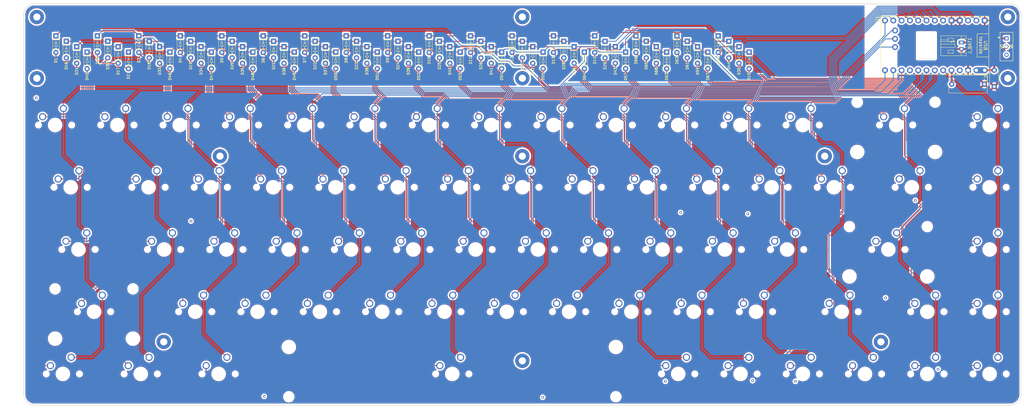
<source format=kicad_pcb>
(kicad_pcb (version 20241229) (generator "pcbnew") (generator_version "9.0")
  (layers (0 "F.Cu" signal "Front") (4 "In1.Cu" signal) (6 "In2.Cu" signal) (2 "B.Cu" signal "Back") (13 "F.Paste" user) (15 "B.Paste" user) (5 "F.SilkS" user "F.Silkscreen") (7 "B.SilkS" user "B.Silkscreen") (1 "F.Mask" user) (3 "B.Mask" user) (25 "Edge.Cuts" user))
  (net 0 "")
  (net 2 "row0")
  (net 3 "Net-(D1-A)")
  (net 4 "Net-(D2-A)")
  (net 5 "Net-(D3-A)")
  (net 6 "Net-(D4-A)")
  (net 7 "Net-(D5-A)")
  (net 8 "Net-(D6-A)")
  (net 9 "Net-(D7-A)")
  (net 10 "Net-(D8-A)")
  (net 11 "Net-(D9-A)")
  (net 12 "Net-(D10-A)")
  (net 13 "Net-(D11-A)")
  (net 14 "Net-(D12-A)")
  (net 15 "Net-(D13-A)")
  (net 16 "Net-(D14-A)")
  (net 17 "Net-(D15-A)")
  (net 18 "row1")
  (net 19 "Net-(D16-A)")
  (net 20 "Net-(D17-A)")
  (net 21 "Net-(D18-A)")
  (net 22 "Net-(D19-A)")
  (net 23 "Net-(D20-A)")
  (net 24 "Net-(D21-A)")
  (net 25 "Net-(D22-A)")
  (net 26 "Net-(D23-A)")
  (net 27 "Net-(D24-A)")
  (net 28 "Net-(D25-A)")
  (net 29 "Net-(D26-A)")
  (net 30 "Net-(D27-A)")
  (net 31 "Net-(D28-A)")
  (net 32 "Net-(D29-A)")
  (net 33 "Net-(D30-A)")
  (net 34 "Net-(D31-A)")
  (net 35 "row2")
  (net 36 "Net-(D32-A)")
  (net 37 "Net-(D33-A)")
  (net 38 "Net-(D34-A)")
  (net 39 "Net-(D35-A)")
  (net 40 "Net-(D36-A)")
  (net 41 "Net-(D37-A)")
  (net 42 "Net-(D38-A)")
  (net 43 "Net-(D39-A)")
  (net 44 "Net-(D40-A)")
  (net 45 "Net-(D41-A)")
  (net 46 "Net-(D42-A)")
  (net 47 "Net-(D43-A)")
  (net 48 "Net-(D44-A)")
  (net 49 "row3")
  (net 50 "Net-(D45-A)")
  (net 51 "Net-(D46-A)")
  (net 52 "Net-(D47-A)")
  (net 53 "Net-(D48-A)")
  (net 54 "Net-(D49-A)")
  (net 55 "Net-(D50-A)")
  (net 56 "Net-(D51-A)")
  (net 57 "Net-(D52-A)")
  (net 58 "Net-(D53-A)")
  (net 59 "Net-(D54-A)")
  (net 60 "Net-(D55-A)")
  (net 61 "Net-(D56-A)")
  (net 62 "Net-(D57-A)")
  (net 63 "Net-(D58-A)")
  (net 64 "Net-(D59-A)")
  (net 65 "row4")
  (net 66 "Net-(D60-A)")
  (net 67 "Net-(D61-A)")
  (net 68 "Net-(D62-A)")
  (net 69 "Net-(D63-A)")
  (net 70 "Net-(D64-A)")
  (net 71 "Net-(D65-A)")
  (net 72 "Net-(D66-A)")
  (net 73 "Net-(D67-A)")
  (net 74 "col0")
  (net 75 "col1")
  (net 76 "col2")
  (net 77 "col3")
  (net 78 "col4")
  (net 79 "col5")
  (net 80 "col6")
  (net 81 "col7")
  (net 82 "col8")
  (net 83 "col9")
  (net 84 "col10")
  (net 85 "col11")
  (net 86 "col12")
  (net 87 "col13")
  (net 88 "col14")
  (net 89 "Net-(D68-A)")
  (net 90 "V_BAT")
  (net 91 "GND")
  (net 92 "/VBAT_SW")
  (net 94 "Net-(U1-3V3)")
  (footprint "cftkb:SW_Cherry_MX1A_1.00u_PCB-NOSCREEN" (layer "F.Cu") (at 65.88125 89.69375)
    (property "Reference" "SW1")
    (property "Value" "KEYSW")
  )
  (footprint "cftkb:SW_Cherry_MX1A_1.00u_PCB-NOSCREEN" (layer "F.Cu") (at 84.93125 89.69375)
    (property "Reference" "SW2")
    (property "Value" "KEYSW")
  )
  (footprint "cftkb:SW_Cherry_MX1A_1.00u_PCB-NOSCREEN" (layer "F.Cu") (at 103.98125 89.69375)
    (property "Reference" "SW3")
    (property "Value" "KEYSW")
  )
  (footprint "cftkb:SW_Cherry_MX1A_1.00u_PCB-NOSCREEN" (layer "F.Cu") (at 123.03125 89.69375)
    (property "Reference" "SW4")
    (property "Value" "KEYSW")
  )
  (footprint "cftkb:SW_Cherry_MX1A_1.00u_PCB-NOSCREEN" (layer "F.Cu") (at 142.08125 89.69375)
    (property "Reference" "SW5")
    (property "Value" "KEYSW")
  )
  (footprint "cftkb:SW_Cherry_MX1A_1.00u_PCB-NOSCREEN" (layer "F.Cu") (at 161.13125 89.69375)
    (property "Reference" "SW6")
    (property "Value" "KEYSW")
  )
  (footprint "cftkb:SW_Cherry_MX1A_1.00u_PCB-NOSCREEN" (layer "F.Cu") (at 180.18125 89.69375)
    (property "Reference" "SW7")
    (property "Value" "KEYSW")
  )
  (footprint "cftkb:SW_Cherry_MX1A_1.00u_PCB-NOSCREEN" (layer "F.Cu") (at 199.23125 89.69375)
    (property "Reference" "SW8")
    (property "Value" "KEYSW")
  )
  (footprint "cftkb:SW_Cherry_MX1A_1.00u_PCB-NOSCREEN" (layer "F.Cu") (at 218.28125 89.69375)
    (property "Reference" "SW9")
    (property "Value" "KEYSW")
  )
  (footprint "cftkb:SW_Cherry_MX1A_1.00u_PCB-NOSCREEN" (layer "F.Cu") (at 237.33125 89.69375)
    (property "Reference" "SW10")
    (property "Value" "KEYSW")
  )
  (footprint "cftkb:SW_Cherry_MX1A_1.00u_PCB-NOSCREEN" (layer "F.Cu") (at 256.38125 89.69375)
    (property "Reference" "SW11")
    (property "Value" "KEYSW")
  )
  (footprint "cftkb:SW_Cherry_MX1A_1.00u_PCB-NOSCREEN" (layer "F.Cu") (at 275.43125 89.69375)
    (property "Reference" "SW12")
    (property "Value" "KEYSW")
  )
  (footprint "cftkb:SW_Cherry_MX1A_1.00u_PCB-NOSCREEN" (layer "F.Cu") (at 294.48125 89.69375)
    (property "Reference" "SW13")
    (property "Value" "KEYSW")
  )
  (footprint "cftkb:SW_Cherry_MX1A_1.00u_PCB-NOSCREEN" (layer "F.Cu") (at 351.63125 89.69375)
    (property "Reference" "SW15")
    (property "Value" "KEYSW")
  )
  (footprint "cftkb:SW_Cherry_MX1A_1.00u_PCB-NOSCREEN" (layer "F.Cu") (at 94.45625 108.74375)
    (property "Reference" "SW17")
    (property "Value" "KEYSW")
  )
  (footprint "cftkb:SW_Cherry_MX1A_1.00u_PCB-NOSCREEN" (layer "F.Cu") (at 113.50625 108.74375)
    (property "Reference" "SW18")
    (property "Value" "KEYSW")
  )
  (footprint "cftkb:SW_Cherry_MX1A_1.00u_PCB-NOSCREEN" (layer "F.Cu") (at 132.55625 108.74375)
    (property "Reference" "SW19")
    (property "Value" "KEYSW")
  )
  (footprint "cftkb:SW_Cherry_MX1A_1.00u_PCB-NOSCREEN" (layer "F.Cu") (at 151.60625 108.74375)
    (property "Reference" "SW20")
    (property "Value" "KEYSW")
  )
  (footprint "cftkb:SW_Cherry_MX1A_1.00u_PCB-NOSCREEN" (layer "F.Cu") (at 170.65625 108.74375)
    (property "Reference" "SW21")
    (property "Value" "KEYSW")
  )
  (footprint "cftkb:SW_Cherry_MX1A_1.00u_PCB-NOSCREEN" (layer "F.Cu") (at 189.70625 108.74375)
    (property "Reference" "SW22")
    (property "Value" "KEYSW")
  )
  (footprint "cftkb:SW_Cherry_MX1A_1.00u_PCB-NOSCREEN" (layer "F.Cu") (at 208.75625 108.74375)
    (property "Reference" "SW23")
    (property "Value" "KEYSW")
  )
  (footprint "cftkb:SW_Cherry_MX1A_1.00u_PCB-NOSCREEN" (layer "F.Cu") (at 227.80625 108.74375)
    (property "Reference" "SW24")
    (property "Value" "KEYSW")
  )
  (footprint "cftkb:SW_Cherry_MX1A_1.00u_PCB-NOSCREEN" (layer "F.Cu") (at 246.85625 108.74375)
    (property "Reference" "SW25")
    (property "Value" "KEYSW")
  )
  (footprint "cftkb:SW_Cherry_MX1A_1.00u_PCB-NOSCREEN" (layer "F.Cu") (at 265.90625 108.74375)
    (property "Reference" "SW26")
    (property "Value" "KEYSW")
  )
  (footprint "cftkb:SW_Cherry_MX1A_1.00u_PCB-NOSCREEN" (layer "F.Cu") (at 284.95625 108.74375)
    (property "Reference" "SW27")
    (property "Value" "KEYSW")
  )
  (footprint "cftkb:SW_Cherry_MX1A_1.00u_PCB-NOSCREEN" (layer "F.Cu") (at 304.00625 108.74375)
    (property "Reference" "SW28")
    (property "Value" "KEYSW")
  )
  (footprint "cftkb:SW_Cherry_MX1A_1.00u_PCB-NOSCREEN" (layer "F.Cu") (at 351.63125 108.74375)
    (property "Reference" "SW30")
    (property "Value" "KEYSW")
  )
  (footprint "cftkb:SW_Cherry_MX1A_1.00u_PCB-NOSCREEN" (layer "F.Cu") (at 99.21875 127.79375)
    (property "Reference" "SW32")
    (property "Value" "KEYSW")
  )
  (footprint "cftkb:SW_Cherry_MX1A_1.00u_PCB-NOSCREEN" (layer "F.Cu") (at 118.26875 127.79375)
    (property "Reference" "SW33")
    (property "Value" "KEYSW")
  )
  (footprint "cftkb:SW_Cherry_MX1A_1.00u_PCB-NOSCREEN" (layer "F.Cu") (at 137.31875 127.79375)
    (property "Reference" "SW34")
    (property "Value" "KEYSW")
  )
  (footprint "cftkb:SW_Cherry_MX1A_1.00u_PCB-NOSCREEN" (layer "F.Cu") (at 156.36825 127.79375)
    (property "Reference" "SW35")
    (property "Value" "KEYSW")
  )
  (footprint "cftkb:SW_Cherry_MX1A_1.00u_PCB-NOSCREEN" (layer "F.Cu") (at 175.41825 127.79375)
    (property "Reference" "SW36")
    (property "Value" "KEYSW")
  )
  (footprint "cftkb:SW_Cherry_MX1A_1.00u_PCB-NOSCREEN" (layer "F.Cu") (at 194.46825 127.79375)
    (property "Reference" "SW37")
    (property "Value" "KEYSW")
  )
  (footprint "cftkb:SW_Cherry_MX1A_1.00u_PCB-NOSCREEN" (layer "F.Cu") (at 213.51825 127.79375)
    (property "Reference" "SW38")
    (property "Value" "KEYSW")
  )
  (footprint "cftkb:SW_Cherry_MX1A_1.00u_PCB-NOSCREEN" (layer "F.Cu") (at 232.56825 127.79375)
    (property "Reference" "SW39")
    (property "Value" "KEYSW")
  )
  (footprint "cftkb:SW_Cherry_MX1A_1.00u_PCB-NOSCREEN" (layer "F.Cu") (at 251.61825 127.79375)
    (property "Reference" "SW40")
    (property "Value" "KEYSW")
  )
  (footprint "cftkb:SW_Cherry_MX1A_1.00u_PCB-NOSCREEN" (layer "F.Cu") (at 270.66825 127.79375)
    (property "Reference" "SW41")
    (property "Value" "KEYSW")
  )
  (footprint "cftkb:SW_Cherry_MX1A_1.00u_PCB-NOSCREEN" (layer "F.Cu") (at 289.71825 127.79375)
    (property "Reference" "SW42")
    (property "Value" "KEYSW")
  )
  (footprint "cftkb:SW_Cherry_MX1A_1.00u_PCB-NOSCREEN" (layer "F.Cu") (at 351.63125 127.79375)
    (property "Reference" "SW44")
    (property "Value" "KEYSW")
  )
  (footprint "cftkb:SW_Cherry_MX1A_1.00u_PCB-NOSCREEN" (layer "F.Cu") (at 108.74375 146.84375)
    (property "Reference" "SW46")
    (property "Value" "KEYSW")
  )
  (footprint "cftkb:SW_Cherry_MX1A_1.00u_PCB-NOSCREEN" (layer "F.Cu") (at 127.79375 146.84375)
    (property "Reference" "SW47")
    (property "Value" "KEYSW")
  )
  (footprint "cftkb:SW_Cherry_MX1A_1.00u_PCB-NOSCREEN" (layer "F.Cu") (at 146.84375 146.84375)
    (property "Reference" "SW48")
    (property "Value" "KEYSW")
  )
  (footprint "cftkb:SW_Cherry_MX1A_1.00u_PCB-NOSCREEN" (layer "F.Cu") (at 165.89425 146.84375)
    (property "Reference" "SW49")
    (property "Value" "KEYSW")
  )
  (footprint "cftkb:SW_Cherry_MX1A_1.00u_PCB-NOSCREEN" (layer "F.Cu") (at 184.94425 146.84375)
    (property "Reference" "SW50")
    (property "Value" "KEYSW")
  )
  (footprint "cftkb:SW_Cherry_MX1A_1.00u_PCB-NOSCREEN" (layer "F.Cu") (at 203.99425 146.84375)
    (property "Reference" "SW51")
    (property "Value" "KEYSW")
  )
  (footprint "cftkb:SW_Cherry_MX1A_1.00u_PCB-NOSCREEN" (layer "F.Cu") (at 223.04425 146.84375)
    (property "Reference" "SW52")
    (property "Value" "KEYSW")
  )
  (footprint "cftkb:SW_Cherry_MX1A_1.00u_PCB-NOSCREEN" (layer "F.Cu") (at 242.09425 146.84375)
    (property "Reference" "SW53")
    (property "Value" "KEYSW")
  )
  (footprint "cftkb:SW_Cherry_MX1A_1.00u_PCB-NOSCREEN" (layer "F.Cu") (at 261.14425 146.84375)
    (property "Reference" "SW54")
    (property "Value" "KEYSW")
  )
  (footprint "cftkb:SW_Cherry_MX1A_1.00u_PCB-NOSCREEN" (layer "F.Cu") (at 280.19425 146.84375)
    (property "Reference" "SW55")
    (property "Value" "KEYSW")
  )
  (footprint "cftkb:SW_Cherry_MX1A_1.00u_PCB-NOSCREEN" (layer "F.Cu") (at 332.58125 146.84375)
    (property "Reference" "SW57")
    (property "Value" "KEYSW")
  )
  (footprint "cftkb:SW_Cherry_MX1A_1.00u_PCB-NOSCREEN" (layer "F.Cu") (at 351.63125 146.84375)
    (property "Reference" "SW58")
    (property "Value" "KEYSW")
  )
  (footprint "cftkb:SW_Cherry_MX1A_1.00u_PCB-NOSCREEN" (layer "F.Cu") (at 187.32525 165.89375)
    (property "Reference" "SW62")
    (property "Value" "KEYSW")
  )
  (footprint "cftkb:SW_Cherry_MX1A_1.00u_PCB-NOSCREEN" (layer "F.Cu") (at 313.53125 165.89375)
    (property "Reference" "SW65")
    (property "Value" "KEYSW")
  )
  (footprint "cftkb:SW_Cherry_MX1A_1.00u_PCB-NOSCREEN" (layer "F.Cu") (at 332.58125 165.89375)
    (property "Reference" "SW66")
    (property "Value" "KEYSW")
  )
  (footprint "cftkb:SW_Cherry_MX1A_1.00u_PCB-NOSCREEN" (layer "F.Cu") (at 351.63125 165.89375)
    (property "Reference" "SW67")
    (property "Value" "KEYSW")
  )
  (footprint "cftkb:SW_Cherry_MX1A_2.00u_PCBNOSCREEN" (layer "F.Cu") (at 323.05625 89.69375)
    (property "Reference" "SW14")
    (property "Value" "KEYSW")
  )
  (footprint "cftkb:SW_Cherry_MX1A_1.50u_PCBNOSCREEN" (layer "F.Cu") (at 327.81825 108.74375)
    (property "Reference" "SW29")
    (property "Value" "KEYSW")
  )
  (footprint "cftkb:SW_Cherry_MX1A_1.75u_PCBNOSCREEN" (layer "F.Cu") (at 73.02505 127.78362)
    (property "Reference" "SW31")
    (property "Value" "KEYSW")
  )
  (footprint "cftkb:SW_Cherry_MX1A_2.25u_PCBNOSCREEN" (layer "F.Cu") (at 320.67525 127.79375)
    (property "Reference" "SW43")
    (property "Value" "KEYSW")
  )
  (footprint "cftkb:SW_Cherry_MX1A_2.25u_PCBNOSCREEN" (layer "F.Cu") (at 77.78745 146.84375)
    (property "Reference" "SW45")
    (property "Value" "KEYSW")
  )
  (footprint "cftkb:SW_Cherry_MX1A_1.75u_PCBNOSCREEN" (layer "F.Cu") (at 306.38725 146.84375)
    (property "Reference" "SW56")
    (property "Value" "KEYSW")
  )
  (footprint "cftkb:SW_Cherry_MX1A_1.25u_PCBNOSCREEN" (layer "F.Cu") (at 68.26245 165.88362)
    (property "Reference" "SW59")
    (property "Value" "KEYSW")
  )
  (footprint "cftkb:SW_Cherry_MX1A_1.25u_PCBNOSCREEN" (layer "F.Cu") (at 92.07505 165.89375)
    (property "Reference" "SW60")
    (property "Value" "KEYSW")
  )
  (footprint "cftkb:SW_Cherry_MX1A_1.25u_PCBNOSCREEN" (layer "F.Cu") (at 115.88745 165.88362)
    (property "Reference" "SW61")
    (property "Value" "KEYSW")
  )
  (footprint "MountingHole:MountingHole_2.2mm_M2_Pad" (layer "F.Cu") (at 57.766382 80.44475)
    (property "Reference" "REF**")
    (property "Value" "MountingHole_2.2mm_M2_Pad")
  )
  (footprint "MountingHole:MountingHole_2.2mm_M2_Pad" (layer "F.Cu") (at 57.766382 61.69475)
    (property "Reference" "REF**")
    (property "Value" "MountingHole_2.2mm_M2_Pad")
  )
  (footprint "MountingHole:MountingHole_2.2mm_M2_Pad" (layer "F.Cu") (at 354.660309 61.69475)
    (property "Reference" "REF**")
    (property "Value" "MountingHole_2.2mm_M2_Pad" (hide yes))
  )
  (footprint "MountingHole:MountingHole_2.2mm_M2_Pad" (layer "F.Cu") (at 354.660309 80.44475)
    (property "Reference" "REF**")
    (property "Value" "MountingHole_2.2mm_M2_Pad" (hide yes))
  )
  (footprint "MountingHole:MountingHole_2.2mm_M2_Pad" (layer "F.Cu") (at 96.565888 161.14696)
    (property "Reference" "REF**")
    (property "Value" "MountingHole_2.2mm_M2_Pad")
  )
  (footprint "MountingHole:MountingHole_2.2mm_M2_Pad" (layer "F.Cu") (at 315.860803 161.14696)
    (property "Reference" "REF**")
    (property "Value" "MountingHole_2.2mm_M2_Pad")
  )
  (footprint "MountingHole:MountingHole_2.2mm_M2_Pad" (layer "F.Cu") (at 113.754723 104.302994)
    (property "Reference" "REF**")
    (property "Value" "MountingHole_2.2mm_M2_Pad")
  )
  (footprint "MountingHole:MountingHole_2.2mm_M2_Pad" (layer "F.Cu") (at 298.671968 104.302994)
    (property "Reference" "REF**")
    (property "Value" "MountingHole_2.2mm_M2_Pad")
  )
  (footprint "MountingHole:MountingHole_2.2mm_M2_Pad" (layer "F.Cu") (at 206.213345 104.302994)
    (property "Reference" "REF**")
    (property "Value" "MountingHole_2.2mm_M2_Pad")
  )
  (footprint "MountingHole:MountingHole_2.2mm_M2_Pad" (layer "F.Cu") (at 206.213345 166.95811)
    (property "Reference" "REF**")
    (property "Value" "MountingHole_2.2mm_M2_Pad")
  )
  (footprint "cftkb:SW_Cherry_MX1A_1.00u_PCB-NOSCREEN" (layer "F.Cu") (at 294.521528 165.88362)
    (property "Reference" "SW68")
    (property "Value" "KEYSW")
  )
  (footprint "cftkb:D_DO-35_SOD27_P5.08mm_Horizontal" (layer "F.Cu") (at 63.600284 66.205612 -90)
    (property "Reference" "D1")
    (property "Value" "~")
  )
  (footprint "cftkb:D_DO-35_SOD27_P5.08mm_Horizontal" (layer "F.Cu") (at 85.786525 71.166199 -90)
    (property "Reference" "D2")
    (property "Value" "~")
  )
  (footprint "cftkb:D_DO-35_SOD27_P5.08mm_Horizontal" (layer "F.Cu") (at 88.955988 66.205612 -90)
    (property "Reference" "D3")
    (property "Value" "~")
  )
  (footprint "cftkb:D_DO-35_SOD27_P5.08mm_Horizontal" (layer "F.Cu") (at 101.63384 66.205612 -90)
    (property "Reference" "D4")
    (property "Value" "~")
  )
  (footprint "cftkb:D_DO-35_SOD27_P5.08mm_Horizontal" (layer "F.Cu") (at 114.311692 66.205612 -90)
    (property "Reference" "D5")
    (property "Value" "~")
  )
  (footprint "cftkb:D_DO-35_SOD27_P5.08mm_Horizontal" (layer "F.Cu") (at 126.989544 66.205612 -90)
    (property "Reference" "D6")
    (property "Value" "~")
  )
  (footprint "cftkb:D_DO-35_SOD27_P5.08mm_Horizontal" (layer "F.Cu") (at 139.667396 66.205612 -90)
    (property "Reference" "D7")
    (property "Value" "~")
  )
  (footprint "cftkb:D_DO-35_SOD27_P5.08mm_Horizontal" (layer "F.Cu") (at 152.345248 66.205612 -90)
    (property "Reference" "D8")
    (property "Value" "~")
  )
  (footprint "cftkb:D_DO-35_SOD27_P5.08mm_Horizontal" (layer "F.Cu") (at 165.0231 66.205612 -90)
    (property "Reference" "D9")
    (property "Value" "~")
  )
  (footprint "cftkb:D_DO-35_SOD27_P5.08mm_Horizontal" (layer "F.Cu") (at 177.700952 66.205612 -90)
    (property "Reference" "D10")
    (property "Value" "~")
  )
  (footprint "cftkb:D_DO-35_SOD27_P5.08mm_Horizontal" (layer "F.Cu") (at 190.378804 66.205612 -90)
    (property "Reference" "D11")
    (property "Value" "~")
  )
  (footprint "cftkb:D_DO-35_SOD27_P5.08mm_Horizontal" (layer "F.Cu") (at 203.056656 66.205612 -90)
    (property "Reference" "D12")
    (property "Value" "~")
  )
  (footprint "cftkb:D_DO-35_SOD27_P5.08mm_Horizontal" (layer "F.Cu") (at 215.734508 66.205612 -90)
    (property "Reference" "D13")
    (property "Value" "~")
  )
  (footprint "cftkb:D_DO-35_SOD27_P5.08mm_Horizontal" (layer "F.Cu") (at 228.342376 66.205612 -90)
    (property "Reference" "D14")
    (property "Value" "~")
  )
  (footprint "cftkb:D_DO-35_SOD27_P5.08mm_Horizontal" (layer "F.Cu") (at 275.541929 71.166199 -90)
    (property "Reference" "D15")
    (property "Value" "~")
  )
  (footprint "cftkb:D_DO-35_SOD27_P5.08mm_Horizontal" (layer "F.Cu") (at 66.769747 67.859141 -90)
    (property "Reference" "D16")
    (property "Value" "~")
  )
  (footprint "cftkb:D_DO-35_SOD27_P5.08mm_Horizontal" (layer "F.Cu") (at 82.617062 69.51267 -90)
    (property "Reference" "D17")
    (property "Value" "~")
  )
  (footprint "cftkb:D_DO-35_SOD27_P5.08mm_Horizontal" (layer "F.Cu") (at 92.125451 67.859141 -90)
    (property "Reference" "D18")
    (property "Value" "~")
  )
  (footprint "cftkb:D_DO-35_SOD27_P5.08mm_Horizontal" (layer "F.Cu") (at 104.803303 67.859141 -90)
    (property "Reference" "D19")
    (property "Value" "~")
  )
  (footprint "cftkb:D_DO-35_SOD27_P5.08mm_Horizontal" (layer "F.Cu") (at 117.481155 67.859141 -90)
    (property "Reference" "D20")
    (property "Value" "~")
  )
  (footprint "cftkb:D_DO-35_SOD27_P5.08mm_Horizontal" (layer "F.Cu") (at 130.159007 67.859141 -90)
    (property "Reference" "D21")
    (property "Value" "~")
  )
  (footprint "cftkb:D_DO-35_SOD27_P5.08mm_Horizontal" (layer "F.Cu") (at 142.836859 67.859141 -90)
    (property "Reference" "D22")
    (property "Value" "~")
  )
  (footprint "cftkb:D_DO-35_SOD27_P5.08mm_Horizontal" (layer "F.Cu") (at 155.514711 67.859141 -90)
    (property "Reference" "D23")
    (property "Value" "~")
  )
  (footprint "cftkb:D_DO-35_SOD27_P5.08mm_Horizontal" (layer "F.Cu") (at 168.192563 67.859141 -90)
    (property "Reference" "D24")
    (property "Value" "~")
  )
  (footprint "cftkb:D_DO-35_SOD27_P5.08mm_Horizontal" (layer "F.Cu") (at 180.870415 67.859141 -90)
    (property "Reference" "D25")
    (property "Value" "~")
  )
  (footprint "cftkb:D_DO-35_SOD27_P5.08mm_Horizontal" (layer "F.Cu") (at 193.548267 67.859141 -90)
    (property "Reference" "D26")
    (property "Value" "~")
  )
  (footprint "cftkb:D_DO-35_SOD27_P5.08mm_Horizontal" (layer "F.Cu") (at 206.226119 67.859141 -90)
    (property "Reference" "D27")
    (property "Value" "~")
  )
  (footprint "cftkb:D_DO-35_SOD27_P5.08mm_Horizontal" (layer "F.Cu") (at 218.886475 67.859141 -90)
    (property "Reference" "D28")
    (property "Value" "~")
  )
  (footprint "cftkb:D_DO-35_SOD27_P5.08mm_Horizontal" (layer "F.Cu") (at 231.493149 67.859141 -90)
    (property "Reference" "D29")
    (property "Value" "~")
  )
  (footprint "cftkb:D_DO-35_SOD27_P5.08mm_Horizontal" (layer "F.Cu") (at 272.453205 69.51267 -90)
    (property "Reference" "D30")
    (property "Value" "~")
  )
  (footprint "cftkb:D_DO-35_SOD27_P5.08mm_Horizontal" (layer "F.Cu") (at 69.93921 69.51267 -90)
    (property "Reference" "D31")
    (property "Value" "~")
  )
  (footprint "cftkb:D_DO-35_SOD27_P5.08mm_Horizontal" (layer "F.Cu") (at 79.447599 67.859141 -90)
    (property "Reference" "D32")
    (property "Value" "~")
  )
  (footprint "cftkb:D_DO-35_SOD27_P5.08mm_Horizontal" (layer "F.Cu") (at 95.294914 69.51267 -90)
    (property "Reference" "D33")
    (property "Value" "~")
  )
  (footprint "cftkb:D_DO-35_SOD27_P5.08mm_Horizontal" (layer "F.Cu") (at 107.972766 69.51267 -90)
    (property "Reference" "D34")
    (property "Value" "~")
  )
  (footprint "cftkb:D_DO-35_SOD27_P5.08mm_Horizontal" (layer "F.Cu") (at 120.650618 69.51267 -90)
    (property "Reference" "D35")
    (property "Value" "~")
  )
  (footprint "cftkb:D_DO-35_SOD27_P5.08mm_Horizontal" (layer "F.Cu") (at 133.32847 69.51267 -90)
    (property "Reference" "D36")
    (property "Value" "~")
  )
  (footprint "cftkb:D_DO-35_SOD27_P5.08mm_Horizontal" (layer "F.Cu") (at 146.006322 69.51267 -90)
    (property "Reference" "D37")
    (property "Value" "~")
  )
  (footprint "cftkb:D_DO-35_SOD27_P5.08mm_Horizontal" (layer "F.Cu") (at 158.684174 69.51267 -90)
    (property "Reference" "D38")
    (property "Value" "~")
  )
  (footprint "cftkb:D_DO-35_SOD27_P5.08mm_Horizontal" (layer "F.Cu") (at 171.362026 69.51267 -90)
    (property "Reference" "D39")
    (property "Value" "~")
  )
  (footprint "cftkb:D_DO-35_SOD27_P5.08mm_Horizontal" (layer "F.Cu") (at 184.039878 69.51267 -90)
    (property "Reference" "D40")
    (property "Value" "~")
  )
  (footprint "cftkb:D_DO-35_SOD27_P5.08mm_Horizontal" (layer "F.Cu") (at 196.71773 69.51267 -90)
    (property "Reference" "D41")
    (property "Value" "~")
  )
  (footprint "cftkb:D_DO-35_SOD27_P5.08mm_Horizontal" (layer "F.Cu") (at 209.395582 69.51267 -90)
    (property "Reference" "D42")
    (property "Value" "~")
  )
  (footprint "cftkb:D_DO-35_SOD27_P5.08mm_Horizontal" (layer "F.Cu") (at 234.643922 69.51267 -90)
    (property "Reference" "D43")
    (property "Value" "~")
  )
  (footprint "cftkb:D_DO-35_SOD27_P5.08mm_Horizontal" (layer "F.Cu") (at 269.364481 67.859141 -90)
    (property "Reference" "D44")
    (property "Value" "~")
  )
  (footprint "cftkb:D_DO-35_SOD27_P5.08mm_Horizontal" (layer "F.Cu") (at 73.108673 71.166199 -90)
    (property "Reference" "D45")
    (property "Value" "~")
  )
  (footprint "cftkb:D_DO-35_SOD27_P5.08mm_Horizontal" (layer "F.Cu") (at 98.464377 71.166199 -90)
    (property "Reference" "D46")
    (property "Value" "~")
  )
  (footprint "cftkb:D_DO-35_SOD27_P5.08mm_Horizontal" (layer "F.Cu") (at 111.142229 71.166199 -90)
    (property "Reference" "D47")
    (property "Value" "~")
  )
  (footprint "cftkb:D_DO-35_SOD27_P5.08mm_Horizontal" (layer "F.Cu") (at 123.820081 71.166199 -90)
    (property "Reference" "D48")
    (property "Value" "~")
  )
  (footprint "cftkb:D_DO-35_SOD27_P5.08mm_Horizontal" (layer "F.Cu") (at 136.497933 71.166199 -90)
    (property "Reference" "D49")
    (property "Value" "~")
  )
  (footprint "cftkb:D_DO-35_SOD27_P5.08mm_Horizontal" (layer "F.Cu") (at 149.175785 71.166199 -90)
    (property "Reference" "D50")
    (property "Value" "~")
  )
  (footprint "cftkb:D_DO-35_SOD27_P5.08mm_Horizontal" (layer "F.Cu") (at 161.853637 71.166199 -90)
    (property "Reference" "D51")
    (property "Value" "~")
  )
  (footprint "cftkb:D_DO-35_SOD27_P5.08mm_Horizontal" (layer "F.Cu") (at 174.531489 71.166199 -90)
    (property "Reference" "D52")
    (property "Value" "~")
  )
  (footprint "cftkb:D_DO-35_SOD27_P5.08mm_Horizontal" (layer "F.Cu") (at 187.209341 71.166199 -90)
    (property "Reference" "D53")
    (property "Value" "~")
  )
  (footprint "cftkb:D_DO-35_SOD27_P5.08mm_Horizontal" (layer "F.Cu") (at 199.887193 71.166199 -90)
    (property "Reference" "D54")
    (property "Value" "~")
  )
  (footprint "cftkb:D_DO-35_SOD27_P5.08mm_Horizontal" (layer "F.Cu") (at 212.565045 71.166199 -90)
    (property "Reference" "D55")
    (property "Value" "~")
  )
  (footprint "cftkb:D_DO-35_SOD27_P5.08mm_Horizontal" (layer "F.Cu") (at 222.038442 69.51267 -90)
    (property "Reference" "D56")
    (property "Value" "~")
  )
  (footprint "cftkb:D_DO-35_SOD27_P5.08mm_Horizontal" (layer "F.Cu") (at 237.794695 71.166199 -90)
    (property "Reference" "D57")
    (property "Value" "~")
  )
  (footprint "cftkb:D_DO-35_SOD27_P5.08mm_Horizontal" (layer "F.Cu") (at 266.089606 66.205612 -90)
    (property "Reference" "D58")
    (property "Value" "~")
  )
  (footprint "cftkb:D_DO-35_SOD27_P5.08mm_Horizontal" (layer "F.Cu") (at 259.788058 69.51267 -90)
    (property "Reference" "D59")
    (property "Value" "~")
  )
  (footprint "cftkb:D_DO-35_SOD27_P5.08mm_Horizontal" (layer "F.Cu") (at 76.278136 66.205612 -90)
    (property "Reference" "D60")
    (property "Value" "~")
  )
  (footprint "cftkb:D_DO-35_SOD27_P5.08mm_Horizontal" (layer "F.Cu") (at 256.637284 67.859141 -90)
    (property "Reference" "D61")
    (property "Value" "~")
  )
  (footprint "cftkb:D_DO-35_SOD27_P5.08mm_Horizontal" (layer "F.Cu") (at 253.486511 66.205612 -90)
    (property "Reference" "D62")
    (property "Value" "~")
  )
  (footprint "cftkb:D_DO-35_SOD27_P5.08mm_Horizontal" (layer "F.Cu") (at 250.335738 71.166199 -90)
    (property "Reference" "D63")
    (property "Value" "~")
  )
  (footprint "cftkb:D_DO-35_SOD27_P5.08mm_Horizontal" (layer "F.Cu") (at 225.190409 71.166199 -90)
    (property "Reference" "D64")
    (property "Value" "~")
  )
  (footprint "cftkb:D_DO-35_SOD27_P5.08mm_Horizontal" (layer "F.Cu") (at 244.096241 67.859141 -90)
    (property "Reference" "D65")
    (property "Value" "~")
  )
  (footprint "cftkb:D_DO-35_SOD27_P5.08mm_Horizontal" (layer "F.Cu") (at 240.945468 66.205612 -90)
    (property "Reference" "D66")
    (property "Value" "~")
  )
  (footprint "cftkb:D_DO-35_SOD27_P5.08mm_Horizontal" (layer "F.Cu") (at 262.938832 71.166199 -90)
    (property "Reference" "D67")
    (property "Value" "~")
  )
  (footprint "cftkb:D_DO-35_SOD27_P5.08mm_Horizontal" (layer "F.Cu") (at 247.184965 69.51267 -90)
    (property "Reference" "D68")
    (property "Value" "~")
  )
  (footprint "cftkb:SW_Cherry_MX1A_1.25u_PCBNOSCREEN" (layer "F.Cu") (at 256.410884 165.88362)
    (property "Reference" "SW63")
    (property "Value" "KEYSW")
  )
  (footprint "cftkb:SW_Cherry_MX1A_1.25u_PCBNOSCREEN" (layer "F.Cu") (at 275.466206 165.89375)
    (property "Reference" "SW64")
    (property "Value" "KEYSW")
  )
  (footprint "cftkb:MX-6.25U-Stabilizer" (layer "F.Cu") (at 184.811323 170.98164)
    (property "Reference" "REF**")
    (property "Value" "6.25U" (hide yes))
  )
  (footprint "cftkb:SW_Cherry_MX1A_1.50u_PCBNOSCREEN" (layer "F.Cu") (at 70.64375 108.74375)
    (property "Reference" "SW16")
    (property "Value" "KEYSW")
  )
  (footprint "MountingHole:MountingHole_2.2mm_M2_Pad" (layer "F.Cu") (at 206.213345 80.44475)
    (property "Reference" "REF**")
    (property "Value" "MountingHole_2.2mm_M2_Pad")
  )
  (footprint "MountingHole:MountingHole_2.2mm_M2_Pad" (layer "F.Cu") (at 206.213345 61.69475)
    (property "Reference" "REF**")
    (property "Value" "MountingHole_2.2mm_M2_Pad")
  )
  (footprint "Connector_JST:JST_PH_S2B-PH-K_1x02_P2.00mm_Horizontal" (layer "F.Cu") (at 340.5 69.5 -90)
    (property "Reference" "J_BAT1")
    (property "Value" "GND")
  )
  (footprint "Capacitor_THT:C_Rect_L11.5mm_W5.2mm_P10.00mm_MKT" (layer "F.Cu") (at 337.5 82.25)
    (property "Reference" "C1")
    (property "Value" "100nF")
  )
  (footprint "Capacitor_THT:C_Disc_D4.7mm_W2.5mm_P5.00mm" (layer "F.Cu") (at 350.5 83 90)
    (property "Reference" "C2")
    (property "Value" "10µF")
  )
  (footprint "microChave:1P2T_SS-12D00_CNK" (layer "F.Cu") (at 354.25 68.25)
    (property "Reference" "SW79")
    (property "Value" "SW_SPST")
  )
  (footprint "marbastlib-xp-promicroish:SuperMini_nRF52840_AH_USBup" (layer "F.Cu") (at 331.07 70.38 -90)
    (property "Reference" "U1")
    (property "Value" "SuperMini nRF52840")
  )
  (gr_arc (start 57.076441 180.502218) (mid 54.737118 179.535724) (end 53.766382 177.198159) (stroke (width 0.15)) (layer "Edge.Cuts"))
  (gr_arc (start 358.660309 177.19516) (mid 357.691694 179.533604) (end 355.35325 180.502219) (stroke (width 0.15)) (layer "Edge.Cuts"))
  (gr_arc (start 355.35325 57.69475) (mid 357.691694 58.663365) (end 358.660309 61.001809) (stroke (width 0.15)) (layer "Edge.Cuts"))
  (gr_line (start 53.766382 177.198159) (end 53.766382 61.001809) (stroke (width 0.15)) (layer "Edge.Cuts"))
  (gr_line (start 355.35325 180.502219) (end 57.076441 180.502219) (stroke (width 0.15)) (layer "Edge.Cuts"))
  (gr_arc (start 53.766382 61.001809) (mid 54.734997 58.663365) (end 57.073441 57.69475) (stroke (width 0.15)) (layer "Edge.Cuts"))
  (gr_rect (start 327 66.5) (end 332.5 74.5) (stroke (width 0.0381)) (fill no) (layer "Edge.Cuts"))
  (gr_line (start 358.660309 61.001809) (end 358.660309 177.19516) (stroke (width 0.15)) (layer "Edge.Cuts"))
  (gr_line (start 57.073441 57.69475) (end 355.35325 57.69475) (stroke (width 0.15)) (layer "Edge.Cuts"))
  (gr_text "1" (at 337.2 69.2 90) (layer "F.SilkS") (effects (font (size 1 1)) (justify top)))
  (via (at 212.43841 178.122554) (size 0.8) (drill 0.4) (layers "F.Cu" "B.Cu") (net 0))
  (via (at 57.598608 86.46803) (size 0.8) (drill 0.4) (layers "F.Cu" "B.Cu") (net 0))
  (via (at 254.60859 121.534022) (size 0.8) (drill 0.4) (layers "F.Cu" "B.Cu") (net 0))
  (via (at 326.39 117.8306) (size 0.8) (drill 0.4) (layers "F.Cu" "B.Cu") (net 0))
  (via (at 276.603576 172.99564) (size 0.8) (drill 0.4) (layers "F.Cu" "B.Cu") (net 0))
  (via (at 333.332092 169.513538) (size 0.8) (drill 0.4) (layers "F.Cu" "B.Cu") (net 0))
  (via (at 127.275644 177.842586) (size 0.8) (drill 0.4) (layers "F.Cu" "B.Cu") (net 0))
  (via (at 289.709578 173.223114) (size 0.8) (drill 0.4) (layers "F.Cu" "B.Cu") (net 0))
  (via (at 104.895702 124.17622) (size 0.8) (drill 0.4) (layers "F.Cu" "B.Cu") (net 0))
  (via (at 249.954122 173.205616) (size 0.8) (drill 0.4) (layers "F.Cu" "B.Cu") (net 0))
  (via (at 317.286426 147.658536) (size 0.8) (drill 0.4) (layers "F.Cu" "B.Cu") (net 0))
  (via (at 275.16874 121.971472) (size 0.8) (drill 0.4) (layers "F.Cu" "B.Cu") (net 0))
  (segment (start 261.445773 66.422612) (end 229.395376 66.422612) (width 0.25) (layer "F.Cu") (net 2))
  (segment (start 65.075896 66) (end 63.600284 67.475612) (width 0.25) (layer "F.Cu") (net 2))
  (segment (start 229.395376 66.422612) (end 228.342376 67.475612) (width 0.25) (layer "F.Cu") (net 2))
  (segment (start 275.541929 72.436199) (end 267.45936 72.436199) (width 0.25) (layer "F.Cu") (net 2))
  (segment (start 88.955988 67.475612) (end 87.480376 66) (width 0.25) (layer "F.Cu") (net 2))
  (segment (start 88.955988 67.475612) (end 88.955988 69.266736) (width 0.25) (layer "F.Cu") (net 2))
  (segment (start 228.342376 67.475612) (end 88.955988 67.475612) (width 0.25) (layer "F.Cu") (net 2))
  (segment (start 88.955988 69.266736) (end 85.786525 72.436199) (width 0.25) (layer "F.Cu") (net 2))
  (segment (start 267.45936 72.436199) (end 261.445773 66.422612) (width 0.25) (layer "F.Cu") (net 2))
  (segment (start 87.480376 66) (end 65.075896 66) (width 0.25) (layer "F.Cu") (net 2))
  (segment (start 300.096301 74.196263) (end 300.096301 80.084555) (width 0.25) (layer "B.Cu") (net 2))
  (segment (start 334.88 62.76) (end 331.23 59.11) (width 0.25) (layer "B.Cu") (net 2))
  (segment (start 299.558856 80.622) (end 283.72773 80.622) (width 0.25) (layer "B.Cu") (net 2))
  (segment (start 283.72773 80.622) (end 275.541929 72.436199) (width 0.25) (layer "B.Cu") (net 2))
  (segment (start 300.096301 80.084555) (end 299.558856 80.622) (width 0.25) (layer "B.Cu") (net 2))
  (segment (start 315.182565 59.11) (end 300.096301 74.196263) (width 0.25) (layer "B.Cu") (net 2))
  (segment (start 331.23 59.11) (end 315.182565 59.11) (width 0.25) (layer "B.Cu") (net 2))
  (segment (start 65.252604 75.339302) (end 66.995034 75.339302) (width 0.25) (layer "F.Cu") (net 3))
  (segment (start 67.808114 92.23375) (end 59.53125 92.23375) (width 0.25) (layer "F.Cu") (net 3))
  (segment (start 66.995034 75.339302) (end 71.57922 79.923488) (width 0.25) (layer "F.Cu") (net 3))
  (segment (start 71.57922 88.462644) (end 67.808114 92.23375) (width 0.25) (layer "F.Cu") (net 3))
  (segment (start 63.600284 72.555612) (end 63.600284 72.714464) (width 0.25) (layer "F.Cu") (net 3))
  (segment (start 63.600284 72.555612) (end 63.600284 73.686982) (width 0.25) (layer "F.Cu") (net 3))
  (segment (start 63.600284 73.686982) (end 65.252604 75.339302) (width 0.25) (layer "F.Cu") (net 3))
  (segment (start 71.57922 79.923488) (end 71.57922 88.462644) (width 0.25) (layer "F.Cu") (net 3))
  (segment (start 85.786525 77.516199) (end 85.095111 77.516199) (width 0.25) (layer "F.Cu") (net 4))
  (segment (start 84.580524 77.001612) (end 81.99082 77.001612) (width 0.25) (layer "F.Cu") (net 4))
  (segment (start 74.939126 80.291236) (end 74.939126 88.591626) (width 0.25) (layer "F.Cu") (net 4))
  (segment (start 85.095111 77.516199) (end 84.580524 77.001612) (width 0.25) (layer "F.Cu") (net 4))
  (segment (start 78.893674 76.336688) (end 74.939126 80.291236) (width 0.25) (layer "F.Cu") (net 4))
  (segment (start 81.325896 76.336688) (end 78.893674 76.336688) (width 0.25) (layer "F.Cu") (net 4))
  (segment (start 81.99082 77.001612) (end 81.325896 76.336688) (width 0.25) (layer "F.Cu") (net 4))
  (segment (start 74.939126 88.591626) (end 78.58125 92.23375) (width 0.25) (layer "F.Cu") (net 4))
  (segment (start 97.090818 90.137684) (end 97.63125 90.678116) (width 0.25) (layer "F.Cu") (net 5))
  (segment (start 88.955988 72.820554) (end 93.661986 77.526552) (width 0.25) (layer "F.Cu") (net 5))
  (segment (start 97.090818 79.030604) (end 97.090818 81.821812) (width 0.25) (layer "F.Cu") (net 5))
  (segment (start 88.955988 72.555612) (end 88.955988 72.820554) (width 0.25) (layer "F.Cu") (net 5))
  (segment (start 97.63125 90.678116) (end 97.63125 92.23375) (width 0.25) (layer "F.Cu") (net 5))
  (segment (start 97.090818 87.51777) (end 97.090818 87.727742) (width 0.25) (layer "F.Cu") (net 5))
  (segment (start 97.090818 86.362924) (end 97.090818 87.727742) (width 0.25) (layer "F.Cu") (net 5))
  (segment (start 97.090818 86.362924) (end 97.090818 85.260571) (width 0.25) (layer "F.Cu") (net 5))
  (segment (start 97.090818 85.76811) (end 97.090818 87.51777) (width 0.25) (layer "F.Cu") (net 5))
  (segment (start 97.090818 81.821812) (end 97.090818 85.76811) (width 0.25) (layer "F.Cu") (net 5))
  (segment (start 95.586766 77.526552) (end 97.090818 79.030604) (width 0.25) (layer "F.Cu") (net 5))
  (segment (start 93.661986 77.526552) (end 95.586766 77.526552) (width 0.25) (layer "F.Cu") (net 5))
  (segment (start 97.090818 85.260571) (end 97.090818 85.76811) (width 0.25) (layer "F.Cu") (net 5))
  (segment (start 97.090818 87.51777) (end 97.090818 90.137684) (width 0.25) (layer "F.Cu") (net 5))
  (segment (start 108.097836 77.474058) (end 109.777644 79.153866) (width 0.25) (layer "F.Cu") (net 6))
  (segment (start 106.295542 77.474058) (end 108.097836 77.474058) (width 0.25) (layer "F.Cu") (net 6))
  (segment (start 101.63384 72.812356) (end 106.295542 77.474058) (width 0.25) (layer "F.Cu") (net 6))
  (segment (start 101.63384 72.555612) (end 101.63384 72.86485) (width 0.25) (layer "F.Cu") (net 6))
  (segment (start 109.777644 79.153866) (end 109.777644 86.930361) (width 0.25) (layer "F.Cu") (net 6))
  (segment (start 101.63384 72.555612) (end 101.63384 72.68987) (width 0.25) (layer "F.Cu") (net 6))
  (segment (start 109.777644 86.930361) (end 114.144549 91.297266) (width 0.25) (layer "F.Cu") (net 6))
  (segment (start 116.557331 92.23375) (end 116.68125 92.23375) (width 0.25) (layer "F.Cu") (net 6))
  (segment (start 115.620847 91.297266) (end 116.557331 92.23375) (width 0.25) (layer "F.Cu") (net 6))
  (segment (start 114.144549 91.297266) (end 115.620847 91.297266) (width 0.25) (layer "F.Cu") (net 6))
  (segment (start 101.63384 72.555612) (end 101.63384 72.812356) (width 0.25) (layer "F.Cu") (net 6))
  (segment (start 118.946596 77.45656) (end 120.83638 77.45656) (width 0.25) (layer "F.Cu") (net 7))
  (segment (start 114.311692 72.555612) (end 114.311692 72.821656) (width 0.25) (layer "F.Cu") (net 7))
  (segment (start 122.444937 84.158218) (end 122.724981 84.438262) (width 0.25) (layer "F.Cu") (net 7))
  (segment (start 122.724981 84.438262) (end 129.583985 91.297266) (width 0.25) (layer "F.Cu") (net 7))
  (segment (start 120.83638 77.45656) (end 122.446196 79.066376) (width 0.25) (layer "F.Cu") (net 7))
  (segment (start 122.446196 84.159477) (end 122.724981 84.438262) (width 0.25) (layer "F.Cu") (net 7))
  (segment (start 114.311692 72.821656) (end 118.946596 77.45656) (width 0.25) (layer "F.Cu") (net 7))
  (segment (start 135.402318 92.23375) (end 135.73125 92.23375) (width 0.25) (layer "F.Cu") (net 7))
  (segment (start 134.465834 91.297266) (end 135.402318 92.23375) (width 0.25) (layer "F.Cu") (net 7))
  (segment (start 129.583985 91.297266) (end 134.465834 91.297266) (width 0.25) (layer "F.Cu") (net 7))
  (segment (start 122.446196 79.066376) (end 122.446196 84.159477) (width 0.25) (layer "F.Cu") (net 7))
  (segment (start 143.190801 86.600033) (end 146.680695 90.089927) (width 0.25) (layer "F.Cu") (net 8))
  (segment (start 152.995863 90.089927) (end 154.78125 91.875314) (width 0.25) (layer "F.Cu") (net 8))
  (segment (start 135.132246 79.066376) (end 135.132246 84.481966) (width 0.25) (layer "F.Cu") (net 8))
  (segment (start 135.132246 84.481966) (end 137.250313 86.600033) (width 0.25) (layer "F.Cu") (net 8))
  (segment (start 137.250313 86.600033) (end 143.190801 86.600033) (width 0.25) (layer "F.Cu") (net 8))
  (segment (start 146.680695 90.089927) (end 152.995863 90.089927) (width 0.25) (layer "F.Cu") (net 8))
  (segment (start 133.52243 77.45656) (end 135.132246 79.066376) (width 0.25) (layer "F.Cu") (net 8))
  (segment (start 126.989544 72.555612) (end 126.989544 72.813458) (width 0.25) (layer "F.Cu") (net 8))
  (segment (start 126.989544 72.555612) (end 126.989544 72.830956) (width 0.25) (layer "F.Cu") (net 8))
  (segment (start 126.989544 72.813458) (end 131.632646 77.45656) (width 0.25) (layer "F.Cu") (net 8))
  (segment (start 131.632646 77.45656) (end 133.52243 77.45656) (width 0.25) (layer "F.Cu") (net 8))
  (segment (start 154.78125 91.875314) (end 154.78125 92.23375) (width 0.25) (layer "F.Cu") (net 8))
  (segment (start 172.208301 90.14242) (end 173.83125 91.765369) (width 0.25) (layer "F.Cu") (net 9))
  (segment (start 173.83125 91.765369) (end 173.83125 92.23375) (width 0.25) (layer "F.Cu") (net 9))
  (segment (start 144.301198 77.45656) (end 146.225978 77.45656) (width 0.25) (layer "F.Cu") (net 9))
  (segment (start 161.808193 88.200179) (end 163.750434 90.14242) (width 0.25) (layer "F.Cu") (net 9))
  (segment (start 163.750434 90.14242) (end 172.208301 90.14242) (width 0.25) (layer "F.Cu") (net 9))
  (segment (start 146.225978 77.45656) (end 147.7833 79.013882) (width 0.25) (layer "F.Cu") (net 9))
  (segment (start 151.001129 88.200179) (end 161.808193 88.200179) (width 0.25) (layer "F.Cu") (net 9))
  (segment (start 147.7833 84.98235) (end 151.001129 88.200179) (width 0.25) (layer "F.Cu") (net 9))
  (segment (start 139.667396 72.822758) (end 144.301198 77.45656) (width 0.25) (layer "F.Cu") (net 9))
  (segment (start 139.667396 72.555612) (end 139.667396 72.822758) (width 0.25) (layer "F.Cu") (net 9))
  (segment (start 147.7833 79.013882) (end 147.7833 84.98235) (width 0.25) (layer "F.Cu") (net 9))
  (segment (start 152.345248 72.555612) (end 152.345248 72.81456) (width 0.25) (layer "F.Cu") (net 10))
  (segment (start 182.647914 90.14242) (end 191.473232 90.14242) (width 0.25) (layer "F.Cu") (net 10))
  (segment (start 192.88125 91.550438) (end 192.88125 92.23375) (width 0.25) (layer "F.Cu") (net 10))
  (segment (start 164.544323 88.252672) (end 180.758166 88.252672) (width 0.25) (layer "F.Cu") (net 10))
  (segment (start 180.758166 88.252672) (end 182.647914 90.14242) (width 0.25) (layer "F.Cu") (net 10))
  (segment (start 191.473232 90.14242) (end 192.88125 91.550438) (width 0.25) (layer "F.Cu") (net 10))
  (segment (start 158.89453 77.45656) (end 160.486848 79.048878) (width 0.25) (layer "F.Cu") (net 10))
  (segment (start 160.486848 79.048878) (end 160.486848 84.195197) (width 0.25) (layer "F.Cu") (net 10))
  (segment (start 156.987248 77.45656) (end 158.89453 77.45656) (width 0.25) (layer "F.Cu") (net 10))
  (segment (start 160.486848 84.195197) (end 164.544323 88.252672) (width 0.25) (layer "F.Cu") (net 10))
  (segment (start 152.345248 72.81456) (end 156.987248 77.45656) (width 0.25) (layer "F.Cu") (net 10))
  (segment (start 175.882811 86.362924) (end 181.499562 86.362924) (width 0.25) (layer "F.Cu") (net 11))
  (segment (start 210.528191 90.14242) (end 211.93125 91.545479) (width 0.25) (layer "F.Cu") (net 11))
  (segment (start 173.137902 79.013882) (end 173.137902 83.618015) (width 0.25) (layer "F.Cu") (net 11))
  (segment (start 169.6558 77.45656) (end 171.58058 77.45656) (width 0.25) (layer "F.Cu") (net 11))
  (segment (start 183.405387 88.268749) (end 199.862212 88.268749) (width 0.25) (layer "F.Cu") (net 11))
  (segment (start 211.93125 91.545479) (end 211.93125 92.23375) (width 0.25) (layer "F.Cu") (net 11))
  (segment (start 165.0231 72.82386) (end 169.6558 77.45656) (width 0.25) (layer "F.Cu") (net 11))
  (segment (start 199.862212 88.268749) (end 201.735883 90.14242) (width 0.25) (layer "F.Cu") (net 11))
  (segment (start 181.499562 86.362924) (end 183.405387 88.268749) (width 0.25) (layer "F.Cu") (net 11))
  (segment (start 171.58058 77.45656) (end 173.137902 79.013882) (width 0.25) (layer "F.Cu") (net 11))
  (segment (start 201.735883 90.14242) (end 210.528191 90.14242) (width 0.25) (layer "F.Cu") (net 11))
  (segment (start 173.137902 83.618015) (end 175.882811 86.362924) (width 0.25) (layer "F.Cu") (net 11))
  (segment (start 165.0231 72.555612) (end 165.0231 72.82386) (width 0.25) (layer "F.Cu") (net 11))
  (segment (start 177.700952 72.815662) (end 182.34185 77.45656) (width 0.25) (layer "F.Cu") (net 12))
  (segment (start 182.34185 77.45656) (end 184.249132 77.45656) (width 0.25) (layer "F.Cu") (net 12))
  (segment (start 230.98125 91.750492) (end 230.98125 92.23375) (width 0.25) (layer "F.Cu") (net 12))
  (segment (start 186.068924 82.027961) (end 190.403887 86.362924) (width 0.25) (layer "F.Cu") (net 12))
  (segment (start 229.373178 90.14242) (end 230.98125 91.750492) (width 0.25) (layer "F.Cu") (net 12))
  (segment (start 184.249132 77.45656) (end 185.84145 79.048878) (width 0.25) (layer "F.Cu") (net 12))
  (segment (start 200.502028 86.362924) (end 202.391776 88.252672) (width 0.25) (layer "F.Cu") (net 12))
  (segment (start 202.391776 88.252672) (end 218.874578 88.252672) (width 0.25) (layer "F.Cu") (net 12))
  (segment (start 185.84145 81.800487) (end 186.068924 82.027961) (width 0.25) (layer "F.Cu") (net 12))
  (segment (start 190.403887 86.362924) (end 200.502028 86.362924) (width 0.25) (layer "F.Cu") (net 12))
  (segment (start 177.700952 72.555612) (end 177.700952 72.815662) (width 0.25) (layer "F.Cu") (net 12))
  (segment (start 218.874578 88.252672) (end 220.764326 90.14242) (width 0.25) (layer "F.Cu") (net 12))
  (segment (start 185.84145 79.048878) (end 185.84145 81.800487) (width 0.25) (layer "F.Cu") (net 12))
  (segment (start 185.859308 81.818345) (end 186.068924 82.027961) (width 0.25) (layer "F.Cu") (net 12))
  (segment (start 220.764326 90.14242) (end 229.373178 90.14242) (width 0.25) (layer "F.Cu") (net 12))
  (segment (start 195.0279 77.45656) (end 196.917684 77.45656) (width 0.25) (layer "F.Cu") (net 13))
  (segment (start 248.638109 90.14242) (end 250.03125 91.535561) (width 0.25) (layer "F.Cu") (net 13))
  (segment (start 196.917684 77.45656) (end 198.492504 79.03138) (width 0.25) (layer "F.Cu") (net 13))
  (segment (start 221.656707 88.252672) (end 237.923043 88.252672) (width 0.25) (layer "F.Cu") (net 13))
  (segment (start 198.492504 79.03138) (end 198.492504 81.623764) (width 0.25) (layer "F.Cu") (net 13))
  (segment (start 219.789386 86.385351) (end 221.656707 88.252672) (width 0.25) (layer "F.Cu") (net 13))
  (segment (start 190.378804 72.807464) (end 195.0279 77.45656) (width 0.25) (layer "F.Cu") (net 13))
  (segment (start 239.812791 90.14242) (end 248.638109 90.14242) (width 0.25) (layer "F.Cu") (net 13))
  (segment (start 203.254091 86.385351) (end 219.789386 86.385351) (width 0.25) (layer "F.Cu") (net 13))
  (segment (start 198.492504 81.623764) (end 203.254091 86.385351) (width 0.25) (layer "F.Cu") (net 13))
  (segment (start 250.03125 91.535561) (end 250.03125 92.23375) (width 0.25) (layer "F.Cu") (net 13))
  (segment (start 190.378804 72.555612) (end 190.378804 72.807464) (width 0.25) (layer "F.Cu") (net 13))
  (segment (start 237.923043 88.252672) (end 239.812791 90.14242) (width 0.25) (layer "F.Cu") (net 13))
  (segment (start 213.940236 84.525669) (end 220.652846 84.525669) (width 0.25) (layer "F.Cu") (net 14))
  (segment (start 211.196052 81.781485) (end 213.940236 84.525669) (width 0.25) (layer "F.Cu") (net 14))
  (segment (start 207.71395 77.474058) (end 209.603734 77.474058) (width 0.25) (layer "F.Cu") (net 14))
  (segment (start 203.056656 72.555612) (end 203.056656 72.816764) (width 0.25) (layer "F.Cu") (net 14))
  (segment (start 220.652846 84.525669) (end 222.490101 86.362924) (width 0.25) (layer "F.Cu") (net 14))
  (segment (start 222.490101 86.362924) (end 238.65507 86.362924) (width 0.25) (layer "F.Cu") (net 14))
  (segment (start 269.08125 91.478109) (end 269.08125 92.23375) (width 0.25) (layer "F.Cu") (net 14))
  (segment (start 267.745561 90.14242) (end 269.08125 91.478109) (width 0.25) (layer "F.Cu") (net 14))
  (segment (start 238.65507 86.362924) (end 240.544818 88.252672) (width 0.25) (layer "F.Cu") (net 14))
  (segment (start 209.603734 77.474058) (end 211.196052 79.066376) (width 0.25) (layer "F.Cu") (net 14))
  (segment (start 257.036989 88.252672) (end 258.926737 90.14242) (width 0.25) (layer "F.Cu") (net 14))
  (segment (start 211.196052 79.066376) (end 211.196052 81.781485) (width 0.25) (layer "F.Cu") (net 14))
  (segment (start 240.544818 88.252672) (end 257.036989 88.252672) (width 0.25) (layer "F.Cu") (net 14))
  (segment (start 203.056656 72.816764) (end 207.71395 77.474058) (width 0.25) (layer "F.Cu") (net 14))
  (segment (start 258.926737 90.14242) (end 267.745561 90.14242) (width 0.25) (layer "F.Cu") (net 14))
  (segment (start 223.794612 81.256795) (end 227.010993 84.473176) (width 0.25) (layer "F.Cu") (net 15))
  (segment (start 222.23729 77.45656) (end 223.794612 79.013882) (width 0.25) (layer "F.Cu") (net 15))
  (segment (start 288.13125 92.23375) (end 288.051962 92.23375) (width 0.25) (layer "F.Cu") (net 15))
  (segment (start 215.734508 72.555612) (end 215.734508 72.826064) (width 0.25) (layer "F.Cu") (net 15))
  (segment (start 277.502765 89.722476) (end 286.013125 89.722476) (width 0.25) (layer "F.Cu") (net 15))
  (segment (start 239.399341 84.473176) (end 241.289089 86.362924) (width 0.25) (layer "F.Cu") (net 15))
  (segment (start 257.876877 86.362924) (end 259.766625 88.252672) (width 0.25) (layer "F.Cu") (net 15))
  (segment (start 259.766625 88.252672) (end 276.032961 88.252672) (width 0.25) (layer "F.Cu") (net 15))
  (segment (start 288.13125 91.840601) (end 288.13125 92.23375) (width 0.25) (layer "F.Cu") (net 15))
  (segment (start 220.365004 77.45656) (end 222.23729 77.45656) (width 0.25) (layer "F.Cu") (net 15))
  (segment (start 215.734508 72.826064) (end 220.365004 77.45656) (width 0.25) (layer "F.Cu") (net 15))
  (segment (start 276.032961 88.252672) (end 277.502765 89.722476) (width 0.25) (layer "F.Cu") (net 15))
  (segment (start 241.289089 86.362924) (end 257.876877 86.362924) (width 0.25) (layer "F.Cu") (net 15))
  (segment (start 286.013125 89.722476) (end 288.13125 91.840601) (width 0.25) (layer "F.Cu") (net 15))
  (segment (start 227.010993 84.473176) (end 239.399341 84.473176) (width 0.25) (layer "F.Cu") (net 15))
  (segment (start 223.794612 79.013882) (end 223.794612 81.256795) (width 0.25) (layer "F.Cu") (net 15))
  (segment (start 306.613768 91.297266) (end 303.14923 87.832728) (width 0.25) (layer "F.Cu") (net 16))
  (segment (start 229.994696 75.339302) (end 228.342376 73.686982) (width 0.25) (layer "F.Cu") (net 16))
  (segment (start 315.776656 91.297266) (end 306.613768 91.297266) (width 0.25) (layer "F.Cu") (net 16))
  (segment (start 239.91027 82.460988) (end 237.005602 79.55632) (width 0.25) (layer "F.Cu") (net 16))
  (segment (start 241.944983 84.473176) (end 239.932795 82.460988) (width 0.25) (layer "F.Cu") (net 16))
  (segment (start 235.920726 79.55632) (end 231.703708 75.339302) (width 0.25) (layer "F.Cu") (net 16))
  (segment (start 278.296654 87.832728) (end 276.82685 86.362924) (width 0.25) (layer "F.Cu") (net 16))
  (segment (start 228.342376 73.686982) (end 228.342376 72.555612) (width 0.25) (layer "F.Cu") (net 16))
  (segment (start 276.82685 86.362924) (end 260.606513 86.362924) (width 0.25) (layer "F.Cu") (net 16))
  (segment (start 258.716765 84.473176) (end 241.944983 84.473176) (width 0.25) (layer "F.Cu") (net 16))
  (segment (start 237.005602 79.55632) (end 235.920726 79.55632) (width 0.25) (layer "F.Cu") (net 16))
  (segment (start 260.606513 86.362924) (end 258.716765 84.473176) (width 0.25) (layer "F.Cu") (net 16))
  (segment (start 316.70625 92.23375) (end 316.70625 92.22686) (width 0.25) (layer "F.Cu") (net 16))
  (segment (start 239.932795 82.460988) (end 239.91027 82.460988) (width 0.25) (layer "F.Cu") (net 16))
  (segment (start 303.14923 87.832728) (end 278.296654 87.832728) (width 0.25) (layer "F.Cu") (net 16))
  (segment (start 231.703708 75.339302) (end 229.994696 75.339302) (width 0.25) (layer "F.Cu") (net 16))
  (segment (start 316.70625 92.22686) (end 315.776656 91.297266) (width 0.25) (layer "F.Cu") (net 16))
  (segment (start 275.541929 77.516199) (end 275.541929 78.647569) (width 0.25) (layer "F.Cu") (net 17))
  (segment (start 329.972476 87.40644) (end 323.016496 80.45046) (width 0.25) (layer "F.Cu") (net 17))
  (segment (start 323.016496 80.45046) (end 280.804838 80.45046) (width 0.25) (layer "F.Cu") (net 17))
  (segment (start 344.974906 91.927406) (end 332.509686 91.927406) (width 0.25) (layer "F.Cu") (net 17))
  (segment (start 279.788212 79.433834) (end 277.35599 79.433834) (width 0.25) (layer "F.Cu") (net 17))
  (segment (start 280.804838 80.45046) (end 279.788212 79.433834) (width 0.25) (layer "F.Cu") (net 17))
  (segment (start 345.28125 92.23375) (end 344.974906 91.927406) (width 0.25) (layer "F.Cu") (net 17))
  (segment (start 276.328194 79.433834) (end 277.35599 79.433834) (width 0.25) (layer "F.Cu") (net 17))
  (segment (start 332.509686 91.927406) (end 329.972476 89.390196) (width 0.25) (layer "F.Cu") (net 17))
  (segment (start 275.541929 78.647569) (end 276.328194 79.433834) (width 0.25) (layer "F.Cu") (net 17))
  (segment (start 329.972476 89.390196) (end 329.972476 87.40644) (width 0.25) (layer "F.Cu") (net 17))
  (segment (start 82.617062 70.78267) (end 72.04521 70.78267) (width 0.25) (layer "F.Cu") (net 18))
  (segment (start 72.04521 70.78267) (end 70.391681 69.129141) (width 0.25) (layer "F.Cu") (net 18))
  (segment (start 266.561536 70.78267) (end 261.649478 65.870612) (width 0.25) (layer "F.Cu") (net 18))
  (segment (start 231.493149 69.129141) (end 92.125451 69.129141) (width 0.25) (layer "F.Cu") (net 18))
  (segment (start 272.453205 70.78267) (end 266.561536 70.78267) (width 0.25) (layer "F.Cu") (net 18))
  (segment (start 70.391681 69.129141) (end 66.769747 69.129141) (width 0.25) (layer "F.Cu") (net 18))
  (segment (start 261.649478 65.870612) (end 237.998 65.870612) (width 0.25) (layer "F.Cu") (net 18))
  (via (at 237.998 65.870612) (size 0.6) (drill 0.3) (layers "F.Cu" "B.Cu") (net 18))
  (segment (start 237.998 65.870612) (end 234.739471 69.129141) (width 0.25) (layer "B.Cu") (net 18))
  (segment (start 274.735875 68.5) (end 272.453205 70.78267) (width 0.25) (layer "B.Cu") (net 18))
  (segment (start 84.270591 69.129141) (end 82.617062 70.78267) (width 0.25) (layer "B.Cu") (net 18))
  (segment (start 340.74 61) (end 333.654572 61) (width 0.25) (layer "B.Cu") (net 18))
  (segment (start 331.386572 58.732) (end 315.025993 58.732) (width 0.25) (layer "B.Cu") (net 18))
  (segment (start 234.739471 69.129141) (end 231.493149 69.129141) (width 0.25) (layer "B.Cu") (net 18))
  (segment (start 315.025993 58.732) (end 305.257993 68.5) (width 0.25) (layer "B.Cu") (net 18))
  (segment (start 342.5 62.76) (end 340.74 61) (width 0.25) (layer "B.Cu") (net 18))
  (segment (start 333.654572 61) (end 331.386572 58.732) (width 0.25) (layer "B.Cu") (net 18))
  (segment (start 305.257993 68.5) (end 274.735875 68.5) (width 0.25) (layer "B.Cu") (net 18))
  (segment (start 92.125451 69.129141) (end 84.270591 69.129141) (width 0.25) (layer "B.Cu") (net 18))
  (segment (start 72.051657 79.748499) (end 72.051657 103.525843) (width 0.25) (layer "F.Cu") (net 19))
  (segment (start 66.769747 74.209141) (end 66.769747 74.466589) (width 0.25) (layer "F.Cu") (net 19))
  (segment (start 72.068751 109.427751) (end 70.212752 111.28375) (width 0.25) (layer "F.Cu") (net 19))
  (segment (start 72.051657 103.525843) (end 72.068751 103.542937) (width 0.25) (layer "F.Cu") (net 19))
  (segment (start 70.212752 111.28375) (end 64.29375 111.28375) (width 0.25) (layer "F.Cu") (net 19))
  (segment (start 72.068751 103.542937) (end 72.068751 109.427751) (width 0.25) (layer "F.Cu") (net 19))
  (segment (start 66.769747 74.466589) (end 72.051657 79.748499) (width 0.25) (layer "F.Cu") (net 19))
  (segment (start 78.075003 111.28375) (end 74.904309 108.113056) (width 0.25) (layer "F.Cu") (net 20))
  (segment (start 74.904309 108.113056) (end 74.484178 107.692925) (width 0.25) (layer "F.Cu") (net 20))
  (segment (start 80.136032 75.86267) (end 82.617062 75.86267) (width 0.25) (layer "F.Cu") (net 20))
  (segment (start 88.10625 111.28375) (end 78.075003 111.28375) (width 0.25) (layer "F.Cu") (net 20))
  (segment (start 74.484178 107.692925) (end 74.484178 80.098758) (width 0.25) (layer "F.Cu") (net 20))
  (segment (start 74.484178 80.098758) (end 78.720266 75.86267) (width 0.25) (layer "F.Cu") (net 20))
  (segment (start 74.904309 108.113056) (end 74.518828 107.727575) (width 0.25) (layer "F.Cu") (net 20))
  (segment (start 78.720266 75.86267) (end 80.136032 75.86267) (width 0.25) (layer "F.Cu") (net 20))
  (segment (start 97.546542 78.838902) (end 97.546542 86.947565) (width 0.25) (layer "F.Cu") (net 21))
  (segment (start 97.546542 86.947565) (end 104 93.401023) (width 0.25) (layer "F.Cu") (net 21))
  (segment (start 92.125451 74.209141) (end 92.125451 75.340511) (width 0.25) (layer "F.Cu") (net 21))
  (segment (start 93.856544 77.071604) (end 95.779244 77.071604) (width 0.25) (layer "F.Cu") (net 21))
  (segment (start 104 108.1275) (end 107.15625 111.28375) (width 0.25) (layer "F.Cu") (net 21))
  (segment (start 95.779244 77.071604) (end 97.546542 78.838902) (width 0.25) (layer "F.Cu") (net 21))
  (segment (start 104 93.401023) (end 104 108.1275) (width 0.25) (layer "F.Cu") (net 21))
  (segment (start 92.125451 75.340511) (end 93.856544 77.071604) (width 0.25) (layer "F.Cu") (net 21))
  (segment (start 104.803303 74.209141) (end 104.803303 75.340511) (width 0.25) (layer "F.Cu") (net 22))
  (segment (start 108.290314 77.01911) (end 110.232592 78.961388) (width 0.25) (layer "F.Cu") (net 22))
  (segment (start 123.25 108.3275) (end 126.20625 111.28375) (width 0.25) (layer "F.Cu") (net 22))
  (segment (start 110.232592 78.961388) (end 110.232592 86.748899) (width 0.25) (layer "F.Cu") (net 22))
  (segment (start 114.292442 90.808749) (end 120.558749 90.808749) (width 0.25) (layer "F.Cu") (net 22))
  (segment (start 110.232592 86.748899) (end 114.292442 90.808749) (width 0.25) (layer "F.Cu") (net 22))
  (segment (start 123.25 93.5) (end 123.25 108.3275) (width 0.25) (layer "F.Cu") (net 22))
  (segment (start 106.481902 77.01911) (end 108.290314 77.01911) (width 0.25) (layer "F.Cu") (net 22))
  (segment (start 120.558749 90.808749) (end 123.25 93.5) (width 0.25) (layer "F.Cu") (net 22))
  (segment (start 104.803303 75.340511) (end 106.481902 77.01911) (width 0.25) (layer "F.Cu") (net 22))
  (segment (start 123.128618 84.119987) (end 122.920059 83.911428) (width 0.25) (layer "F.Cu") (net 23))
  (segment (start 145.25625 111.28375) (end 142.25 108.2775) (width 0.25) (layer "F.Cu") (net 23))
  (segment (start 142.25 93.449557) (end 139.609192 90.808749) (width 0.25) (layer "F.Cu") (net 23))
  (segment (start 139.609192 90.808749) (end 129.81738 90.808749) (width 0.25) (layer "F.Cu") (net 23))
  (segment (start 122.901144 78.873898) (end 122.901144 83.892513) (width 0.25) (layer "F.Cu") (net 23))
  (segment (start 122.901144 83.892513) (end 123.128618 84.119987) (width 0.25) (layer "F.Cu") (net 23))
  (segment (start 119.142256 77.001612) (end 121.028858 77.001612) (width 0.25) (layer "F.Cu") (net 23))
  (segment (start 121.028858 77.001612) (end 122.901144 78.873898) (width 0.25) (layer "F.Cu") (net 23))
  (segment (start 129.81738 90.808749) (end 123.128618 84.119987) (width 0.25) (layer "F.Cu") (net 23))
  (segment (start 117.481155 75.340511) (end 119.142256 77.001612) (width 0.25) (layer "F.Cu") (net 23))
  (segment (start 117.481155 74.209141) (end 117.481155 75.340511) (width 0.25) (layer "F.Cu") (net 23))
  (segment (start 142.25 108.2775) (end 142.25 93.449557) (width 0.25) (layer "F.Cu") (net 23))
  (segment (start 135.587194 78.873898) (end 133.714908 77.001612) (width 0.25) (layer "F.Cu") (net 24))
  (segment (start 133.714908 77.001612) (end 131.820108 77.001612) (width 0.25) (layer "F.Cu") (net 24))
  (segment (start 157.36749 89.61749) (end 146.844668 89.61749) (width 0.25) (layer "F.Cu") (net 24))
  (segment (start 137.482712 86.150022) (end 135.587194 84.254504) (width 0.25) (layer "F.Cu") (net 24))
  (segment (start 143.3772 86.150022) (end 137.482712 86.150022) (width 0.25) (layer "F.Cu") (net 24))
  (segment (start 146.844668 89.61749) (end 143.3772 86.150022) (width 0.25) (layer "F.Cu") (net 24))
  (segment (start 161.25 93.5) (end 157.36749 89.61749) (width 0.25) (layer "F.Cu") (net 24))
  (segment (start 135.587194 84.254504) (end 135.587194 78.873898) (width 0.25) (layer "F.Cu") (net 24))
  (segment (start 131.820108 77.001612) (end 130.159007 75.340511) (width 0.25) (layer "F.Cu") (net 24))
  (segment (start 164.30625 111.28375) (end 161.25 108.2275) (width 0.25) (layer "F.Cu") (net 24))
  (segment (start 161.25 108.2275) (end 161.25 93.5) (width 0.25) (layer "F.Cu") (net 24))
  (segment (start 130.159007 75.340511) (end 130.159007 74.209141) (width 0.25) (layer "F.Cu") (net 24))
  (segment (start 144.49796 77.001612) (end 146.418456 77.001612) (width 0.25) (layer "F.Cu") (net 25))
  (segment (start 151.204606 87.727742) (end 161.972166 87.727742) (width 0.25) (layer "F.Cu") (net 25))
  (segment (start 142.836859 75.340511) (end 144.49796 77.001612) (width 0.25) (layer "F.Cu") (net 25))
  (segment (start 180.25 108.1775) (end 183.35625 111.28375) (width 0.25) (layer "F.Cu") (net 25))
  (segment (start 148.238248 78.821404) (end 148.238248 84.761384) (width 0.25) (layer "F.Cu") (net 25))
  (segment (start 176.419983 89.669983) (end 180.25 93.5) (width 0.25) (layer "F.Cu") (net 25))
  (segment (start 146.418456 77.001612) (end 148.238248 78.821404) (width 0.25) (layer "F.Cu") (net 25))
  (segment (start 161.972166 87.727742) (end 163.914407 89.669983) (width 0.25) (layer "F.Cu") (net 25))
  (segment (start 142.836859 74.209141) (end 142.836859 75.340511) (width 0.25) (layer "F.Cu") (net 25))
  (segment (start 180.25 93.5) (end 180.25 108.1775) (width 0.25) (layer "F.Cu") (net 25))
  (segment (start 148.238248 84.761384) (end 151.204606 87.727742) (width 0.25) (layer "F.Cu") (net 25))
  (segment (start 163.914407 89.669983) (end 176.419983 89.669983) (width 0.25) (layer "F.Cu") (net 25))
  (segment (start 164.731869 87.757809) (end 160.941796 83.967736) (width 0.25) (layer "F.Cu") (net 26))
  (segment (start 180.899713 87.757809) (end 164.731869 87.757809) (width 0.25) (layer "F.Cu") (net 26))
  (segment (start 160.941796 78.8564) (end 159.087008 77.001612) (width 0.25) (layer "F.Cu") (net 26))
  (segment (start 195.419983 89.669983) (end 182.811887 89.669983) (width 0.25) (layer "F.Cu") (net 26))
  (segment (start 157.175812 77.001612) (end 155.514711 75.340511) (width 0.25) (layer "F.Cu") (net 26))
  (segment (start 199.25 108.1275) (end 199.25 93.5) (width 0.25) (layer "F.Cu") (net 26))
  (segment (start 159.087008 77.001612) (end 157.175812 77.001612) (width 0.25) (layer "F.Cu") (net 26))
  (segment (start 155.514711 75.340511) (end 155.514711 74.209141) (width 0.25) (layer "F.Cu") (net 26))
  (segment (start 199.25 93.5) (end 195.419983 89.669983) (width 0.25) (layer "F.Cu") (net 26))
  (segment (start 182.811887 89.669983) (end 180.899713 87.757809) (width 0.25) (layer "F.Cu") (net 26))
  (segment (start 202.40625 111.28375) (end 199.25 108.1275) (width 0.25) (layer "F.Cu") (net 26))
  (segment (start 160.941796 83.967736) (end 160.941796 78.8564) (width 0.25) (layer "F.Cu") (net 26))
  (segment (start 200.010109 87.780235) (end 201.899857 89.669983) (width 0.25) (layer "F.Cu") (net 27))
  (segment (start 171.773058 77.001612) (end 173.59285 78.821404) (width 0.25) (layer "F.Cu") (net 27))
  (segment (start 181.70304 85.890487) (end 183.592788 87.780235) (width 0.25) (layer "F.Cu") (net 27))
  (segment (start 173.59285 78.821404) (end 173.59285 83.390554) (width 0.25) (layer "F.Cu") (net 27))
  (segment (start 214.419983 89.669983) (end 218.25 93.5) (width 0.25) (layer "F.Cu") (net 27))
  (segment (start 169.853664 77.001612) (end 171.773058 77.001612) (width 0.25) (layer "F.Cu") (net 27))
  (segment (start 168.192563 74.209141) (end 168.192563 75.340511) (width 0.25) (layer "F.Cu") (net 27))
  (segment (start 173.59285 83.390554) (end 176.092783 85.890487) (width 0.25) (layer "F.Cu") (net 27))
  (segment (start 168.192563 75.340511) (end 169.853664 77.001612) (width 0.25) (layer "F.Cu") (net 27))
  (segment (start 218.25 108.0775) (end 221.45625 111.28375) (width 0.25) (layer "F.Cu") (net 27))
  (segment (start 183.592788 87.780235) (end 200.010109 87.780235) (width 0.25) (layer "F.Cu") (net 27))
  (segment (start 176.092783 85.890487) (end 181.70304 85.890487) (width 0.25) (layer "F.Cu") (net 27))
  (segment (start 218.25 93.5) (end 218.25 108.0775) (width 0.25) (layer "F.Cu") (net 27))
  (segment (start 201.899857 89.669983) (end 214.419983 89.669983) (width 0.25) (layer "F.Cu") (net 27))
  (segment (start 190.567861 85.890487) (end 200.712 85.890487) (width 0.25) (layer "F.Cu") (net 28))
  (segment (start 180.870415 74.209141) (end 180.870415 75.340511) (width 0.25) (layer "F.Cu") (net 28))
  (segment (start 180.870415 75.340511) (end 182.531516 77.001612) (width 0.25) (layer "F.Cu") (net 28))
  (segment (start 182.531516 77.001612) (end 184.44161 77.001612) (width 0.25) (layer "F.Cu") (net 28))
  (segment (start 186.296398 78.8564) (end 186.296398 81.619024) (width 0.25) (layer "F.Cu") (net 28))
  (segment (start 202.601748 87.780235) (end 219.08455 87.780235) (width 0.25) (layer "F.Cu") (net 28))
  (segment (start 237.5 108.2775) (end 240.50625 111.28375) (width 0.25) (layer "F.Cu") (net 28))
  (segment (start 237.5 93.75) (end 237.5 108.2775) (width 0.25) (layer "F.Cu") (net 28))
  (segment (start 184.44161 77.001612) (end 186.296398 78.8564) (width 0.25) (layer "F.Cu") (net 28))
  (segment (start 220.974298 89.669983) (end 233.419983 89.669983) (width 0.25) (layer "F.Cu") (net 28))
  (segment (start 186.333454 81.65608) (end 190.567861 85.890487) (width 0.25) (layer "F.Cu") (net 28))
  (segment (start 219.08455 87.780235) (end 220.974298 89.669983) (width 0.25) (layer "F.Cu") (net 28))
  (segment (start 186.309319 81.631945) (end 186.333454 81.65608) (width 0.25) (layer "F.Cu") (net 28))
  (segment (start 233.419983 89.669983) (end 237.5 93.75) (width 0.25) (layer "F.Cu") (net 28))
  (segment (start 186.296398 81.619024) (end 186.333454 81.65608) (width 0.25) (layer "F.Cu") (net 28))
  (segment (start 200.712 85.890487) (end 202.601748 87.780235) (width 0.25) (layer "F.Cu") (net 28))
  (segment (start 203.449277 85.898128) (end 219.984572 85.898128) (width 0.25) (layer "F.Cu") (net 29))
  (segment (start 198.947452 81.396303) (end 203.449277 85.898128) (width 0.25) (layer "F.Cu") (net 29))
  (segment (start 197.12766 77.001612) (end 198.947452 78.821404) (width 0.25) (layer "F.Cu") (net 29))
  (segment (start 193.548267 74.209141) (end 193.548267 75.340511) (width 0.25) (layer "F.Cu") (net 29))
  (segment (start 193.548267 75.340511) (end 195.209368 77.001612) (width 0.25) (layer "F.Cu") (net 29))
  (segment (start 256.5 108.2275) (end 259.55625 111.28375) (width 0.25) (layer "F.Cu") (net 29))
  (segment (start 256.5 93.75) (end 256.5 108.2275) (width 0.25) (layer "F.Cu") (net 29))
  (segment (start 252.419983 89.669983) (end 256.5 93.75) (width 0.25) (layer "F.Cu") (net 29))
  (segment (start 238.087016 87.780235) (end 239.976764 89.669983) (width 0.25) (layer "F.Cu") (net 29))
  (segment (start 195.209368 77.001612) (end 197.12766 77.001612) (width 0.25) (layer "F.Cu") (net 29))
  (segment (start 221.866679 87.780235) (end 238.087016 87.780235) (width 0.25) (layer "F.Cu") (net 29))
  (segment (start 198.947452 78.821404) (end 198.947452 81.396303) (width 0.25) (layer "F.Cu") (net 29))
  (segment (start 239.976764 89.669983) (end 252.419983 89.669983) (width 0.25) (layer "F.Cu") (net 29))
  (segment (start 219.984572 85.898128) (end 221.866679 87.780235) (width 0.25) (layer "F.Cu") (net 29))
  (segment (start 220.816819 84.053232) (end 214.150208 84.053232) (width 0.25) (layer "F.Cu") (net 30))
  (segment (start 211.651 78.873898) (end 209.796212 77.01911) (width 0.25) (layer "F.Cu") (net 30))
  (segment (start 209.796212 77.01911) (end 207.904718 77.01911) (width 0.25) (layer "F.Cu") (net 30))
  (segment (start 275.5 93.491391) (end 271.678592 89.669983) (width 0.25) (layer "F.Cu") (net 30))
  (segment (start 238.821918 85.890487) (end 222.654074 85.890487) (width 0.25) (layer "F.Cu") (net 30))
  (segment (start 271.678592 89.669983) (end 259.136709 89.669983) (width 0.25) (layer "F.Cu") (net 30))
  (segment (start 206.226119 75.340511) (end 206.226119 74.209141) (width 0.25) (layer "F.Cu") (net 30))
  (segment (start 207.904718 77.01911) (end 206.226119 75.340511) (width 0.25) (layer "F.Cu") (net 30))
  (segment (start 278.60625 111.28375) (end 275.5 108.1775) (width 0.25) (layer "F.Cu") (net 30))
  (segment (start 214.150208 84.053232) (end 211.651 81.554024) (width 0.25) (layer "F.Cu") (net 30))
  (segment (start 275.5 108.1775) (end 275.5 93.491391) (width 0.25) (layer "F.Cu") (net 30))
  (segment (start 259.136709 89.669983) (end 257.246961 87.780235) (width 0.25) (layer "F.Cu") (net 30))
  (segment (start 222.654074 85.890487) (end 220.816819 84.053232) (width 0.25) (layer "F.Cu") (net 30))
  (segment (start 211.651 81.554024) (end 211.651 78.873898) (width 0.25) (layer "F.Cu") (net 30))
  (segment (start 240.711666 87.780235) (end 238.821918 85.890487) (width 0.25) (layer "F.Cu") (net 30))
  (segment (start 257.246961 87.780235) (end 240.711666 87.780235) (width 0.25) (layer "F.Cu") (net 30))
  (segment (start 258.086849 85.890487) (end 241.453062 85.890487) (width 0.25) (layer "F.Cu") (net 31))
  (segment (start 294.5 108.1275) (end 294.5 93.694953) (width 0.25) (layer "F.Cu") (net 31))
  (segment (start 224.24956 81.029334) (end 224.24956 78.821404) (width 0.25) (layer "F.Cu") (net 31))
  (segment (start 297.65625 111.28375) (end 294.5 108.1275) (width 0.25) (layer "F.Cu") (net 31))
  (segment (start 224.24956 78.821404) (end 222.429768 77.001612) (width 0.25) (layer "F.Cu") (net 31))
  (segment (start 218.886475 75.340511) (end 218.886475 74.209141) (width 0.25) (layer "F.Cu") (net 31))
  (segment (start 277.666738 89.250039) (end 276.196934 87.780235) (width 0.25) (layer "F.Cu") (net 31))
  (segment (start 220.547576 77.001612) (end 218.886475 75.340511) (width 0.25) (layer "F.Cu") (net 31))
  (segment (start 241.453062 85.890487) (end 239.563314 84.000739) (width 0.25) (layer "F.Cu") (net 31))
  (segment (start 222.429768 77.001612) (end 220.547576 77.001612) (width 0.25) (layer "F.Cu") (net 31))
  (segment (start 276.196934 87.780235) (end 259.976597 87.780235) (width 0.25) (layer "F.Cu") (net 31))
  (segment (start 289.162705 89.250039) (end 277.666738 89.250039) (width 0.25) (layer "F.Cu") (net 31))
  (segment (start 294.5 93.694953) (end 290.055086 89.250039) (width 0.25) (layer "F.Cu") (net 31))
  (segment (start 259.976597 87.780235) (end 258.086849 85.890487) (width 0.25) (layer "F.Cu") (net 31))
  (segment (start 290.055086 89.250039) (end 289.162705 89.250039) (width 0.25) (layer "F.Cu") (net 31))
  (segment (start 239.563314 84.000739) (end 227.220965 84.000739) (width 0.25) (layer "F.Cu") (net 31))
  (segment (start 227.220965 84.000739) (end 224.24956 81.029334) (width 0.25) (layer "F.Cu") (net 31))
  (segment (start 289.858541 89.250039) (end 289.162705 89.250039) (width 0.25) (layer "F.Cu") (net 31))
  (segment (start 237.19808 79.101372) (end 240.107687 82.010979) (width 0.25) (layer "F.Cu") (net 32))
  (segment (start 260.816485 85.890487) (end 277.036822 85.890487) (width 0.25) (layer "F.Cu") (net 32))
  (segment (start 231.493149 74.209141) (end 231.493149 74.481317) (width 0.25) (layer "F.Cu") (net 32))
  (segment (start 303.360291 87.360291) (end 306.808749 90.808749) (width 0.25) (layer "F.Cu") (net 32))
  (segment (start 258.926737 84.000739) (end 260.816485 85.890487) (width 0.25) (layer "F.Cu") (net 32))
  (segment (start 278.506626 87.360291) (end 303.360291 87.360291) (width 0.25) (layer "F.Cu") (net 32))
  (segment (start 323.257958 93.628569) (end 323.257958 109.494042) (width 0.25) (layer "F.Cu") (net 32))
  (segment (start 242.108956 84.000739) (end 258.926737 84.000739) (width 0.25) (layer "F.Cu") (net 32))
  (segment (start 240.119196 82.010979) (end 242.108956 84.000739) (width 0.25) (layer "F.Cu") (net 32))
  (segment (start 277.036822 85.890487) (end 278.506626 87.360291) (width 0.25) (layer "F.Cu") (net 32))
  (segment (start 236.113204 79.101372) (end 237.19808 79.101372) (width 0.25) (layer "F.Cu") (net 32))
  (segment (start 306.808749 90.808749) (end 320.438138 90.808749) (width 0.25) (layer "F.Cu") (net 32))
  (segment (start 231.493149 74.481317) (end 236.113204 79.101372) (width 0.25) (layer "F.Cu") (net 32))
  (segment (start 240.107687 82.010979) (end 240.119196 82.010979) (width 0.25) (layer "F.Cu") (net 32))
  (segment (start 323.257958 109.494042) (end 321.46825 111.28375) (width 0.25) (layer "F.Cu") (net 32))
  (segment (start 320.438138 90.808749) (end 323.257958 93.628569) (width 0.25) (layer "F.Cu") (net 32))
  (segment (start 342.79851 110.230314) (end 343.883386 111.31519) (width 0.25) (layer "F.Cu") (net 33))
  (segment (start 279.595734 79.888782) (end 280.61236 80.905408) (width 0.25) (layer "F.Cu") (net 33))
  (segment (start 329.517528 89.582674) (end 332.317208 92.382354) (width 0.25) (layer "F.Cu") (net 33))
  (segment (start 332.317208 92.382354) (end 338.546496 92.382354) (width 0.25) (layer "F.Cu") (net 33))
  (segment (start 272.453205 76.210857) (end 276.13113 79.888782) (width 0.25) (layer "F.Cu") (net 33))
  (segment (start 322.835034 80.905408) (end 329.517528 87.587902) (width 0.25) (layer "F.Cu") (net 33))
  (segment (start 272.453205 75.86267) (end 272.453205 76.210857) (width 0.25) (layer "F.Cu") (net 33))
  (segment (start 280.61236 80.905408) (end 322.835034 80.905408) (width 0.25) (layer "F.Cu") (net 33))
  (segment (start 343.883386 111.31519) (end 345.24981 111.31519) (width 0.25) (layer "F.Cu") (net 33))
  (segment (start 342.79851 96.634368) (end 342.79851 110.230314) (width 0.25) (layer "F.Cu") (net 33))
  (segment (start 345.24981 111.31519) (end 345.28125 111.28375) (width 0.25) (layer "F.Cu") (net 33))
  (segment (start 276.13113 79.888782) (end 279.595734 79.888782) (width 0.25) (layer "F.Cu") (net 33))
  (segment (start 329.517528 87.587902) (end 329.517528 89.582674) (width 0.25) (layer "F.Cu") (net 33))
  (segment (start 338.546496 92.382354) (end 342.79851 96.634368) (width 0.25) (layer "F.Cu") (net 33))
  (segment (start 76.251097 112.136987) (end 76.251097 127.464943) (width 0.25) (layer "F.Cu") (net 34))
  (segment (start 76.251097 127.464943) (end 73.38229 130.33375) (width 0.25) (layer "F.Cu") (net 34))
  (segment (start 72.576587 79.631417) (end 72.576587 108.462477) (width 0.25) (layer "F.Cu") (net 34))
  (segment (start 69.93921 76.99404) (end 72.576587 79.631417) (width 0.25) (layer "F.Cu") (net 34))
  (segment (start 69.93921 75.86267) (end 69.93921 76.99404) (width 0.25) (layer "F.Cu") (net 34))
  (segment (start 72.576587 108.462477) (end 76.251097 112.136987) (width 0.25) (layer "F.Cu") (net 34))
  (segment (start 73.38229 130.33375) (end 66.67505 130.33375) (width 0.25) (layer "F.Cu") (net 34))
  (segment (start 240.017286 65.318612) (end 261.826606 65.318612) (width 0.25) (layer "F.Cu") (net 35))
  (segment (start 224.144442 70.78267) (end 223.091442 71.83567) (width 0.25) (layer "F.Cu") (net 35))
  (segment (start 265.637135 69.129141) (end 269.364481 69.129141) (width 0.25) (layer "F.Cu") (net 35))
  (segment (start 215.450733 70.78267) (end 95.294914 70.78267) (width 0.25) (layer "F.Cu") (net 35))
  (segment (start 223.091442 71.83567) (end 216.503733 71.83567) (width 0.25) (layer "F.Cu") (net 35))
  (segment (start 261.826606 65.318612) (end 265.637135 69.129141) (width 0.25) (layer "F.Cu") (net 35))
  (segment (start 216.503733 71.83567) (end 215.450733 70.78267) (width 0.25) (layer "F.Cu") (net 35))
  (segment (start 234.643922 70.78267) (end 224.144442 70.78267) (width 0.25) (layer "F.Cu") (net 35))
  (via (at 240.017286 65.318612) (size 0.6) (drill 0.3) (layers "F.Cu" "B.Cu") (net 35))
  (segment (start 342.78 60.5) (end 333.689144 60.5) (width 0.25) (layer "B.Cu") (net 35))
  (segment (start 331.543144 58.354) (end 314.869421 58.354) (width 0.25) (layer "B.Cu") (net 35))
  (segment (start 270.493622 68) (end 269.364481 69.129141) (width 0.25) (layer "B.Cu") (net 35))
  (segment (start 79.447599 69.129141) (end 71.592739 69.129141) (width 0.25) (layer "B.Cu") (net 35))
  (segment (start 95.294914 70.192604) (end 93.178451 68.076141) (width 0.25) (layer "B.Cu") (net 35))
  (segment (start 95.294914 70.78267) (end 95.294914 70.192604) (width 0.25) (layer "B.Cu") (net 35))
  (segment (start 240.017286 65.318612) (end 240.017286 65.409306) (width 0.25) (layer "B.Cu") (net 35))
  (segment (start 90.397451 68.751141) (end 79.825599 68.751141) (width 0.25) (layer "B.Cu") (net 35))
  (segment (start 79.825599 68.751141) (end 79.447599 69.129141) (width 0.25) (layer "B.Cu") (net 35))
  (segment (start 333.689144 60.5) (end 331.543144 58.354) (width 0.25) (layer "B.Cu") (net 35))
  (segment (start 93.178451 68.076141) (end 91.072451 68.076141) (width 0.25) (layer "B.Cu") (net 35))
  (segment (start 345.04 62.76) (end 342.78 60.5) (width 0.25) (layer "B.Cu") (net 35))
  (segment (start 240.017286 65.409306) (end 234.643922 70.78267) (width 0.25) (layer "B.Cu") (net 35))
  (segment (start 305.223421 68) (end 270.493622 68) (width 0.25) (layer "B.Cu") (net 35))
  (segment (start 314.869421 58.354) (end 305.223421 68) (width 0.25) (layer "B.Cu") (net 35))
  (segment (start 71.592739 69.129141) (end 69.93921 70.78267) (width 0.25) (layer "B.Cu") (net 35))
  (segment (start 91.072451 68.076141) (end 90.397451 68.751141) (width 0.25) (layer "B.Cu") (net 35))
  (segment (start 77.668408 111.559564) (end 77.668408 127.359957) (width 0.25) (layer "F.Cu") (net 36))
  (segment (start 74.169214 108.06037) (end 77.668408 111.559564) (width 0.25) (layer "F.Cu") (net 36))
  (segment (start 74.02923 107.920386) (end 74.169214 108.06037) (width 0.25) (layer "F.Cu") (net 36))
  (segment (start 74.046391 107.937547) (end 74.169214 108.06037) (width 0.25) (layer "F.Cu") (net 36))
  (segment (start 79.447599 74.487911) (end 74.02923 79.90628) (width 0.25) (layer "F.Cu") (net 36))
  (segment (start 80.642201 130.33375) (end 83.285159 130.33375) (width 0.25) (layer "F.Cu") (net 36))
  (segment (start 83.285159 130.33375) (end 92.86875 130.33375) (width 0.25) (layer "F.Cu") (net 36))
  (segment (start 77.668408 127.359957) (end 80.642201 130.33375) (width 0.25) (layer "F.Cu") (net 36))
  (segment (start 79.447599 74.209141) (end 79.447599 74.487911) (width 0.25) (layer "F.Cu") (net 36))
  (segment (start 74.02923 79.90628) (end 74.02923 107.920386) (width 0.25) (layer "F.Cu") (net 36))
  (segment (start 95.294914 75.86267) (end 95.294914 75.939848) (width 0.25) (layer "F.Cu") (net 37))
  (segment (start 114 128.2525) (end 111.91875 130.33375) (width 0.25) (layer "F.Cu") (net 37))
  (segment (start 110.858954 109.617323) (end 114 112.758369) (width 0.25) (layer "F.Cu") (net 37))
  (segment (start 106.539558 109.617323) (end 110.858954 109.617323) (width 0.25) (layer "F.Cu") (net 37))
  (segment (start 95.294914 75.939848) (end 98.014366 78.6593) (width 0.25) (layer "F.Cu") (net 37))
  (segment (start 114 112.758369) (end 114 128.2525) (width 0.25) (layer "F.Cu") (net 37))
  (segment (start 104.5 107.577765) (end 106.539558 109.617323) (width 0.25) (layer "F.Cu") (net 37))
  (segment (start 98.014366 78.6593) (end 98.014366 86.67064) (width 0.25) (layer "F.Cu") (net 37))
  (segment (start 98.014366 86.67064) (end 104.5 93.156274) (width 0.25) (layer "F.Cu") (net 37))
  (segment (start 104.5 93.156274) (end 104.5 107.577765) (width 0.25) (layer "F.Cu") (net 37))
  (segment (start 123.75 93.375) (end 123.75 108.146751) (width 0.25) (layer "F.Cu") (net 38))
  (segment (start 114.52484 90.358738) (end 120.733738 90.358738) (width 0.25) (layer "F.Cu") (net 38))
  (segment (start 110.686505 86.520403) (end 110.82661 86.660508) (width 0.25) (layer "F.Cu") (net 38))
  (segment (start 110.82661 86.660508) (end 114.52484 90.358738) (width 0.25) (layer "F.Cu") (net 38))
  (segment (start 107.972766 75.86267) (end 107.972766 76.054136) (width 0.25) (layer "F.Cu") (net 38))
  (segment (start 125.430544 109.827295) (end 130.11067 109.827295) (width 0.25) (layer "F.Cu") (net 38))
  (segment (start 133 128.3025) (end 130.96875 130.33375) (width 0.25) (layer "F.Cu") (net 38))
  (segment (start 120.733738 90.358738) (end 123.75 93.375) (width 0.25) (layer "F.Cu") (net 38))
  (segment (start 130.11067 109.827295) (end 133 112.716625) (width 0.25) (layer "F.Cu") (net 38))
  (segment (start 110.68754 86.521438) (end 110.82661 86.660508) (width 0.25) (layer "F.Cu") (net 38))
  (segment (start 110.68754 78.76891) (end 110.68754 86.521438) (width 0.25) (layer "F.Cu") (net 38))
  (segment (start 133 112.716625) (end 133 128.3025) (width 0.25) (layer "F.Cu") (net 38))
  (segment (start 107.972766 76.054136) (end 110.68754 78.76891) (width 0.25) (layer "F.Cu") (net 38))
  (segment (start 123.75 108.146751) (end 125.430544 109.827295) (width 0.25) (layer "F.Cu") (net 38))
  (segment (start 130.00378 90.358738) (end 139.858738 90.358738) (width 0.25) (layer "F.Cu") (net 39))
  (segment (start 142.75 108.137791) (end 144.439504 109.827295) (width 0.25) (layer "F.Cu") (net 39))
  (segment (start 120.650618 75.86267) (end 120.650618 75.975946) (width 0.25) (layer "F.Cu") (net 39))
  (segment (start 123.356092 78.68142) (end 123.356092 83.71105) (width 0.25) (layer "F.Cu") (net 39))
  (segment (start 152 128.352) (end 150.01825 130.33375) (width 0.25) (layer "F.Cu") (net 39))
  (segment (start 152 112.689309) (end 152 128.352) (width 0.25) (layer "F.Cu") (net 39))
  (segment (start 142.75 93.25) (end 142.75 108.137791) (width 0.25) (layer "F.Cu") (net 39))
  (segment (start 149.137986 109.827295) (end 152 112.689309) (width 0.25) (layer "F.Cu") (net 39))
  (segment (start 144.439504 109.827295) (end 149.137986 109.827295) (width 0.25) (layer "F.Cu") (net 39))
  (segment (start 120.650618 75.975946) (end 123.356092 78.68142) (width 0.25) (layer "F.Cu") (net 39))
  (segment (start 139.858738 90.358738) (end 142.75 93.25) (width 0.25) (layer "F.Cu") (net 39))
  (segment (start 123.356092 83.71105) (end 130.00378 90.358738) (width 0.25) (layer "F.Cu") (net 39))
  (segment (start 133.32847 75.967748) (end 136.042142 78.68142) (width 0.25) (layer "F.Cu") (net 40))
  (segment (start 136.042142 84.027044) (end 137.715109 85.700011) (width 0.25) (layer "F.Cu") (net 40))
  (segment (start 157.645053 89.145053) (end 161.75 93.25) (width 0.25) (layer "F.Cu") (net 40))
  (segment (start 147.008641 89.145053) (end 157.645053 89.145053) (width 0.25) (layer "F.Cu") (net 40))
  (segment (start 136.042142 78.68142) (end 136.042142 84.027044) (width 0.25) (layer "F.Cu") (net 40))
  (segment (start 161.75 93.25) (end 161.75 108.082832) (width 0.25) (layer "F.Cu") (net 40))
  (segment (start 163.494463 109.827295) (end 168.441038 109.827295) (width 0.25) (layer "F.Cu") (net 40))
  (segment (start 168.441038 109.827295) (end 171 112.386257) (width 0.25) (layer "F.Cu") (net 40))
  (segment (start 143.563599 85.700011) (end 147.008641 89.145053) (width 0.25) (layer "F.Cu") (net 40))
  (segment (start 137.715109 85.700011) (end 143.563599 85.700011) (width 0.25) (layer "F.Cu") (net 40))
  (segment (start 171 112.386257) (end 171 128.402) (width 0.25) (layer "F.Cu") (net 40))
  (segment (start 171 128.402) (end 169.06825 130.33375) (width 0.25) (layer "F.Cu") (net 40))
  (segment (start 161.75 108.082832) (end 163.494463 109.827295) (width 0.25) (layer "F.Cu") (net 40))
  (segment (start 133.32847 75.86267) (end 133.32847 75.967748) (width 0.25) (layer "F.Cu") (net 40))
  (segment (start 164.117885 89.197546) (end 176.697546 89.197546) (width 0.25) (layer "F.Cu") (net 41))
  (segment (start 151.36858 87.255305) (end 162.175644 87.255305) (width 0.25) (layer "F.Cu") (net 41))
  (segment (start 146.006322 75.942052) (end 148.691437 78.627167) (width 0.25) (layer "F.Cu") (net 41))
  (segment (start 176.697546 89.197546) (end 180.75 93.25) (width 0.25) (layer "F.Cu") (net 41))
  (segment (start 182.572994 109.857362) (end 187.409623 109.857362) (width 0.25) (layer "F.Cu") (net 41))
  (segment (start 162.175644 87.255305) (end 164.117885 89.197546) (width 0.25) (layer "F.Cu") (net 41))
  (segment (start 148.691437 84.578162) (end 151.36858 87.255305) (width 0.25) (layer "F.Cu") (net 41))
  (segment (start 187.409623 109.857362) (end 190 112.447739) (width 0.25) (layer "F.Cu") (net 41))
  (segment (start 190 112.447739) (end 190 128.452) (width 0.25) (layer "F.Cu") (net 41))
  (segment (start 190 128.452) (end 188.11825 130.33375) (width 0.25) (layer "F.Cu") (net 41))
  (segment (start 146.006322 75.86267) (end 146.006322 75.942052) (width 0.25) (layer "F.Cu") (net 41))
  (segment (start 180.75 108.034368) (end 182.572994 109.857362) (width 0.25) (layer "F.Cu") (net 41))
  (segment (start 180.75 93.25) (end 180.75 108.034368) (width 0.25) (layer "F.Cu") (net 41))
  (segment (start 148.691437 78.627167) (end 148.691437 84.578162) (width 0.25) (layer "F.Cu") (net 41))
  (segment (start 165.010265 87.307798) (end 174.360514 87.307798) (width 0.25) (layer "F.Cu") (net 42))
  (segment (start 174.360514 87.307798) (end 181.086114 87.3078) (width 0.25) (layer "F.Cu") (net 42))
  (segment (start 199.75 107.920421) (end 201.656874 109.827295) (width 0.25) (layer "F.Cu") (net 42))
  (segment (start 199.75 93.25) (end 199.75 107.920421) (width 0.25) (layer "F.Cu") (net 42))
  (segment (start 201.656874 109.827295) (end 206.123968 109.827295) (width 0.25) (layer "F.Cu") (net 42))
  (segment (start 195.697546 89.197546) (end 199.75 93.25) (width 0.25) (layer "F.Cu") (net 42))
  (segment (start 206.123968 109.827295) (end 209 112.703327) (width 0.25) (layer "F.Cu") (net 42))
  (segment (start 161.394743 83.692276) (end 165.010265 87.307798) (width 0.25) (layer "F.Cu") (net 42))
  (segment (start 209 112.703327) (end 209 128.502) (width 0.25) (layer "F.Cu") (net 42))
  (segment (start 209 128.502) (end 207.16825 130.33375) (width 0.25) (layer "F.Cu") (net 42))
  (segment (start 182.97586 89.197546) (end 195.697546 89.197546) (width 0.25) (layer "F.Cu") (net 42))
  (segment (start 158.684174 75.951352) (end 161.394743 78.661921) (width 0.25) (layer "F.Cu") (net 42))
  (segment (start 158.684174 75.86267) (end 158.684174 75.951352) (width 0.25) (layer "F.Cu") (net 42))
  (segment (start 181.086114 87.3078) (end 182.97586 89.197546) (width 0.25) (layer "F.Cu") (net 42))
  (segment (start 161.394743 78.661921) (end 161.394743 83.692276) (width 0.25) (layer "F.Cu") (net 42))
  (segment (start 176.302755 85.41805) (end 181.867013 85.41805) (width 0.25) (layer "F.Cu") (net 43))
  (segment (start 218.75 107.865462) (end 220.554354 109.669816) (width 0.25) (layer "F.Cu") (net 43))
  (segment (start 171.362026 75.86267) (end 171.362026 75.943154) (width 0.25) (layer "F.Cu") (net 43))
  (segment (start 214.697546 89.197546) (end 218.75 93.25) (width 0.25) (layer "F.Cu") (net 43))
  (segment (start 220.554354 109.669816) (end 224.919816 109.669816) (width 0.25) (layer "F.Cu") (net 43))
  (segment (start 183.756761 87.307798) (end 200.174082 87.307798) (width 0.25) (layer "F.Cu") (net 43))
  (segment (start 228 128.552) (end 226.21825 130.33375) (width 0.25) (layer "F.Cu") (net 43))
  (segment (start 171.362026 75.943154) (end 174.045556 78.626684) (width 0.25) (layer "F.Cu") (net 43))
  (segment (start 224.919816 109.669816) (end 228 112.75) (width 0.25) (layer "F.Cu") (net 43))
  (segment (start 228 112.75) (end 228 128.552) (width 0.25) (layer "F.Cu") (net 43))
  (segment (start 202.06383 89.197546) (end 214.697546 89.197546) (width 0.25) (layer "F.Cu") (net 43))
  (segment (start 174.045556 83.160851) (end 176.302755 85.41805) (width 0.25) (layer "F.Cu") (net 43))
  (segment (start 174.045556 78.626684) (end 174.045556 83.160851) (width 0.25) (layer "F.Cu") (net 43))
  (segment (start 218.75 93.25) (end 218.75 107.865462) (width 0.25) (layer "F.Cu") (net 43))
  (segment (start 200.174082 87.307798) (end 202.06383 89.197546) (width 0.25) (layer "F.Cu") (net 43))
  (segment (start 181.867013 85.41805) (end 183.756761 87.307798) (width 0.25) (layer "F.Cu") (net 43))
  (segment (start 186.75933 78.671906) (end 186.75933 81.445545) (width 0.25) (layer "F.Cu") (net 44))
  (segment (start 184.039878 75.86267) (end 184.039878 75.952454) (width 0.25) (layer "F.Cu") (net 44))
  (segment (start 247.233841 112.733841) (end 247.233841 128.368159) (width 0.25) (layer "F.Cu") (net 44))
  (segment (start 200.921972 85.41805) (end 202.81172 87.307798) (width 0.25) (layer "F.Cu") (net 44))
  (segment (start 247.233841 128.368159) (end 245.26825 130.33375) (width 0.25) (layer "F.Cu") (net 44))
  (segment (start 233.697546 89.197546) (end 238 93.5) (width 0.25) (layer "F.Cu") (net 44))
  (segment (start 244.327295 109.827295) (end 247.233841 112.733841) (width 0.25) (layer "F.Cu") (net 44))
  (segment (start 190.731835 85.41805) (end 200.921972 85.41805) (width 0.25) (layer "F.Cu") (net 44))
  (segment (start 184.039878 75.952454) (end 186.75933 78.671906) (width 0.25) (layer "F.Cu") (net 44))
  (segment (start 221.18427 89.197546) (end 233.697546 89.197546) (width 0.25) (layer "F.Cu") (net 44))
  (segment (start 238 93.5) (end 238 108.112996) (width 0.25) (layer "F.Cu") (net 44))
  (segment (start 219.294522 87.307798) (end 221.18427 89.197546) (width 0.25) (layer "F.Cu") (net 44))
  (segment (start 238 108.112996) (end 239.714299 109.827295) (width 0.25) (layer "F.Cu") (net 44))
  (segment (start 186.75933 81.445545) (end 190.731835 85.41805) (width 0.25) (layer "F.Cu") (net 44))
  (segment (start 202.81172 87.307798) (end 219.294522 87.307798) (width 0.25) (layer "F.Cu") (net 44))
  (segment (start 239.714299 109.827295) (end 244.327295 109.827295) (width 0.25) (layer "F.Cu") (net 44))
  (segment (start 266.25 128.402) (end 264.31825 130.33375) (width 0.25) (layer "F.Cu") (net 45))
  (segment (start 196.71773 75.944256) (end 199.399675 78.626201) (width 0.25) (layer "F.Cu") (net 45))
  (segment (start 240.186736 89.197546) (end 252.697546 89.197546) (width 0.25) (layer "F.Cu") (net 45))
  (segment (start 199.399675 81.166117) (end 203.681675 85.448117) (width 0.25) (layer "F.Cu") (net 45))
  (segment (start 222.076651 87.307798) (end 238.296988 87.307798) (width 0.25) (layer "F.Cu") (net 45))
  (segment (start 266.25 112.75) (end 266.25 128.402) (width 0.25) (layer "F.Cu") (net 45))
  (segment (start 199.399675 78.626201) (end 199.399675 81.166117) (width 0.25) (layer "F.Cu") (net 45))
  (segment (start 238.296988 87.307798) (end 240.186736 89.197546) (width 0.25) (layer "F.Cu") (net 45))
  (segment (start 196.71773 75.86267) (end 196.71773 75.944256) (width 0.25) (layer "F.Cu") (net 45))
  (segment (start 203.681675 85.448117) (end 220.21697 85.448117) (width 0.25) (layer "F.Cu") (net 45))
  (segment (start 220.21697 85.448117) (end 222.076651 87.307798) (width 0.25) (layer "F.Cu") (net 45))
  (segment (start 252.697546 89.197546) (end 257 93.5) (width 0.25) (layer "F.Cu") (net 45))
  (segment (start 263.327295 109.827295) (end 266.25 112.75) (width 0.25) (layer "F.Cu") (net 45))
  (segment (start 258.769258 109.827295) (end 263.327295 109.827295) (width 0.25) (layer "F.Cu") (net 45))
  (segment (start 257 93.5) (end 257 108.058037) (width 0.25) (layer "F.Cu") (net 45))
  (segment (start 257 108.058037) (end 258.769258 109.827295) (width 0.25) (layer "F.Cu") (net 45))
  (segment (start 212.102981 78.678453) (end 212.102981 81.323596) (width 0.25) (layer "F.Cu") (net 46))
  (segment (start 271.987233 89.197546) (end 276 93.210313) (width 0.25) (layer "F.Cu") (net 46))
  (segment (start 257.456933 87.307798) (end 259.346681 89.197546) (width 0.25) (layer "F.Cu") (net 46))
  (segment (start 209.395582 75.971054) (end 212.102981 78.678453) (width 0.25) (layer "F.Cu") (net 46))
  (segment (start 239.03189 85.41805) (end 240.921638 87.307798) (width 0.25) (layer "F.Cu") (net 46))
  (segment (start 276 108.003078) (end 277.824217 109.827295) (width 0.25) (layer "F.Cu") (net 46))
  (segment (start 209.395582 75.86267) (end 209.395582 75.971054) (width 0.25) (layer "F.Cu") (net 46))
  (segment (start 277.824217 109.827295) (end 282.27857 109.827295) (width 0.25) (layer "F.Cu") (net 46))
  (segment (start 276 93.210313) (end 276 108.003078) (width 0.25) (layer "F.Cu") (net 46))
  (segment (start 282.27857 109.827295) (end 285.5 113.048725) (width 0.25) (layer "F.Cu") (net 46))
  (segment (start 285.5 128.202) (end 283.36825 130.33375) (width 0.25) (layer "F.Cu") (net 46))
  (segment (start 214.36018 83.580795) (end 221.026791 83.580795) (width 0.25) (layer "F.Cu") (net 46))
  (segment (start 259.346681 89.197546) (end 271.987233 89.197546) (width 0.25) (layer "F.Cu") (net 46))
  (segment (start 285.5 113.048725) (end 285.5 128.202) (width 0.25) (layer "F.Cu") (net 46))
  (segment (start 240.921638 87.307798) (end 257.456933 87.307798) (width 0.25) (layer "F.Cu") (net 46))
  (segment (start 221.026791 83.580795) (end 222.864046 85.41805) (width 0.25) (layer "F.Cu") (net 46))
  (segment (start 222.864046 85.41805) (end 239.03189 85.41805) (width 0.25) (layer "F.Cu") (net 46))
  (segment (start 212.102981 81.323596) (end 214.36018 83.580795) (width 0.25) (layer "F.Cu") (net 46))
  (segment (start 323.709386 99.209386) (end 323.711652 99.211652) (width 0.25) (layer "F.Cu") (net 47))
  (segment (start 303.542905 86.887854) (end 307.007443 90.352392) (width 0.25) (layer "F.Cu") (net 47))
  (segment (start 323.711652 99.461652) (end 333 108.75) (width 0.25) (layer "F.Cu") (net 47))
  (segment (start 234.643922 75.86267) (end 234.643922 76.99404) (width 0.25) (layer "F.Cu") (net 47))
  (segment (start 240.26023 81.516096) (end 240.260723 81.516096) (width 0.25) (layer "F.Cu") (net 47))
  (segment (start 333 108.75) (end 333 114.25) (width 0.25) (layer "F.Cu") (net 47))
  (segment (start 320.207636 130.33375) (end 320.225944 130.352058) (width 0.25) (layer "F.Cu") (net 47))
  (segment (start 320.225944 130.352058) (end 322.150735 128.427267) (width 0.25) (layer "F.Cu") (net 47))
  (segment (start 323.709386 93.402855) (end 323.709386 99.209386) (width 0.25) (layer "F.Cu") (net 47))
  (segment (start 259.136709 83.528302) (end 261.026457 85.41805) (width 0.25) (layer "F.Cu") (net 47))
  (segment (start 320.658923 90.352392) (end 323.709386 93.402855) (width 0.25) (layer "F.Cu") (net 47))
  (segment (start 236.296306 78.646424) (end 237.390558 78.646424) (width 0.25) (layer "F.Cu") (net 47))
  (segment (start 323.711652 99.211652) (end 323.711652 99.461652) (width 0.25) (layer "F.Cu") (net 47))
  (segment (start 240.260723 81.516096) (end 242.272929 83.528302) (width 0.25) (layer "F.Cu") (net 47))
  (segment (start 242.272929 83.528302) (end 259.136709 83.528302) (width 0.25) (layer "F.Cu") (net 47))
  (segment (start 322.150735 125.099265) (end 333 114.25) (width 0.25) (layer "F.Cu") (net 47))
  (segment (start 234.643922 76.99404) (end 236.296306 78.646424) (width 0.25) (layer "F.Cu") (net 47))
  (segment (start 237.390558 78.646424) (end 240.26023 81.516096) (width 0.25) (layer "F.Cu") (net 47))
  (segment (start 278.716598 86.887854) (end 303.542905 86.887854) (width 0.25) (layer "F.Cu") (net 47))
  (segment (start 277.246794 85.41805) (end 278.716598 86.887854) (width 0.25) (layer "F.Cu") (net 47))
  (segment (start 322.150735 128.427267) (end 322.150735 125.099265) (width 0.25) (layer "F.Cu") (net 47))
  (segment (start 307.007443 90.352392) (end 320.658923 90.352392) (width 0.25) (layer "F.Cu") (net 47))
  (segment (start 314.32525 130.33375) (end 320.207636 130.33375) (width 0.25) (layer "F.Cu") (net 47))
  (segment (start 261.026457 85.41805) (end 277.246794 85.41805) (width 0.25) (layer "F.Cu") (net 47))
  (segment (start 271.025582 77.001612) (end 272.596534 77.001612) (width 0.25) (layer "F.Cu") (net 48))
  (segment (start 322.642556 81.360356) (end 329.06258 87.78038) (width 0.25) (layer "F.Cu") (net 48))
  (segment (start 269.364481 74.209141) (end 269.364481 75.340511) (width 0.25) (layer "F.Cu") (net 48))
  (segment (start 279.403256 80.34373) (end 280.419882 81.360356) (width 0.25) (layer "F.Cu") (net 48))
  (segment (start 342.343562 96.826846) (end 342.343562 128.98817) (width 0.25) (layer "F.Cu") (net 48))
  (segment (start 332.089734 92.837302) (end 338.354018 92.837302) (width 0.25) (layer "F.Cu") (net 48))
  (segment (start 329.06258 87.78038) (end 329.06258 89.810148) (width 0.25) (layer "F.Cu") (net 48))
  (segment (start 338.354018 92.837302) (end 342.343562 96.826846) (width 0.25) (layer "F.Cu") (net 48))
  (segment (start 342.343562 128.98817) (end 343.689142 130.33375) (width 0.25) (layer "F.Cu") (net 48))
  (segment (start 272.596534 77.001612) (end 275.938652 80.34373) (width 0.25) (layer "F.Cu") (net 48))
  (segment (start 329.06258 89.810148) (end 332.089734 92.837302) (width 0.25) (layer "F.Cu") (net 48))
  (segment (start 269.364481 75.340511) (end 271.025582 77.001612) (width 0.25) (layer "F.Cu") (net 48))
  (segment (start 280.419882 81.360356) (end 322.642556 81.360356) (width 0.25) (layer "F.Cu") (net 48))
  (segment (start 275.938652 80.34373) (end 279.403256 80.34373) (width 0.25) (layer "F.Cu") (net 48))
  (segment (start 343.689142 130.33375) (end 345.28125 130.33375) (width 0.25) (layer "F.Cu") (net 48))
  (segment (start 103.003594 72.436199) (end 102.070007 71.502612) (width 0.25) (layer "F.Cu") (net 49))
  (segment (start 149.175785 72.436199) (end 141.03715 72.436199) (width 0.25) (layer "F.Cu") (net 49))
  (segment (start 137.43152 71.502612) (end 136.497933 72.436199) (width 0.25) (layer "F.Cu") (net 49))
  (segment (start 140.103563 71.502612) (end 137.43152 71.502612) (width 0.25) (layer "F.Cu") (net 49))
  (segment (start 153.715002 72.436199) (end 152.781415 71.502612) (width 0.25) (layer "F.Cu") (net 49))
  (segment (start 99.397964 71.502612) (end 98.464377 72.436199) (width 0.25) (layer "F.Cu") (net 49))
  (segment (start 141.03715 72.436199) (end 140.103563 71.502612) (width 0.25) (layer "F.Cu") (net 49))
  (segment (start 175.465076 71.502612) (end 174.531489 72.436199) (width 0.25) (layer "F.Cu") (net 49))
  (segment (start 179.070706 72.436199) (end 178.137119 71.502612) (width 0.25) (layer "F.Cu") (net 49))
  (segment (start 174.531489 72.436199) (end 166.392854 72.436199) (width 0.25) (layer "F.Cu") (net 49))
  (segment (start 124.753668 71.502612) (end 123.820081 72.436199) (width 0.25) (layer "F.Cu") (net 49))
  (segment (start 111.142229 72.436199) (end 103.003594 72.436199) (width 0.25) (layer "F.Cu") (net 49))
  (segment (start 150.109372 71.502612) (end 149.175785 72.436199) (width 0.25) (layer "F.Cu") (net 49))
  (segment (start 161.853637 72.436199) (end 153.715002 72.436199) (width 0.25) (layer "F.Cu") (net 49))
  (segment (start 102.070007 71.502612) (end 99.397964 71.502612) (width 0.25) (layer "F.Cu") (net 49))
  (segment (start 112.075816 71.502612) (end 111.142229 72.436199) (width 0.25) (layer "F.Cu") (net 49))
  (segment (start 165.459267 71.502612) (end 162.787224 71.502612) (width 0.25) (layer "F.Cu") (net 49))
  (segment (start 187.209341 72.436199) (end 179.070706 72.436199) (width 0.25) (layer "F.Cu") (net 49))
  (segment (start 127.425711 71.502612) (end 124.753668 71.502612) (width 0.25) (layer "F.Cu") (net 49))
  (segment (start 114.747859 71.502612) (end 112.075816 71.502612) (width 0.25) (layer "F.Cu") (net 49))
  (segment (start 162.787224 71.502612) (end 161.853637 72.436199) (width 0.25) (layer "F.Cu") (net 49))
  (segment (start 128.359298 72.436199) (end 127.425711 71.502612) (width 0.25) (layer "F.Cu") (net 49))
  (segment (start 188.142928 71.502612) (end 187.209341 72.436199) (width 0.25) (layer "F.Cu") (net 49))
  (segment (start 191.748558 72.436199) (end 190.814971 71.502612) (width 0.25) (layer "F.Cu") (net 49))
  (segment (start 136.497933 72.436199) (end 128.359298 72.436199) (width 0.25) (layer "F.Cu") (net 49))
  (segment (start 123.820081 72.436199) (end 115.681446 72.436199) (width 0.25) (layer "F.Cu") (net 49))
  (segment (start 190.814971 71.502612) (end 188.142928 71.502612) (width 0.25) (layer "F.Cu") (net 49))
  (segment (start 178.137119 71.502612) (end 175.465076 71.502612) (width 0.25) (layer "F.Cu") (net 49))
  (segment (start 152.781415 71.502612) (end 150.109372 71.502612) (width 0.25) (layer "F.Cu") (net 49))
  (segment (start 115.681446 72.436199) (end 114.747859 71.502612) (width 0.25) (layer "F.Cu") (net 49))
  (segment (start 199.887193 72.436199) (end 191.748558 72.436199) (width 0.25) (layer "F.Cu") (net 49))
  (segment (start 166.392854 72.436199) (end 165.459267 71.502612) (width 0.25) (layer "F.Cu") (net 49))
  (segment (start 228.058601 70.78267) (end 222.038442 70.78267) (width 0.25) (layer "B.Cu") (net 49))
  (segment (start 300.474301 74.352835) (end 315.339139 59.488) (width 0.25) (layer "B.Cu") (net 49))
  (segment (start 77.089 75.565) (end 73.960199 72.436199) (width 0.25) (layer "B.Cu") (net 49))
  (segment (start 222.038442 70.78267) (end 214.218574 70.78267) (width 0.25) (layer "B.Cu") (net 49))
  (segment (start 237.794695 72.436199) (end 229.71213 72.436199) (width 0.25) (layer "B.Cu") (net 49))
  (segment (start 203.492823 71.502612) (end 200.82078 71.502612) (width 0.25) (layer "B.Cu") (net 49))
  (segment (start 274.121 74.168) (end 281.075 81.122) (width 0.25) (layer "B.Cu") (net 49))
  (segment (start 81.661 74.422) (end 80.518 75.565) (width 0.25) (layer "B.Cu") (net 49))
  (segment (start 300.474301 80.387411) (end 300.474301 74.352835) (width 0.25) (layer "B.Cu") (net 49))
  (segment (start 315.339139 59.488) (end 329.068 59.488) (width 0.25) (layer "B.Cu") (net 49))
  (segment (start 212.565045 72.436199) (end 204.42641 72.436199) (width 0.25) (layer "B.Cu") (net 49))
  (segment (start 229.71213 72.436199) (end 228.058601 70.78267) (width 0.25) (layer "B.Cu") (net 49))
  (segment (start 266.089606 67.475612) (end 263.363994 64.75) (width 0.25) (layer "B.Cu") (net 49))
  (segment (start 299.739712 81.122) (end 300.474301 80.387411) (width 0.25) (layer "B.Cu") (net 49))
  (segment (start 237.794695 68.520385) (end 237.794695 72.436199) (width 0.25) (layer "B.Cu") (net 49))
  (segment (start 266.089606 68.731606) (end 271.526 74.168) (width 0.25) (layer "B.Cu") (net 49))
  (segment (start 90.564568 72.436199) (end 88.578767 74.422) (width 0.25) (layer "B.Cu") (net 49))
  (segment (start 98.464377 72.436199) (end 90.564568 72.436199) (width 0.25) (layer "B.Cu") (net 49))
  (segment (start 80.518 75.565) (end 77.089 75.565) (width 0.25) (layer "B.Cu") (net 49))
  (segment (start 241.56508 64.75) (end 241.548468 64.766612) (width 0.25) (layer "B.Cu") (net 49))
  (segment (start 88.578767 74.422) (end 81.661 74.422) (width 0.25) (layer "B.Cu") (net 49))
  (segment (start 241.548468 64.766612) (end 237.794695 68.520385) (width 0.25) (layer "B.Cu") (net 49))
  (segment (start 266.089606 67.475612) (end 266.089606 68.731606) (width 0.25) (layer "B.Cu") (net 49))
  (segment (start 271.526 74.168) (end 274.121 74.168) (width 0.25) (layer "B.Cu") (net 49))
  (segment (start 329.068 59.488) (end 332.34 62.76) (width 0.25) (layer "B.Cu") (net 49))
  (segment (start 214.218574 70.78267) (end 212.565045 72.436199) (width 0.25) (layer "B.Cu") (net 49))
  (segment (start 204.42641 72.436199) (end 203.492823 71.502612) (width 0.25) (layer "B.Cu") (net 49))
  (segment (start 73.960199 72.436199) (end 73.108673 72.436199) (width 0.25) (layer "B.Cu") (net 49))
  (segment (start 200.82078 71.502612) (end 199.887193 72.436199) (width 0.25) (layer "B.Cu") (net 49))
  (segment (start 281.075 81.122) (end 299.739712 81.122) (width 0.25) (layer "B.Cu") (net 49))
  (segment (start 263.363994 64.75) (end 241.56508 64.75) (width 0.25) (layer "B.Cu") (net 49))
  (segment (start 73.108673 77.516199) (end 73.108673 108.357491) (width 0.25) (layer "F.Cu") (net 50))
  (segment (start 77.25 128.25) (end 77.25 143.1966) (width 0.25) (layer "F.Cu") (net 50))
  (segment (start 76.740051 111.988869) (end 76.740051 126.990051) (width 0.25) (layer "F.Cu") (net 50))
  (segment (start 76.75 127.75) (end 77.25 128.25) (width 0.25) (layer "F.Cu") (net 50))
  (segment (start 76.75 127) (end 76.75 127.75) (width 0.25) (layer "F.Cu") (net 50))
  (segment (start 71.43745 149.00915) (end 71.43745 149.38375) (width 0.25) (layer "F.Cu") (net 50))
  (segment (start 77.25 143.1966) (end 71.43745 149.00915) (width 0.25) (layer "F.Cu") (net 50))
  (segment (start 73.108673 108.357491) (end 76.740051 111.988869) (width 0.25) (layer "F.Cu") (net 50))
  (segment (start 76.740051 126.990051) (end 76.75 127) (width 0.25) (layer "F.Cu") (net 50))
  (segment (start 102.39375 136.650079) (end 104.78379 134.260039) (width 0.25) (layer "F.Cu") (net 51))
  (segment (start 104.78379 134.260039) (end 111.001463 134.260039) (width 0.25) (layer "F.Cu") (net 51))
  (segment (start 111.001463 134.260039) (end 113.5 131.761502) (width 0.25) (layer "F.Cu") (net 51))
  (segment (start 105 93) (end 98.464377 86.464377) (width 0.25) (layer "F.Cu") (net 51))
  (segment (start 114.5 128.545069) (end 114.5 112.5) (width 0.25) (layer "F.Cu") (net 51))
  (segment (start 113.5 131.761502) (end 113.5 129.545069) (width 0.25) (layer "F.Cu") (net 51))
  (segment (start 102.39375 149.38375) (end 102.39375 136.650079) (width 0.25) (layer "F.Cu") (net 51))
  (segment (start 111.144886 109.144886) (end 106.74953 109.144886) (width 0.25) (layer "F.Cu") (net 51))
  (segment (start 114.5 112.5) (end 111.144886 109.144886) (width 0.25) (layer "F.Cu") (net 51))
  (segment (start 98.464377 86.464377) (end 98.464377 77.516199) (width 0.25) (layer "F.Cu") (net 51))
  (segment (start 105 107.395356) (end 105 93) (width 0.25) (layer "F.Cu") (net 51))
  (segment (start 113.5 129.545069) (end 114.5 128.545069) (width 0.25) (layer "F.Cu") (net 51))
  (segment (start 106.74953 109.144886) (end 105 107.395356) (width 0.25) (layer "F.Cu") (net 51))
  (segment (start 125.594517 109.354858) (end 130.354858 109.354858) (width 0.25) (layer "F.Cu") (net 52))
  (segment (start 114.757238 89.908727) (end 120.908727 89.908727) (width 0.25) (layer "F.Cu") (net 52))
  (segment (start 132.40275 131.09725) (end 132.40275 132.09725) (width 0.25) (layer "F.Cu") (net 52))
  (segment (start 120.908727 89.908727) (end 124.25 93.25) (width 0.25) (layer "F.Cu") (net 52))
  (segment (start 111.142229 86.293718) (end 114.757238 89.908727) (width 0.25) (layer "F.Cu") (net 52))
  (segment (start 133.5 112.5) (end 133.5 130) (width 0.25) (layer "F.Cu") (net 52))
  (segment (start 121.491284 136.502518) (end 121.491284 149.226271) (width 0.25) (layer "F.Cu") (net 52))
  (segment (start 124.25 108.010341) (end 125.594517 109.354858) (width 0.25) (layer "F.Cu") (net 52))
  (segment (start 130.354858 109.354858) (end 133.5 112.5) (width 0.25) (layer "F.Cu") (net 52))
  (segment (start 111.142229 77.516199) (end 111.142229 86.293718) (width 0.25) (layer "F.Cu") (net 52))
  (segment (start 133.5 130) (end 132.40275 131.09725) (width 0.25) (layer "F.Cu") (net 52))
  (segment (start 132.40275 132.09725) (end 130.292454 134.207546) (width 0.25) (layer "F.Cu") (net 52))
  (segment (start 130.292454 134.207546) (end 123.786256 134.207546) (width 0.25) (layer "F.Cu") (net 52))
  (segment (start 123.786256 134.207546) (end 121.491284 136.502518) (width 0.25) (layer "F.Cu") (net 52))
  (segment (start 124.25 93.25) (end 124.25 108.010341) (width 0.25) (layer "F.Cu") (net 52))
  (segment (start 130.19018 89.908727) (end 123.820081 83.538628) (width 0.25) (layer "F.Cu") (net 53))
  (segment (start 142.788722 134.365025) (end 149.006395 134.365025) (width 0.25) (layer "F.Cu") (net 53))
  (segment (start 151.5 131.87142) (end 151.5 129.386572) (width 0.25) (layer "F.Cu") (net 53))
  (segment (start 140.158727 89.908727) (end 130.19018 89.908727) (width 0.25) (layer "F.Cu") (net 53))
  (segment (start 140.49375 149.38375) (end 140.49375 136.659997) (width 0.25) (layer "F.Cu") (net 53))
  (segment (start 144.649476 109.354858) (end 143.25 107.955382) (width 0.25) (layer "F.Cu") (net 53))
  (segment (start 151.5 129.386572) (end 152.5 128.386572) (width 0.25) (layer "F.Cu") (net 53))
  (segment (start 149.006395 134.365025) (end 151.5 131.87142) (width 0.25) (layer "F.Cu") (net 53))
  (segment (start 152.5 128.386572) (end 152.5 112.5) (width 0.25) (layer "F.Cu") (net 53))
  (segment (start 152.5 112.5) (end 149.354858 109.354858) (width 0.25) (layer "F.Cu") (net 53))
  (segment (start 123.820081 83.538628) (end 123.820081 77.516199) (width 0.25) (layer "F.Cu") (net 53))
  (segment (start 149.354858 109.354858) (end 144.649476 109.354858) (width 0.25) (layer "F.Cu") (net 53))
  (segment (start 143.25 107.955382) (end 143.25 93) (width 0.25) (layer "F.Cu") (net 53))
  (segment (start 140.49375 136.659997) (end 142.788722 134.365025) (width 0.25) (layer "F.Cu") (net 53))
  (segment (start 143.25 93) (end 140.158727 89.908727) (width 0.25) (layer "F.Cu") (net 53))
  (segment (start 168.604858 109.354858) (end 171.5 112.25) (width 0.25) (layer "F.Cu") (net 54))
  (segment (start 170.25 131.75) (end 170.25 132.5) (width 0.25) (layer "F.Cu") (net 54))
  (segment (start 162.25 93) (end 162.25 107.900423) (width 0.25) (layer "F.Cu") (net 54))
  (segment (start 157.922616 88.672616) (end 162.25 93) (width 0.25) (layer "F.Cu") (net 54))
  (segment (start 143.75 85.25) (end 147.172616 88.672616) (width 0.25) (layer "F.Cu") (net 54))
  (segment (start 159.548709 136.659997) (end 159.548709 149.38375) (width 0.25) (layer "F.Cu") (net 54))
  (segment (start 136.497933 77.516199) (end 136.497933 83.747933) (width 0.25) (layer "F.Cu") (net 54))
  (segment (start 168.384975 134.365025) (end 161.843681 134.365025) (width 0.25) (layer "F.Cu") (net 54))
  (segment (start 147.172616 88.672616) (end 157.922616 88.672616) (width 0.25) (layer "F.Cu") (net 54))
  (segment (start 136.497933 83.747933) (end 138 85.25) (width 0.25) (layer "F.Cu") (net 54))
  (segment (start 170.25 132.5) (end 168.384975 134.365025) (width 0.25) (layer "F.Cu") (net 54))
  (segment (start 171.5 112.25) (end 171.5 130.5) (width 0.25) (layer "F.Cu") (net 54))
  (segment (start 162.25 107.900423) (end 163.704435 109.354858) (width 0.25) (layer "F.Cu") (net 54))
  (segment (start 163.704435 109.354858) (end 168.604858 109.354858) (width 0.25) (layer "F.Cu") (net 54))
  (segment (start 171.5 130.5) (end 170.25 131.75) (width 0.25) (layer "F.Cu") (net 54))
  (segment (start 161.843681 134.365025) (end 159.548709 136.659997) (width 0.25) (layer "F.Cu") (net 54))
  (segment (start 138 85.25) (end 143.75 85.25) (width 0.25) (layer "F.Cu") (net 54))
  (segment (start 190.5 130.5) (end 189.25 131.75) (width 0.25) (layer "F.Cu") (net 55))
  (segment (start 189.25 131.75) (end 189.25 132.615669) (width 0.25) (layer "F.Cu") (net 55))
  (segment (start 178.603668 136.659997) (end 178.603668 149.38375) (width 0.25) (layer "F.Cu") (net 55))
  (segment (start 181.25 93) (end 181.25 107.897957) (width 0.25) (layer "F.Cu") (net 55))
  (segment (start 187.657351 109.407351) (end 190.5 112.25) (width 0.25) (layer "F.Cu") (net 55))
  (segment (start 149.175785 77.516199) (end 149.175785 84.380101) (width 0.25) (layer "F.Cu") (net 55))
  (segment (start 162.339617 86.782868) (end 164.281858 88.725109) (width 0.25) (layer "F.Cu") (net 55))
  (segment (start 176.975109 88.725109) (end 172.700218 93) (width 0.25) (layer "F.Cu") (net 55))
  (segment (start 190.5 112.25) (end 190.5 130.5) (width 0.25) (layer "F.Cu") (net 55))
  (segment (start 189.25 132.615669) (end 187.500644 134.365025) (width 0.25) (layer "F.Cu") (net 55))
  (segment (start 187.500644 134.365025) (end 180.89864 134.365025) (width 0.25) (layer "F.Cu") (net 55))
  (segment (start 149.175785 84.380101) (end 151.578552 86.782868) (width 0.25) (layer "F.Cu") (net 55))
  (segment (start 151.578552 86.782868) (end 162.339617 86.782868) (width 0.25) (layer "F.Cu") (net 55))
  (segment (start 181.25 107.897957) (end 182.759394 109.407351) (width 0.25) (layer "F.Cu") (net 55))
  (segment (start 164.281858 88.725109) (end 176.975109 88.725109) (width 0.25) (layer "F.Cu") (net 55))
  (segment (start 180.89864 134.365025) (end 178.603668 136.659997) (width 0.25) (layer "F.Cu") (net 55))
  (segment (start 182.759394 109.407351) (end 187.657351 109.407351) (width 0.25) (layer "F.Cu") (net 55))
  (segment (start 206.687468 134.312532) (end 208 133) (width 0.25) (layer "F.Cu") (net 56))
  (segment (start 200.25 93) (end 195.975109 88.725109) (width 0.25) (layer "F.Cu") (net 56))
  (segment (start 197.658627 136.607504) (end 199.953599 134.312532) (width 0.25) (layer "F.Cu") (net 56))
  (segment (start 208 133) (end 208 132) (width 0.25) (layer "F.Cu") (net 56))
  (segment (start 195.975109 88.725109) (end 183.139833 88.725109) (width 0.25) (layer "F.Cu") (net 56))
  (segment (start 201.919339 109.354858) (end 200.25 107.685519) (width 0.25) (layer "F.Cu") (net 56))
  (segment (start 181.272515 86.857791) (end 181.259526 86.85779) (width 0.25) (layer "F.Cu") (net 56))
  (segment (start 208 132) (end 209.5 130.5) (width 0.25) (layer "F.Cu") (net 56))
  (segment (start 181.237097 86.835361) (end 165.174239 86.835361) (width 0.25) (layer "F.Cu") (net 56))
  (segment (start 165.174239 86.835361) (end 161.853637 83.514759) (width 0.25) (layer "F.Cu") (net 56))
  (segment (start 161.853637 83.514759) (end 161.853637 77.516199) (width 0.25) (layer "F.Cu") (net 56))
  (segment (start 183.139833 88.725109) (end 181.272515 86.857791) (width 0.25) (layer "F.Cu") (net 56))
  (segment (start 209.5 130.5) (end 209.5 112.5) (width 0.25) (layer "F.Cu") (net 56))
  (segment (start 206.354858 109.354858) (end 201.919339 109.354858) (width 0.25) (layer "F.Cu") (net 56))
  (segment (start 200.25 107.685519) (end 200.25 93) (width 0.25) (layer "F.Cu") (net 56))
  (segment (start 199.953599 134.312532) (end 206.687468 134.312532) (width 0.25) (layer "F.Cu") (net 56))
  (segment (start 209.5 112.5) (end 206.354858 109.354858) (width 0.25) (layer "F.Cu") (net 56))
  (segment (start 197.658627 149.331257) (end 197.658627 136.607504) (width 0.25) (layer "F.Cu") (net 56))
  (segment (start 181.259526 86.85779) (end 181.237097 86.835361) (width 0.25) (layer "F.Cu") (net 56))
  (segment (start 227 133.027913) (end 225.662888 134.365025) (width 0.25) (layer "F.Cu") (net 57))
  (segment (start 228.5 130.5) (end 227 132) (width 0.25) (layer "F.Cu") (net 57))
  (segment (start 182.076985 84.945613) (end 183.966733 86.835361) (width 0.25) (layer "F.Cu") (net 57))
  (segment (start 174.531489 77.516199) (end 174.531489 82.937383) (width 0.25) (layer "F.Cu") (net 57))
  (segment (start 219.25 93) (end 219.25 107.63056) (width 0.25) (layer "F.Cu") (net 57))
  (segment (start 218.956065 134.365025) (end 216.661093 136.659997) (width 0.25) (layer "F.Cu") (net 57))
  (segment (start 216.661093 136.659997) (end 216.661093 149.38375) (width 0.25) (layer "F.Cu") (net 57))
  (segment (start 225.662888 134.365025) (end 218.956065 134.365025) (width 0.25) (layer "F.Cu") (net 57))
  (segment (start 228.5 112.5) (end 228.5 130.5) (width 0.25) (layer "F.Cu") (net 57))
  (segment (start 225.197379 109.197379) (end 228.5 112.5) (width 0.25) (layer "F.Cu") (net 57))
  (segment (start 214.975109 88.725109) (end 219.25 93) (width 0.25) (layer "F.Cu") (net 57))
  (segment (start 183.966733 86.835361) (end 200.338055 86.835361) (width 0.25) (layer "F.Cu") (net 57))
  (segment (start 200.338055 86.835361) (end 202.227803 88.725109) (width 0.25) (layer "F.Cu") (net 57))
  (segment (start 220.816819 109.197379) (end 225.197379 109.197379) (width 0.25) (layer "F.Cu") (net 57))
  (segment (start 202.227803 88.725109) (end 214.975109 88.725109) (width 0.25) (layer "F.Cu") (net 57))
  (segment (start 176.512727 84.945613) (end 182.076985 84.945613) (width 0.25) (layer "F.Cu") (net 57))
  (segment (start 227 132) (end 227 133.027913) (width 0.25) (layer "F.Cu") (net 57))
  (segment (start 174.517993 82.950879) (end 176.512727 84.945613) (width 0.25) (layer "F.Cu") (net 57))
  (segment (start 174.531489 82.937383) (end 174.517993 82.950879) (width 0.25) (layer "F.Cu") (net 57))
  (segment (start 219.25 107.63056) (end 220.816819 109.197379) (width 0.25) (layer "F.Cu") (net 57))
  (segment (start 239.924271 109.354858) (end 244.604858 109.354858) (width 0.25) (layer "F.Cu") (net 58))
  (segment (start 203.021692 86.835361) (end 219.556987 86.835361) (width 0.25) (layer "F.Cu") (net 58))
  (segment (start 187.209341 77.516199) (end 187.209341 81.259146) (width 0.25) (layer "F.Cu") (net 58))
  (segment (start 237.376049 135) (end 235.716052 136.659997) (width 0.25) (layer "F.Cu") (net 58))
  (segment (start 238.5 107.930587) (end 239.924271 109.354858) (width 0.25) (layer "F.Cu") (net 58))
  (segment (start 247.704085 130.268002) (end 245.668556 132.303531) (width 0.25) (layer "F.Cu") (net 58))
  (segment (start 244.604858 109.354858) (end 247.704085 112.454085) (width 0.25) (layer "F.Cu") (net 58))
  (segment (start 219.556987 86.835361) (end 221.446735 88.725109) (width 0.25) (layer "F.Cu") (net 58))
  (segment (start 187.209341 81.259146) (end 190.895808 84.945613) (width 0.25) (layer "F.Cu") (net 58))
  (segment (start 245.668556 133.331444) (end 244 135) (width 0.25) (layer "F.Cu") (net 58))
  (segment (start 247.704085 112.454085) (end 247.704085 130.268002) (width 0.25) (layer "F.Cu") (net 58))
  (segment (start 245.668556 132.303531) (end 245.668556 133.331444) (width 0.25) (layer "F.Cu") (net 58))
  (segment (start 244 135) (end 237.376049 135) (width 0.25) (layer "F.Cu") (net 58))
  (segment (start 201.131944 84.945613) (end 203.021692 86.835361) (width 0.25) (layer "F.Cu") (net 58))
  (segment (start 238.5 93.25) (end 238.5 107.930587) (width 0.25) (layer "F.Cu") (net 58))
  (segment (start 190.895808 84.945613) (end 201.131944 84.945613) (width 0.25) (layer "F.Cu") (net 58))
  (segment (start 235.716052 136.659997) (end 235.716052 149.38375) (width 0.25) (layer "F.Cu") (net 58))
  (segment (start 221.446735 88.725109) (end 233.975109 88.725109) (width 0.25) (layer "F.Cu") (net 58))
  (segment (start 233.975109 88.725109) (end 238.5 93.25) (width 0.25) (layer "F.Cu") (net 58))
  (segment (start 257.118476 134.417518) (end 254.823504 136.71249) (width 0.25) (layer "F.Cu") (net 59))
  (segment (start 254.823504 136.71249) (end 254.823504 149.436243) (width 0.25) (layer "F.Cu") (net 59))
  (segment (start 257.5 93.25) (end 257.5 107.875628) (width 0.25) (layer "F.Cu") (net 59))
  (segment (start 258.97923 109.354858) (end 263.604858 109.354858) (width 0.25) (layer "F.Cu") (net 59))
  (segment (start 257.5 107.875628) (end 258.97923 109.354858) (width 0.25) (layer "F.Cu") (net 59))
  (segment (start 199.887193 80.971226) (end 203.914073 84.998106) (width 0.25) (layer "F.Cu") (net 59))
  (segment (start 265.5 132.75) (end 263.832482 134.417518) (width 0.25) (layer "F.Cu") (net 59))
  (segment (start 263.604858 109.354858) (end 266.75 112.5) (width 0.25) (layer "F.Cu") (net 59))
  (segment (start 220.449368 84.998106) (end 222.286623 86.835361) (width 0.25) (layer "F.Cu") (net 59))
  (segment (start 240.380845 88.725109) (end 252.975109 88.725109) (width 0.25) (layer "F.Cu") (net 59))
  (segment (start 265.5 131.5) (end 265.5 132.75) (width 0.25) (layer "F.Cu") (net 59))
  (segment (start 263.832482 134.417518) (end 263.021191 134.417518) (width 0.25) (layer "F.Cu") (net 59))
  (segment (start 266.75 130.25) (end 265.5 131.5) (width 0.25) (layer "F.Cu") (net 59))
  (segment (start 263.021191 134.417518) (end 257.118476 134.417518) (width 0.25) (layer "F.Cu") (net 59))
  (segment (start 252.975109 88.725109) (end 257.5 93.25) (width 0.25) (layer "F.Cu") (net 59))
  (segment (start 203.914073 84.998106) (end 220.449368 84.998106) (width 0.25) (layer "F.Cu") (net 59))
  (segment (start 222.286623 86.835361) (end 238.491097 86.835361) (width 0.25) (layer "F.Cu") (net 59))
  (segment (start 238.491097 86.835361) (end 240.380845 88.725109) (width 0.25) (layer "F.Cu") (net 59))
  (segment (start 266.75 112.5) (end 266.75 130.25) (width 0.25) (layer "F.Cu") (net 59))
  (segment (start 199.887193 77.516199) (end 199.887193 80.971226) (width 0.25) (layer "F.Cu") (net 59))
  (segment (start 284.80225 131.908752) (end 282.188498 134.522504) (width 0.25) (layer "F.Cu") (net 60))
  (segment (start 221.236763 83.108358) (end 223.074018 84.945613) (width 0.25) (layer "F.Cu") (net 60))
  (segment (start 272.225109 88.725109) (end 276.5 93) (width 0.25) (layer "F.Cu") (net 60))
  (segment (start 259.556653 88.725109) (end 272.225109 88.725109) (width 0.25) (layer "F.Cu") (net 60))
  (segment (start 257.666905 86.835361) (end 259.556653 88.725109) (width 0.25) (layer "F.Cu") (net 60))
  (segment (start 276.5 107.820669) (end 278.034189 109.354858) (width 0.25) (layer "F.Cu") (net 60))
  (segment (start 273.878463 136.817476) (end 273.878463 149.541229) (width 0.25) (layer "F.Cu") (net 60))
  (segment (start 284.80225 131.889579) (end 284.80225 131.908752) (width 0.25) (layer "F.Cu") (net 60))
  (segment (start 282.188498 134.522504) (end 276.173435 134.522504) (width 0.25) (layer "F.Cu") (net 60))
  (segment (start 276.173435 134.522504) (end 273.878463 136.817476) (width 0.25) (layer "F.Cu") (net 60))
  (segment (start 223.074018 84.945613) (end 239.235368 84.945613) (width 0.25) (layer "F.Cu") (net 60))
  (segment (start 214.622645 83.108358) (end 221.236763 83.108358) (width 0.25) (layer "F.Cu") (net 60))
  (segment (start 239.235368 84.945613) (end 241.125116 86.835361) (width 0.25) (layer "F.Cu") (net 60))
  (segment (start 276.5 93) (end 276.5 107.820669) (width 0.25) (layer "F.Cu") (net 60))
  (segment (start 212.565045 77.516199) (end 212.565045 81.050758) (width 0.25) (layer "F.Cu") (net 60))
  (segment (start 286 130.691829) (end 284.80225 131.889579) (width 0.25) (layer "F.Cu") (net 60))
  (segment (start 282.465504 109.354858) (end 286 112.889354) (width 0.25) (layer "F.Cu") (net 60))
  (segment (start 241.125116 86.835361) (end 257.666905 86.835361) (width 0.25) (layer "F.Cu") (net 60))
  (segment (start 278.034189 109.354858) (end 282.465504 109.354858) (width 0.25) (layer "F.Cu") (net 60))
  (segment (start 286 112.889354) (end 286 130.691829) (width 0.25) (layer "F.Cu") (net 60))
  (segment (start 212.565045 81.050758) (end 214.622645 83.108358) (width 0.25) (layer "F.Cu") (net 60))
  (segment (start 299.466 125.534) (end 299.466 138.811) (width 0.25) (layer "F.Cu") (net 61))
  (segment (start 277.87671 88.777602) (end 290.21906 88.777602) (width 0.25) (layer "F.Cu") (net 61))
  (segment (start 300.97363 148.147185) (end 300.03725 149.083565) (width 0.25) (layer "F.Cu") (net 61))
  (segment (start 300.03725 149.083565) (end 300.03725 149.38375) (width 0.25) (layer "F.Cu") (net 61))
  (segment (start 258.296821 85.41805) (end 260.186569 87.307798) (width 0.25) (layer "F.Cu") (net 61))
  (segment (start 299.466 138.811) (end 300.97363 140.31863) (width 0.25) (layer "F.Cu") (net 61))
  (segment (start 222.038442 75.96286) (end 224.701301 78.625719) (width 0.25) (layer "F.Cu") (net 61))
  (segment (start 224.701301 78.625719) (end 224.701301 80.798666) (width 0.25) (layer "F.Cu") (net 61))
  (segment (start 239.924271 83.725286) (end 241.617035 85.41805) (width 0.25) (layer "F.Cu") (net 61))
  (segment (start 239.924271 83.725286) (end 239.749718 83.550733) (width 0.25) (layer "F.Cu") (net 61))
  (segment (start 296.879176 109.827295) (end 301.369046 109.827295) (width 0.25) (layer "F.Cu") (net 61))
  (segment (start 304.372 120.628) (end 299.466 125.534) (width 0.25) (layer "F.Cu") (net 61))
  (segment (start 239.727287 83.528302) (end 239.924271 83.725286) (width 0.25) (layer "F.Cu") (net 61))
  (segment (start 222.038442 75.86267) (end 222.038442 75.96286) (width 0.25) (layer "F.Cu") (net 61))
  (segment (start 301.369046 109.827295) (end 304.372 112.830249) (width 0.25) (layer "F.Cu") (net 61))
  (segment (start 276.406906 87.307798) (end 277.87671 88.777602) (width 0.25) (layer "F.Cu") (net 61))
  (segment (start 295 93.558542) (end 295 107.948119) (width 0.25) (layer "F.Cu") (net 61))
  (segment (start 290.21906 88.777602) (end 295 93.558542) (width 0.25) (layer "F.Cu") (net 61))
  (segment (start 260.186569 87.307798) (end 276.406906 87.307798) (width 0.25) (layer "F.Cu") (net 61))
  (segment (start 304.372 112.830249) (end 304.372 120.628) (width 0.25) (layer "F.Cu") (net 61))
  (segment (start 227.430937 83.528302) (end 239.727287 83.528302) (width 0.25) (layer "F.Cu") (net 61))
  (segment (start 300.97363 140.31863) (end 300.97363 148.147185) (width 0.25) (layer "F.Cu") (net 61))
  (segment (start 295 107.948119) (end 296.879176 109.827295) (width 0.25) (layer "F.Cu") (net 61))
  (segment (start 224.701301 80.798666) (end 227.430937 83.528302) (width 0.25) (layer "F.Cu") (net 61))
  (segment (start 241.617035 85.41805) (end 258.296821 85.41805) (width 0.25) (layer "F.Cu") (net 61))
  (segment (start 320.809258 89.879955) (end 324.089652 93.160348) (width 0.25) (layer "F.Cu") (net 62))
  (segment (start 307.219812 89.879955) (end 320.809258 89.879955) (width 0.25) (layer "F.Cu") (net 62))
  (segment (start 277.456766 84.945613) (end 278.92657 86.415417) (width 0.25) (layer "F.Cu") (net 62))
  (segment (start 259.346681 83.055865) (end 261.236429 84.945613) (width 0.25) (layer "F.Cu") (net 62))
  (segment (start 325.131251 130.940322) (end 322.600746 128.409817) (width 0.25) (layer "F.Cu") (net 62))
  (segment (start 242.436902 83.055865) (end 259.346681 83.055865) (width 0.25) (layer "F.Cu") (net 62))
  (segment (start 325.131251 148.283751) (end 325.131251 130.940322) (width 0.25) (layer "F.Cu") (net 62))
  (segment (start 237.798277 77.519781) (end 237.798277 78.41724) (width 0.25) (layer "F.Cu") (net 62))
  (segment (start 324.089652 93.160348) (end 324.089652 99.089652) (width 0.25) (layer "F.Cu") (net 62))
  (segment (start 261.236429 84.945613) (end 277.456766 84.945613) (width 0.25) (layer "F.Cu") (net 62))
  (segment (start 278.92657 86.415417) (end 303.755274 86.415417) (width 0.25) (layer "F.Cu") (net 62))
  (segment (start 303.755274 86.415417) (end 307.219812 89.879955) (width 0.25) (layer "F.Cu") (net 62))
  (segment (start 333.628 114.472746) (end 333.628 108.628) (width 0.25) (layer "F.Cu") (net 62))
  (segment (start 324.089652 99.089652) (end 333.628 108.628) (width 0.25) (layer "F.Cu") (net 62))
  (segment (start 322.600746 128.409817) (end 322.600746 125.5) (width 0.25) (layer "F.Cu") (net 62))
  (segment (start 237.798277 78.41724) (end 242.436902 83.055865) (width 0.25) (layer "F.Cu") (net 62))
  (segment (start 237.794695 77.516199) (end 237.798277 77.519781) (width 0.25) (layer "F.Cu") (net 62))
  (segment (start 326.23125 149.38375) (end 325.131251 148.283751) (width 0.25) (layer "F.Cu") (net 62))
  (segment (start 322.600746 125.5) (end 333.628 114.472746) (width 0.25) (layer "F.Cu") (net 62))
  (segment (start 270.829236 77.45656) (end 272.404056 77.45656) (width 0.25) (layer "F.Cu") (net 63))
  (segment (start 279.210778 80.798678) (end 280.227404 81.815304) (width 0.25) (layer "F.Cu") (net 63))
  (segment (start 341.888614 147.868512) (end 343.403852 149.38375) (width 0.25) (layer "F.Cu") (net 63))
  (segment (start 275.746174 80.798678) (end 279.210778 80.798678) (width 0.25) (layer "F.Cu") (net 63))
  (segment (start 338.16154 93.29225) (end 341.888614 97.019324) (width 0.25) (layer "F.Cu") (net 63))
  (segment (start 266.089606 72.71693) (end 270.829236 77.45656) (width 0.25) (layer "F.Cu") (net 63))
  (segment (start 328.607632 90.002626) (end 331.897256 93.29225) (width 0.25) (layer "F.Cu") (net 63))
  (segment (start 322.450078 81.815304) (end 328.607632 87.972858) (width 0.25) (layer "F.Cu") (net 63))
  (segment (start 328.607632 87.972858) (end 328.607632 90.002626) (width 0.25) (layer "F.Cu") (net 63))
  (segment (start 280.227404 81.815304) (end 322.450078 81.815304) (width 0.25) (layer "F.Cu") (net 63))
  (segment (start 341.888614 97.019324) (end 341.888614 147.868512) (width 0.25) (layer "F.Cu") (net 63))
  (segment (start 331.897256 93.29225) (end 338.16154 93.29225) (width 0.25) (layer "F.Cu") (net 63))
  (segment (start 343.403852 149.38375) (end 345.28125 149.38375) (width 0.25) (layer "F.Cu") (net 63))
  (segment (start 266.089606 72.555612) (end 266.089606 72.71693) (width 0.25) (layer "F.Cu") (net 63))
  (segment (start 272.404056 77.45656) (end 275.746174 80.798678) (width 0.25) (layer "F.Cu") (net 63))
  (segment (start 331.494802 94.202146) (end 337.776584 94.202146) (width 0.25) (layer "F.Cu") (net 64))
  (segment (start 60.100822 175.62034) (end 58.386018 173.905536) (width 0.25) (layer "F.Cu") (net 64))
  (segment (start 327.680238 88.340316) (end 327.680238 90.387582) (width 0.25) (layer "F.Cu") (net 64))
  (segment (start 262.48269 78.68142) (end 262.48269 79.766296) (width 0.25) (layer "F.Cu") (net 64))
  (segment (start 259.788058 75.986788) (end 262.48269 78.68142) (width 0.25) (layer "F.Cu") (net 64))
  (segment (start 327.680238 90.387582) (end 331.494802 94.202146) (width 0.25) (layer "F.Cu") (net 64))
  (segment (start 58.386018 173.905536) (end 58.386018 169.851088) (width 0.25) (layer "F.Cu") (net 64))
  (segment (start 337.776584 94.202146) (end 340.978718 97.40428) (width 0.25) (layer "F.Cu") (net 64))
  (segment (start 264.424968 81.708574) (end 278.825822 81.708574) (width 0.25) (layer "F.Cu") (net 64))
  (segment (start 58.386018 169.851088) (end 59.813486 168.42362) (width 0.25) (layer "F.Cu") (net 64))
  (segment (start 322.065122 82.7252) (end 327.680238 88.340316) (width 0.25) (layer "F.Cu") (net 64))
  (segment (start 259.788058 75.86267) (end 259.788058 75.986788) (width 0.25) (layer "F.Cu") (net 64))
  (segment (start 337.689094 175.62034) (end 60.100822 175.62034) (width 0.25) (layer "F.Cu") (net 64))
  (segment (start 340.978718 97.40428) (end 340.978718 172.330716) (width 0.25) (layer "F.Cu") (net 64))
  (segment (start 262.48269 79.766296) (end 264.424968 81.708574) (width 0.25) (layer "F.Cu") (net 64))
  (segment (start 59.813486 168.42362) (end 61.91245 168.42362) (width 0.25) (layer "F.Cu") (net 64))
  (segment (start 279.842448 82.7252) (end 322.065122 82.7252) (width 0.25) (layer "F.Cu") (net 64))
  (segment (start 278.825822 81.708574) (end 279.842448 82.7252) (width 0.25) (layer "F.Cu") (net 64))
  (segment (start 340.978718 172.330716) (end 337.689094 175.62034) (width 0.25) (layer "F.Cu") (net 64))
  (segment (start 259.788058 70.78267) (end 259.75867 70.78267) (width 0.25) (layer "F.Cu") (net 65))
  (segment (start 242.598997 69.129141) (end 240.945468 67.475612) (width 0.25) (layer "F.Cu") (net 65))
  (segment (start 245.405141 69.129141) (end 244.096241 69.129141) (width 0.25) (layer "F.Cu") (net 65))
  (segment (start 240.945468 67.475612) (end 240.05698 67.475612) (width 0.25) (layer "F.Cu") (net 65))
  (segment (start 259.75867 70.78267) (end 258.105141 69.129141) (width 0.25) (layer "F.Cu") (net 65))
  (segment (start 244.096241 69.129141) (end 242.598997 69.129141) (width 0.25) (layer "F.Cu") (net 65))
  (segment (start 240.05698 67.475612) (end 235.696922 71.83567) (width 0.25) (layer "F.Cu") (net 65))
  (segment (start 226.252608 71.374) (end 225.190409 72.436199) (width 0.25) (layer "F.Cu") (net 65))
  (segment (start 231.35429 71.374) (end 226.252608 71.374) (width 0.25) (layer "F.Cu") (net 65))
  (segment (start 253.486511 67.475612) (end 253.486511 69.285426) (width 0.25) (layer "F.Cu") (net 65))
  (segment (start 231.81596 71.83567) (end 231.35429 71.374) (width 0.25) (layer "F.Cu") (net 65))
  (segment (start 255.14004 69.129141) (end 253.486511 67.475612) (width 0.25) (layer "F.Cu") (net 65))
  (segment (start 253.486511 69.285426) (end 250.335738 72.436199) (width 0.25) (layer "F.Cu") (net 65))
  (segment (start 262.938832 72.436199) (end 261.441587 72.436199) (width 0.25) (layer "F.Cu") (net 65))
  (segment (start 258.105141 69.129141) (end 256.637284 69.129141) (width 0.25) (layer "F.Cu") (net 65))
  (segment (start 256.637284 69.129141) (end 255.14004 69.129141) (width 0.25) (layer "F.Cu") (net 65))
  (segment (start 247.05867 70.78267) (end 245.405141 69.129141) (width 0.25) (layer "F.Cu") (net 65))
  (segment (start 247.184965 70.78267) (end 247.05867 70.78267) (width 0.25) (layer "F.Cu") (net 65))
  (segment (start 235.696922 71.83567) (end 231.81596 71.83567) (width 0.25) (layer "F.Cu") (net 65))
  (segment (start 261.441587 72.436199) (end 259.788058 70.78267) (width 0.25) (layer "F.Cu") (net 65))
  (segment (start 250.335738 72.436199) (end 248.838494 72.436199) (width 0.25) (layer "F.Cu") (net 65))
  (segment (start 248.838494 72.436199) (end 247.184965 70.78267) (width 0.25) (layer "F.Cu") (net 65))
  (segment (start 300.852301 80.543983) (end 300.852301 74.509409) (width 0.25) (layer "B.Cu") (net 65))
  (segment (start 187.579 70.485) (end 192.405 70.485) (width 0.25) (layer "B.Cu") (net 65))
  (segment (start 203.581 76.708) (end 207.137 76.708) (width 0.25) (layer "B.Cu") (net 65))
  (segment (start 272 81.5) (end 299.896284 81.5) (width 0.25) (layer "B.Cu") (net 65))
  (segment (start 269.071832 78.569199) (end 269.071832 78.571832) (width 0.25) (layer "B.Cu") (net 65))
  (segment (start 194.818 72.898) (end 196.85 72.898) (width 0.25) (layer "B.Cu") (net 65))
  (segment (start 213.3884 82.9594) (end 217.5226 82.9594) (width 0.25) (layer "B.Cu") (net 65))
  (segment (start 192.405 70.485) (end 194.818 72.898) (width 0.25) (layer "B.Cu") (net 65))
  (segment (start 182.753 65.659) (end 187.579 70.485) (width 0.25) (layer "B.Cu") (net 65))
  (segment (start 299.896284 81.5) (end 300.852301 80.543983) (width 0.25) (layer "B.Cu") (net 65))
  (segment (start 269.071832 78.571832) (end 272 81.5) (width 0.25) (layer "B.Cu") (net 65))
  (segment (start 196.85 72.898) (end 199.136 75.184) (width 0.25) (layer "B.Cu") (net 65))
  (segment (start 207.137 76.708) (end 213.3884 82.9594) (width 0.25) (layer "B.Cu") (net 65))
  (segment (start 326.906 59.866) (end 329.8 62.76) (width 0.25) (layer "B.Cu") (net 65))
  (segment (start 76.278136 67.475612) (end 78.094748 65.659) (width 0.25) (layer "B.Cu") (net 65))
  (segment (start 225.190409 75.291591) (end 225.190409 72.436199) (width 0.25) (layer "B.Cu") (net 65))
  (segment (start 315.495711 59.866) (end 326.906 59.866) (width 0.25) (layer "B.Cu") (net 65))
  (segment (start 262.938832 72.436199) (end 269.071832 78.569199) (width 0.25) (layer "B.Cu") (net 65))
  (segment (start 199.136 75.184) (end 202.057 75.184) (width 0.25) (layer "B.Cu") (net 65))
  (segment (start 300.852301 74.509409) (end 315.495711 59.866) (width 0.25) (layer "B.Cu") (net 65))
  (segment (start 202.057 75.184) (end 203.581 76.708) (width 0.25) (layer "B.Cu") (net 65))
  (segment (start 217.5226 82.9594) (end 225.190409 75.291591) (width 0.25) (layer "B.Cu") (net 65))
  (segment (start 78.094748 65.659) (end 182.753 65.659) (width 0.25) (layer "B.Cu") (net 65))
  (segment (start 81.502451 149.651453) (end 84.328 152.477002) (width 0.25) (layer "F.Cu") (net 66))
  (segment (start 84.328 152.477002) (end 84.328 167.0367) (width 0.25) (layer "F.Cu") (net 66))
  (segment (start 81.502451 147.939267) (end 81.502451 149.651453) (width 0.25) (layer "F.Cu") (net 66))
  (segment (start 77.290408 111.863973) (end 77.290408 127.516529) (width 0.25) (layer "F.Cu") (net 66))
  (segment (start 73.573954 108.147519) (end 73.784258 108.357823) (width 0.25) (layer "F.Cu") (net 66))
  (segment (start 77.290408 127.516529) (end 77.75 127.976121) (width 0.25) (layer "F.Cu") (net 66))
  (segment (start 76.278136 76.974952) (end 73.574282 79.678806) (width 0.25) (layer "F.Cu") (net 66))
  (segment (start 76.278136 72.555612) (end 76.278136 76.974952) (width 0.25) (layer "F.Cu") (net 66))
  (segment (start 73.784258 108.357823) (end 77.290408 111.863973) (width 0.25) (layer "F.Cu") (net 66))
  (segment (start 73.574282 108.147847) (end 73.784258 108.357823) (width 0.25) (layer "F.Cu") (net 66))
  (segment (start 73.574282 79.678806) (end 73.574282 108.147847) (width 0.25) (layer "F.Cu") (net 66))
  (segment (start 77.75 144.186816) (end 81.502451 147.939267) (width 0.25) (layer "F.Cu") (net 66))
  (segment (start 77.75 127.976121) (end 77.75 144.186816) (width 0.25) (layer "F.Cu") (net 66))
  (segment (start 84.328 167.0367) (end 85.72505 168.43375) (width 0.25) (layer "F.Cu") (net 66))
  (segment (start 327.22529 90.58006) (end 331.302324 94.657094) (width 0.25) (layer "F.Cu") (net 67))
  (segment (start 111.439954 175.165392) (end 109.53745 173.262888) (width 0.25) (layer "F.Cu") (net 67))
  (segment (start 337.584106 94.657094) (end 340.52377 97.596758) (width 0.25) (layer "F.Cu") (net 67))
  (segment (start 337.496616 175.165392) (end 111.439954 175.165392) (width 0.25) (layer "F.Cu") (net 67))
  (segment (start 256.637284 75.340511) (end 258.315883 77.01911) (width 0.25) (layer "F.Cu") (net 67))
  (segment (start 327.22529 88.532794) (end 327.22529 90.58006) (width 0.25) (layer "F.Cu") (net 67))
  (segment (start 264.23249 82.163522) (end 278.633344 82.163522) (width 0.25) (layer "F.Cu") (net 67))
  (segment (start 262.027742 79.958774) (end 264.23249 82.163522) (width 0.25) (layer "F.Cu") (net 67))
  (segment (start 331.302324 94.657094) (end 337.584106 94.657094) (width 0.25) (layer "F.Cu") (net 67))
  (segment (start 260.172954 77.01911) (end 262.027742 78.873898) (width 0.25) (layer "F.Cu") (net 67))
  (segment (start 279.64997 83.180148) (end 321.872644 83.180148) (width 0.25) (layer "F.Cu") (net 67))
  (segment (start 278.633344 82.163522) (end 279.64997 83.180148) (width 0.25) (layer "F.Cu") (net 67))
  (segment (start 262.027742 78.873898) (end 262.027742 79.958774) (width 0.25) (layer "F.Cu") (net 67))
  (segment (start 321.872644 83.180148) (end 327.22529 88.532794) (width 0.25) (layer "F.Cu") (net 67))
  (segment (start 109.53745 173.262888) (end 109.53745 168.43375) (width 0.25) (layer "F.Cu") (net 67))
  (segment (start 256.637284 74.209141) (end 256.637284 75.340511) (width 0.25) (layer "F.Cu") (net 67))
  (segment (start 340.52377 172.138238) (end 337.496616 175.165392) (width 0.25) (layer "F.Cu") (net 67))
  (segment (start 340.52377 97.596758) (end 340.52377 172.138238) (width 0.25) (layer "F.Cu") (net 67))
  (segment (start 258.315883 77.01911) (end 260.172954 77.01911) (width 0.25) (layer "F.Cu") (net 67))
  (segment (start 326.770342 88.725272) (end 321.680166 83.635096) (width 0.25) (layer "F.Cu") (net 68))
  (segment (start 340.068822 171.94576) (end 340.068822 97.789236) (width 0.25) (layer "F.Cu") (net 68))
  (segment (start 279.457492 83.635096) (end 278.440866 82.61847) (width 0.25) (layer "F.Cu") (net 68))
  (segment (start 173.85532 169.999527) (end 173.85532 173.380596) (width 0.25) (layer "F.Cu") (net 68))
  (segment (start 175.185168 174.710444) (end 337.304138 174.710444) (width 0.25) (layer "F.Cu") (net 68))
  (segment (start 278.440866 82.61847) (end 264.040012 82.61847) (width 0.25) (layer "F.Cu") (net 68))
  (segment (start 337.304138 174.710444) (end 340.068822 171.94576) (width 0.25) (layer "F.Cu") (net 68))
  (segment (start 337.391628 95.112042) (end 331.109846 95.112042) (width 0.25) (layer "F.Cu") (net 68))
  (segment (start 175.421097 168.43375) (end 173.85532 169.999527) (width 0.25) (layer "F.Cu") (net 68))
  (segment (start 258.125688 77.474058) (end 253.486511 72.834881) (width 0.25) (layer "F.Cu") (net 68))
  (segment (start 321.680166 83.635096) (end 279.457492 83.635096) (width 0.25) (layer "F.Cu") (net 68))
  (segment (start 180.97525 168.43375) (end 175.421097 168.43375) (width 0.25) (layer "F.Cu") (net 68))
  (segment (start 253.486511 72.834881) (end 253.486511 72.555612) (width 0.25) (layer "F.Cu") (net 68))
  (segment (start 340.068822 97.789236) (end 337.391628 95.112042) (width 0.25) (layer "F.Cu") (net 68))
  (segment (start 331.109846 95.112042) (end 326.770342 90.772538) (width 0.25) (layer "F.Cu") (net 68))
  (segment (start 259.980476 77.474058) (end 258.125688 77.474058) (width 0.25) (layer "F.Cu") (net 68))
  (segment (start 261.572794 79.066376) (end 259.980476 77.474058) (width 0.25) (layer "F.Cu") (net 68))
  (segment (start 173.85532 173.380596) (end 175.185168 174.710444) (width 0.25) (layer "F.Cu") (net 68))
  (segment (start 264.040012 82.61847) (end 261.572794 80.151252) (width 0.25) (layer "F.Cu") (net 68))
  (segment (start 326.770342 90.772538) (end 326.770342 88.725272) (width 0.25) (layer "F.Cu") (net 68))
  (segment (start 261.572794 80.151252) (end 261.572794 79.066376) (width 0.25) (layer "F.Cu") (net 68))
  (segment (start 337.19915 95.56699) (end 339.613874 97.981714) (width 0.25) (layer "F.Cu") (net 69))
  (segment (start 250.335738 77.516199) (end 250.335738 78.870558) (width 0.25) (layer "F.Cu") (net 69))
  (segment (start 330.917368 95.56699) (end 337.19915 95.56699) (width 0.25) (layer "F.Cu") (net 69))
  (segment (start 337.11166 174.255496) (end 248.361804 174.255496) (width 0.25) (layer "F.Cu") (net 69))
  (segment (start 260.155456 81.201132) (end 262.04524 83.090916) (width 0.25) (layer "F.Cu") (net 69))
  (segment (start 278.265886 83.090916) (end 279.282512 84.107542) (width 0.25) (layer "F.Cu") (net 69))
  (segment (start 252.666312 81.201132) (end 260.155456 81.201132) (width 0.25) (layer "F.Cu") (net 69))
  (segment (start 326.315394 88.91775) (end 326.315394 90.965016) (width 0.25) (layer "F.Cu") (net 69))
  (segment (start 250.335738 78.870558) (end 252.666312 81.201132) (width 0.25) (layer "F.Cu") (net 69))
  (segment (start 248.104376 168.42362) (end 250.060884 168.42362) (width 0.25) (layer "F.Cu") (net 69))
  (segment (start 262.04524 83.090916) (end 278.265886 83.090916) (width 0.25) (layer "F.Cu") (net 69))
  (segment (start 321.505186 84.107542) (end 326.315394 88.91775) (width 0.25) (layer "F.Cu") (net 69))
  (segment (start 339.613874 97.981714) (end 339.613874 171.753282) (width 0.25) (layer "F.Cu") (net 69))
  (segment (start 246.961964 172.855656) (end 246.961964 169.566032) (width 0.25) (layer "F.Cu") (net 69))
  (segment (start 326.315394 90.965016) (end 330.917368 95.56699) (width 0.25) (layer "F.Cu") (net 69))
  (segment (start 248.361804 174.255496) (end 246.961964 172.855656) (width 0.25) (layer "F.Cu") (net 69))
  (segment (start 246.961964 169.566032) (end 248.104376 168.42362) (width 0.25) (layer "F.Cu") (net 69))
  (segment (start 279.282512 84.107542) (end 321.505186 84.107542) (width 0.25) (layer "F.Cu") (net 69))
  (segment (start 339.613874 171.753282) (end 337.11166 174.255496) (width 0.25) (layer "F.Cu") (net 69))
  (segment (start 290.422537 88.305165) (end 295.5 93.382628) (width 0.25) (layer "F.Cu") (net 70))
  (segment (start 258.506793 84.945613) (end 260.396541 86.835361) (width 0.25) (layer "F.Cu") (net 70))
  (segment (start 276.616878 86.835361) (end 278.086682 88.305165) (width 0.25) (layer "F.Cu") (net 70))
  (segment (start 297.089148 109.354858) (end 301.604858 109.354858) (width 0.25) (layer "F.Cu") (net 70))
  (segment (start 301.462251 140.121451) (end 301.462251 158.530777) (width 0.25) (layer "F.Cu") (net 70))
  (segment (start 299.973749 133.432575) (end 299.973749 138.632949) (width 0.25) (layer "F.Cu") (net 70))
  (segment (start 278.086682 88.305165) (end 290.422537 88.305165) (width 0.25) (layer "F.Cu") (net 70))
  (segment (start 260.396541 86.835361) (end 276.616878 86.835361) (width 0.25) (layer "F.Cu") (net 70))
  (segment (start 299.973749 138.632949) (end 301.462251 140.121451) (width 0.25) (layer "F.Cu") (net 70))
  (segment (start 301.462251 158.530777) (end 296.993028 163) (width 0.25) (layer "F.Cu") (net 70))
  (segment (start 301.604858 109.354858) (end 304.86397 112.61397) (width 0.25) (layer "F.Cu") (net 70))
  (segment (start 283.390128 168.43375) (end 276.22525 168.43375) (width 0.25) (layer "F.Cu") (net 70))
  (segment (start 295.5 93.382628) (end 295.5 107.76571) (width 0.25) (layer "F.Cu") (net 70))
  (segment (start 299.92275 133.381576) (end 299.973749 133.432575) (width 0.25) (layer "F.Cu") (net 70))
  (segment (start 299.92275 132.365924) (end 299.92275 133.381576) (width 0.25) (layer "F.Cu") (net 70))
  (segment (start 295.5 107.76571) (end 297.089148 109.354858) (width 0.25) (layer "F.Cu") (net 70))
  (segment (start 239.891262 83.055865) (end 241.78101 84.945613) (width 0.25) (layer "F.Cu") (net 70))
  (segment (start 276.272888 168.43375) (end 274.717254 168.43375) (width 0.25) (layer "F.Cu") (net 70))
  (segment (start 274.717254 168.43375) (end 269.116206 168.43375) (width 0.25) (layer "F.Cu") (net 70))
  (segment (start 304.86397 120.79643) (end 299.973749 125.686651) (width 0.25) (layer "F.Cu") (net 70))
  (segment (start 288.823878 163) (end 283.390128 168.43375) (width 0.25) (layer "F.Cu") (net 70))
  (segment (start 296.993028 163) (end 288.823878 163) (width 0.25) (layer "F.Cu") (net 70))
  (segment (start 299.973749 125.686651) (end 299.973749 132.314925) (width 0.25) (layer "F.Cu") (net 70))
  (segment (start 304.86397 112.61397) (end 304.86397 120.79643) (width 0.25) (layer "F.Cu") (net 70))
  (segment (start 225.190409 77.516199) (end 225.190409 80.605365) (width 0.25) (layer "F.Cu") (net 70))
  (segment (start 241.78101 84.945613) (end 258.506793 84.945613) (width 0.25) (layer "F.Cu") (net 70))
  (segment (start 299.973749 132.314925) (end 299.92275 132.365924) (width 0.25) (layer "F.Cu") (net 70))
  (segment (start 227.640909 83.055865) (end 239.891262 83.055865) (width 0.25) (layer "F.Cu") (net 70))
  (segment (start 225.190409 80.605365) (end 227.640909 83.055865) (width 0.25) (layer "F.Cu") (net 70))
  (segment (start 244.096241 74.209141) (end 244.096241 75.340511) (width 0.25) (layer "F.Cu") (net 71))
  (segment (start 330.527189 96.494073) (end 336.831381 96.494073) (width 0.25) (layer "F.Cu") (net 71))
  (segment (start 252.023823 81.870993) (end 252.030306 81.870993) (width 0.25) (layer "F.Cu") (net 71))
  (segment (start 277.87671 84.000739) (end 278.893308 85.017337) (width 0.25) (layer "F.Cu") (net 71))
  (segment (start 321.12525 85.017337) (end 325.405301 89.297388) (width 0.25) (layer "F.Cu") (net 71))
  (segment (start 252.030306 81.870993) (end 252.270304 82.110991) (width 0.25) (layer "F.Cu") (net 71))
  (segment (start 329.057079 173.34975) (end 329.051154 173.343825) (width 0.25) (layer "F.Cu") (net 71))
  (segment (start 338.703978 171.366551) (end 336.726704 173.343825) (width 0.25) (layer "F.Cu") (net 71))
  (segment (start 325.405301 89.297388) (end 325.405301 91.372185) (width 0.25) (layer "F.Cu") (net 71))
  (segment (start 261.656373 84.000739) (end 277.87671 84.000739) (width 0.25) (layer "F.Cu") (net 71))
  (segment (start 311.981346 173.343825) (end 311.975421 173.34975) (width 0.25) (layer "F.Cu") (net 71))
  (segment (start 245.743401 76.987671) (end 247.140501 76.987671) (width 0.25) (layer "F.Cu") (net 71))
  (segment (start 336.831381 96.494073) (end 338.703978 98.36667) (width 0.25) (layer "F.Cu") (net 71))
  (segment (start 244.096241 75.340511) (end 245.743401 76.987671) (width 0.25) (layer "F.Cu") (net 71))
  (segment (start 278.893308 85.017337) (end 321.12525 85.017337) (width 0.25) (layer "F.Cu") (net 71))
  (segment (start 309.920323 173.343825) (end 307.18125 170.604752) (width 0.25) (layer "F.Cu") (net 71))
  (segment (start 307.18125 170.604752) (end 307.18125 168.43375) (width 0.25) (layer "F.Cu") (net 71))
  (segment (start 310.007079 173.34975) (end 310.001154 173.343825) (width 0.25) (layer "F.Cu") (net 71))
  (segment (start 331.031346 173.343825) (end 331.025421 173.34975) (width 0.25) (layer "F.Cu") (net 71))
  (segment (start 325.405301 91.372185) (end 330.527189 96.494073) (width 0.25) (layer "F.Cu") (net 71))
  (segment (start 311.975421 173.34975) (end 310.007079 173.34975) (width 0.25) (layer "F.Cu") (net 71))
  (segment (start 331.025421 173.34975) (end 329.057079 173.34975) (width 0.25) (layer "F.Cu") (net 71))
  (segment (start 252.270304 82.110991) (end 259.766625 82.110991) (width 0.25) (layer "F.Cu") (net 71))
  (segment (start 259.766625 82.110991) (end 261.656373 84.000739) (width 0.25) (layer "F.Cu") (net 71))
  (segment (start 329.051154 173.343825) (end 311.981346 173.343825) (width 0.25) (layer "F.Cu") (net 71))
  (segment (start 247.140501 76.987671) (end 252.023823 81.870993) (width 0.25) (layer "F.Cu") (net 71))
  (segment (start 310.001154 173.343825) (end 309.920323 173.343825) (width 0.25) (layer "F.Cu") (net 71))
  (segment (start 336.726704 173.343825) (end 331.031346 173.343825) (width 0.25) (layer "F.Cu") (net 71))
  (segment (start 338.703978 98.36667) (end 338.703978 171.366551) (width 0.25) (layer "F.Cu") (net 71))
  (segment (start 324.95529 91.604583) (end 326.747693 93.396986) (width 0.25) (layer "F.Cu") (net 72))
  (segment (start 326.23125 168.43375) (end 336.301664 168.43375) (width 0.25) (layer "F.Cu") (net 72))
  (segment (start 277.666738 84.473176) (end 278.664105 85.470543) (width 0.25) (layer "F.Cu") (net 72))
  (segment (start 245.544626 77.439062) (end 246.944466 77.439062) (width 0.25) (layer "F.Cu") (net 72))
  (segment (start 278.664105 85.470543) (end 320.942045 85.470543) (width 0.25) (layer "F.Cu") (net 72))
  (segment (start 259.556653 82.583428) (end 261.446401 84.473176) (width 0.25) (layer "F.Cu") (net 72))
  (segment (start 240.945468 72.555612) (end 240.945468 72.839904) (width 0.25) (layer "F.Cu") (net 72))
  (segment (start 336.301664 168.43375) (end 338.24903 166.486384) (width 0.25) (layer "F.Cu") (net 72))
  (segment (start 324.95529 89.483788) (end 324.95529 91.604583) (width 0.25) (layer "F.Cu") (net 72))
  (segment (start 240.945468 72.839904) (end 245.544626 77.439062) (width 0.25) (layer "F.Cu") (net 72))
  (segment (start 330.317217 96.96651) (end 326.747693 93.396986) (width 0.25) (layer "F.Cu") (net 72))
  (segment (start 320.942045 85.470543) (end 324.95529 89.483788) (width 0.25) (layer "F.Cu") (net 72))
  (segment (start 251.797126 82.297391) (end 252.083163 82.583428) (width 0.25) (layer "F.Cu") (net 72))
  (segment (start 338.24903 98.559148) (end 336.656392 96.96651) (width 0.25) (layer "F.Cu") (net 72))
  (segment (start 252.083163 82.583428) (end 259.556653 82.583428) (width 0.25) (layer "F.Cu") (net 72))
  (segment (start 246.944466 77.439062) (end 251.797126 82.291722) (width 0.25) (layer "F.Cu") (net 72))
  (segment (start 338.24903 166.486384) (end 338.24903 98.559148) (width 0.25) (layer "F.Cu") (net 72))
  (segment (start 261.446401 84.473176) (end 277.666738 84.473176) (width 0.25) (layer "F.Cu") (net 72))
  (segment (start 251.797126 82.291722) (end 251.797126 82.297391) (width 0.25) (layer "F.Cu") (net 72))
  (segment (start 336.656392 96.96651) (end 330.317217 96.96651) (width 0.25) (layer "F.Cu") (net 72))
  (segment (start 331.68728 93.747198) (end 337.969062 93.747198) (width 0.25) (layer "F.Cu") (net 73))
  (segment (start 341.433666 166.60887) (end 343.258546 168.43375) (width 0.25) (layer "F.Cu") (net 73))
  (segment (start 264.617446 81.253626) (end 279.0183 81.253626) (width 0.25) (layer "F.Cu") (net 73))
  (segment (start 341.433666 97.211802) (end 341.433666 166.60887) (width 0.25) (layer "F.Cu") (net 73))
  (segment (start 328.135186 90.195104) (end 331.68728 93.747198) (width 0.25) (layer "F.Cu") (net 73))
  (segment (start 280.034926 82.270252) (end 322.2576 82.270252) (width 0.25) (layer "F.Cu") (net 73))
  (segment (start 262.938832 79.575012) (end 264.617446 81.253626) (width 0.25) (layer "F.Cu") (net 73))
  (segment (start 328.135186 88.147838) (end 328.135186 90.195104) (width 0.25) (layer "F.Cu") (net 73))
  (segment (start 337.969062 93.747198) (end 341.433666 97.211802) (width 0.25) (layer "F.Cu") (net 73))
  (segment (start 343.258546 168.43375) (end 345.28125 168.43375) (width 0.25) (layer "F.Cu") (net 73))
  (segment (start 322.2576 82.270252) (end 328.135186 88.147838) (width 0.25) (layer "F.Cu") (net 73))
  (segment (start 279.0183 81.253626) (end 280.034926 82.270252) (width 0.25) (layer "F.Cu") (net 73))
  (segment (start 262.938832 77.516199) (end 262.938832 79.575012) (width 0.25) (layer "F.Cu") (net 73))
  (segment (start 70.64375 108.74375) (end 70.64375 125.41245) (width 0.25) (layer "B.Cu") (net 74))
  (segment (start 70.6437 165.889819) (end 68.266381 165.889819) (width 0.25) (layer "B.Cu") (net 74))
  (segment (start 73.02505 141.88445) (end 73.02505 142.08135) (width 0.25) (layer "B.Cu") (net 74))
  (segment (start 65.88125 103.98125) (end 70.64375 108.74375) (width 0.25) (layer "B.Cu") (net 74))
  (segment (start 324.744 60.244) (end 327.26 62.76) (width 0.25) (layer "B.Cu") (net 74))
  (segment (start 219.093462 82.023538) (end 299.907318 82.023538) (width 0.25) (layer "B.Cu") (net 74))
  (segment (start 68.266381 165.889819) (end 68.26245 165.89375) (width 0.25) (layer "B.Cu") (net 74))
  (segment (start 301.230301 80.700555) (end 301.230301 74.665981) (width 0.25) (layer "B.Cu") (net 74))
  (segment (start 217.7796 83.3374) (end 219.093462 82.023538) (width 0.25) (layer "B.Cu") (net 74))
  (segment (start 70.681966 83.3374) (end 217.7796 83.3374) (width 0.25) (layer "B.Cu") (net 74))
  (segment (start 73.02505 127.79375) (end 73.02505 141.88445) (width 0.25) (layer "B.Cu") (net 74))
  (segment (start 65.88125 88.138116) (end 70.681966 83.3374) (width 0.25) (layer "B.Cu") (net 74))
  (segment (start 77.78745 156.178614) (end 77.78745 162.778676) (width 0.25) (layer "B.Cu") (net 74))
  (segment (start 77.78745 146.84375) (end 77.78745 156.178614) (width 0.25) (layer "B.Cu") (net 74))
  (segment (start 299.907318 82.023538) (end 301.230301 80.700555) (width 0.25) (layer "B.Cu") (net 74))
  (segment (start 74.676307 165.889819) (end 70.6437 165.889819) (width 0.25) (layer "B.Cu") (net 74))
  (segment (start 73.02505 142.08135) (end 77.78745 146.84375) (width 0.25) (layer "B.Cu") (net 74))
  (segment (start 315.652283 60.244) (end 324.744 60.244) (width 0.25) (layer "B.Cu") (net 74))
  (segment (start 301.230301 74.665981) (end 315.652283 60.244) (width 0.25) (layer "B.Cu") (net 74))
  (segment (start 70.64375 125.41245) (end 73.02505 127.79375) (width 0.25) (layer "B.Cu") (net 74))
  (segment (start 77.78745 162.778676) (end 74.676307 165.889819) (width 0.25) (layer "B.Cu") (net 74))
  (segment (start 65.88125 89.69375) (end 65.88125 88.138116) (width 0.25) (layer "B.Cu") (net 74))
  (segment (start 65.88125 89.69375) (end 65.88125 103.98125) (width 0.25) (layer "B.Cu") (net 74))
  (segment (start 94.45625 123.03125) (end 99.21875 127.79375) (width 0.25) (layer "B.Cu") (net 75))
  (segment (start 315.808855 60.622) (end 322.582 60.622) (width 0.25) (layer "B.Cu") (net 75))
  (segment (start 94.45625 108.74375) (end 94.45625 123.03125) (width 0.25) (layer "B.Cu") (net 75))
  (segment (start 296.467822 82.5) (end 296.446308 82.478486) (width 0.25) (layer "B.Cu") (net 75))
  (segment (start 301.608301 80.857127) (end 299.965428 82.5) (width 0.25) (layer "B.Cu") (net 75))
  (segment (start 301.608301 74.822553) (end 301.608301 80.857127) (width 0.25) (layer "B.Cu") (net 75))
  (segment (start 89.69375 163.51245) (end 92.07505 165.89375) (width 0.25) (layer "B.Cu") (net 75))
  (segment (start 89.69375 146.84375) (end 89.69375 163.51245) (width 0.25) (layer "B.Cu") (net 75))
  (segment (start 99.21875 137.31875) (end 89.69375 146.84375) (width 0.25) (layer "B.Cu") (net 75))
  (segment (start 89.274766 83.7946) (end 84.93125 88.138116) (width 0.25) (layer "B.Cu") (net 75))
  (segment (start 99.21875 127.79375) (end 99.21875 137.31875) (width 0.25) (layer "B.Cu") (net 75))
  (segment (start 217.9828 83.7946) (end 89.274766 83.7946) (width 0.25) (layer "B.Cu") (net 75))
  (segment (start 322.582 60.622) (end 324.72 62.76) (width 0.25) (layer "B.Cu") (net 75))
  (segment (start 84.93125 88.138116) (end 84.93125 89.69375) (width 0.25) (layer "B.Cu") (net 75))
  (segment (start 84.93125 89.69375) (end 84.93125 99.21875) (width 0.25) (layer "B.Cu") (net 75))
  (segment (start 296.446308 82.478486) (end 219.298914 82.478486) (width 0.25) (layer "B.Cu") (net 75))
  (segment (start 315.808855 60.622) (end 301.608301 74.822553) (width 0.25) (layer "B.Cu") (net 75))
  (segment (start 84.93125 99.21875) (end 94.45625 108.74375) (width 0.25) (layer "B.Cu") (net 75))
  (segment (start 299.965428 82.5) (end 296.467822 82.5) (width 0.25) (layer "B.Cu") (net 75))
  (segment (start 219.298914 82.478486) (end 217.9828 83.7946) (width 0.25) (layer "B.Cu") (net 75))
  (segment (start 107.867566 84.2518) (end 218.186 84.2518) (width 0.25) (layer "B.Cu") (net 76))
  (segment (start 219.4689 82.9689) (end 219.504366 82.933434) (width 0.25) (layer "B.Cu") (net 76))
  (segment (start 103.98125 89.69375) (end 103.98125 99.21875) (width 0.25) (layer "B.Cu") (net 76))
  (segment (start 103.98125 88.138116) (end 107.867566 84.2518) (width 0.25) (layer "B.Cu") (net 76))
  (segment (start 296.31125 82.878) (end 300.122001 82.878) (width 0.25) (layer "B.Cu") (net 76))
  (segment (start 108.74375 146.84375) (end 108.74375 158.75005) (width 0.25) (layer "B.Cu") (net 76))
  (segment (start 315.965427 61) (end 320.42 61) (width 0.25) (layer "B.Cu") (net 76))
  (segment (start 113.50625 123.03125) (end 118.26875 127.79375) (width 0.25) (layer "B.Cu") (net 76))
  (segment (start 118.26875 127.79375) (end 118.26875 137.31875) (width 0.25) (layer "B.Cu") (net 76))
  (segment (start 108.74375 158.75005) (end 115.88745 165.89375) (width 0.25) (layer "B.Cu") (net 76))
  (segment (start 300.122001 82.878) (end 301.986301 81.013699) (width 0.25) (layer "B.Cu") (net 76))
  (segment (start 103.98125 89.69375) (end 103.98125 88.138116) (width 0.25) (layer "B.Cu") (net 76))
  (segment (start 103.98125 99.21875) (end 113.50625 108.74375) (width 0.25) (layer "B.Cu") (net 76))
  (segment (start 118.26875 137.31875) (end 108.74375 146.84375) (width 0.25) (layer "B.Cu") (net 76))
  (segment (start 296.289735 82.856486) (end 296.31125 82.878) (width 0.25) (layer "B.Cu") (net 76))
  (segment (start 301.986301 81.013699) (end 301.986301 74.979126) (width 0.25) (layer "B.Cu") (net 76))
  (segment (start 320.42 61) (end 322.18 62.76) (width 0.25) (layer "B.Cu") (net 76))
  (segment (start 301.986301 74.979126) (end 315.965427 61) (width 0.25) (layer "B.Cu") (net 76))
  (segment (start 219.581314 82.856486) (end 296.289735 82.856486) (width 0.25) (layer "B.Cu") (net 76))
  (segment (start 113.50625 108.74375) (end 113.50625 123.03125) (width 0.25) (layer "B.Cu") (net 76))
  (segment (start 218.186 84.2518) (end 219.4689 82.9689) (width 0.25) (layer "B.Cu") (net 76))
  (segment (start 219.4689 82.9689) (end 219.581314 82.856486) (width 0.25) (layer "B.Cu") (net 76))
  (segment (start 123.03125 99.21875) (end 132.55625 108.74375) (width 0.25) (layer "B.Cu") (net 77))
  (segment (start 300.309098 83.388382) (end 302.364301 81.333179) (width 0.25) (layer "B.Cu") (net 77))
  (segment (start 132.55625 108.74375) (end 132.55625 123.03125) (width 0.25) (layer "B.Cu") (net 77))
  (segment (start 218.3892 84.709) (end 219.709818 83.388382) (width 0.25) (layer "B.Cu") (net 77))
  (segment (start 318.38 61.5) (end 319.64 62.76) (width 0.25) (layer "B.Cu") (net 77))
  (segment (start 316 61.5) (end 318.38 61.5) (width 0.25) (layer "B.Cu") (net 77))
  (segment (start 219.709818 83.388382) (end 300.309098 83.388382) (width 0.25) (layer "B.Cu") (net 77))
  (segment (start 302.364301 75.135699) (end 316 61.5) (width 0.25) (layer "B.Cu") (net 77))
  (segment (start 132.55625 123.03125) (end 137.31875 127.79375) (width 0.25) (layer "B.Cu") (net 77))
  (segment (start 123.03125 89.69375) (end 123.03125 88.138116) (width 0.25) (layer "B.Cu") (net 77))
  (segment (start 126.460366 84.709) (end 218.3892 84.709) (width 0.25) (layer "B.Cu") (net 77))
  (segment (start 123.03125 89.69375) (end 123.03125 99.21875) (width 0.25) (layer "B.Cu") (net 77))
  (segment (start 302.364301 81.333179) (end 302.364301 75.135699) (width 0.25) (layer "B.Cu") (net 77))
  (segment (start 137.31875 127.79375) (end 137.31875 137.31875) (width 0.25) (layer "B.Cu") (net 77))
  (segment (start 137.31875 137.31875) (end 127.79375 146.84375) (width 0.25) (layer "B.Cu") (net 77))
  (segment (start 319.15732 63.26) (end 319.6 63.26) (width 0.25) (layer "B.Cu") (net 77))
  (segment (start 123.03125 88.138116) (end 126.460366 84.709) (width 0.25) (layer "B.Cu") (net 77))
  (segment (start 145.053166 85.1662) (end 218.6178 85.1662) (width 0.25) (layer "B.Cu") (net 78))
  (segment (start 156.36825 137.31925) (end 146.84375 146.84375) (width 0.25) (layer "B.Cu") (net 78))
  (segment (start 219.94067 83.84333) (end 300.49423 83.84333) (width 0.25) (layer "B.Cu") (net 78))
  (segment (start 142.08125 89.69375) (end 142.08125 88.138116) (width 0.25) (layer "B.Cu") (net 78))
  (segment (start 142.08125 88.138116) (end 145.053166 85.1662) (width 0.25) (layer "B.Cu") (net 78))
  (segment (start 218.6178 85.1662) (end 219.94067 83.84333) (width 0.25) (layer "B.Cu") (net 78))
  (segment (start 317.1 67.23756) (end 317.1 62.76) (width 0.25) (layer "B.Cu") (net 78))
  (segment (start 300.49423 83.84333) (end 317.1 67.23756) (width 0.25) (layer "B.Cu") (net 78))
  (segment (start 156.36825 127.79375) (end 156.36825 137.31925) (width 0.25) (layer "B.Cu") (net 78))
  (segment (start 142.08125 99.21875) (end 151.60625 108.74375) (width 0.25) (layer "B.Cu") (net 78))
  (segment (start 151.60625 108.74375) (end 151.60625 123.03175) (width 0.25) (layer "B.Cu") (net 78))
  (segment (start 151.60625 123.03175) (end 156.36825 127.79375) (width 0.25) (layer "B.Cu") (net 78))
  (segment (start 142.08125 89.69375) (end 142.08125 99.21875) (width 0.25) (layer "B.Cu") (net 78))
  (segment (start 170.65625 108.74375) (end 170.65625 123.03175) (width 0.25) (layer "B.Cu") (net 79))
  (segment (start 319.14424 65.8334) (end 320.19372 65.8334) (width 0.25) (layer "B.Cu") (net 79))
  (segment (start 175.41825 137.31975) (end 165.89425 146.84375) (width 0.25) (layer "B.Cu") (net 79))
  (segment (start 170.65625 123.03175) (end 175.41825 127.79375) (width 0.25) (layer "B.Cu") (net 79))
  (segment (start 175.41825 127.79375) (end 175.41825 137.31975) (width 0.25) (layer "B.Cu") (net 79))
  (segment (start 220.146122 84.298278) (end 300.679362 84.298278) (width 0.25) (layer "B.Cu") (net 79))
  (segment (start 161.13125 99.21875) (end 170.65625 108.74375) (width 0.25) (layer "B.Cu") (net 79))
  (segment (start 218.821 85.6234) (end 220.146122 84.298278) (width 0.25) (layer "B.Cu") (net 79))
  (segment (start 161.13125 89.69375) (end 161.13125 88.138116) (width 0.25) (layer "B.Cu") (net 79))
  (segment (start 161.13125 89.69375) (end 161.13125 99.21875) (width 0.25) (layer "B.Cu") (net 79))
  (segment (start 300.679362 84.298278) (end 319.14424 65.8334) (width 0.25) (layer "B.Cu") (net 79))
  (segment (start 163.645966 85.6234) (end 218.821 85.6234) (width 0.25) (layer "B.Cu") (net 79))
  (segment (start 161.13125 88.138116) (end 163.645966 85.6234) (width 0.25) (layer "B.Cu") (net 79))
  (segment (start 180.18125 89.69375) (end 180.18125 99.21875) (width 0.25) (layer "B.Cu") (net 80))
  (segment (start 184.94425 146.84375) (end 184.94425 163.51275) (width 0.25) (layer "B.Cu") (net 80))
  (segment (start 184.94425 163.51275) (end 187.32525 165.89375) (width 0.25) (layer "B.Cu") (net 80))
  (segment (start 180.18125 88.138116) (end 180.18125 89.69375) (width 0.25) (layer "B.Cu") (net 80))
  (segment (start 220.351574 84.753226) (end 219.0242 86.0806) (width 0.25) (layer "B.Cu") (net 80))
  (segment (start 194.46825 127.79375) (end 194.46825 137.31975) (width 0.25) (layer "B.Cu") (net 80))
  (segment (start 189.70625 108.74375) (end 189.70625 123.03175) (width 0.25) (layer "B.Cu") (net 80))
  (segment (start 194.46825 137.31975) (end 184.94425 146.84375) (width 0.25) (layer "B.Cu") (net 80))
  (segment (start 219.0242 86.0806) (end 182.238766 86.0806) (width 0.25) (layer "B.Cu") (net 80))
  (segment (start 182.238766 86.0806) (end 180.18125 88.138116) (width 0.25) (layer "B.Cu") (net 80))
  (segment (start 297.268714 84.753226) (end 300.894974 84.753226) (width 0.25) (layer "B.Cu") (net 80))
  (segment (start 180.18125 99.21875) (end 189.70625 108.74375) (width 0.25) (layer "B.Cu") (net 80))
  (segment (start 317.2748 68.3734) (end 320.19372 68.3734) (width 0.25) (layer "B.Cu") (net 80))
  (segment (start 300.894974 84.753226) (end 317.2748 68.3734) (width 0.25) (layer "B.Cu") (net 80))
  (segment (start 297.268714 84.753226) (end 220.351574 84.753226) (width 0.25) (layer "B.Cu") (net 80))
  (segment (start 189.70625 123.03175) (end 194.46825 127.79375) (width 0.25) (layer "B.Cu") (net 80))
  (segment (start 200.946054 100.55392) (end 199.23125 98.839116) (width 0.25) (layer "B.Cu") (net 81))
  (segment (start 199.23125 98.839116) (end 199.23125 89.69375) (width 0.25) (layer "B.Cu") (net 81))
  (segment (start 315.37996 70.9134) (end 320.19372 70.9134) (width 0.25) (layer "B.Cu") (net 81))
  (segment (start 200.809283 86.560083) (end 219.205117 86.560083) (width 0.25) (layer "B.Cu") (net 81))
  (segment (start 219.205117 86.560083) (end 220.539528 85.225672) (width 0.25) (layer "B.Cu") (net 81))
  (segment (start 199.23125 88.138116) (end 200.809283 86.560083) (width 0.25) (layer "B.Cu") (net 81))
  (segment (start 213.51825 137.31975) (end 203.99425 146.84375) (width 0.25) (layer "B.Cu") (net 81))
  (segment (start 208.75625 123.03175) (end 213.51825 127.79375) (width 0.25) (layer "B.Cu") (net 81))
  (segment (start 207.136516 100.55392) (end 200.946054 100.55392) (width 0.25) (layer "B.Cu") (net 81))
  (segment (start 213.51825 127.79375) (end 213.51825 137.31975) (width 0.25) (layer "B.Cu") (net 81))
  (segment (start 208.75625 108.74375) (end 208.75625 123.03175) (width 0.25) (layer "B.Cu") (net 81))
  (segment (start 209.323766 102.74117) (end 207.136516 100.55392) (width 0.25) (layer "B.Cu") (net 81))
  (segment (start 208.75625 107.840668) (end 209.323766 107.273152) (width 0.25) (layer "B.Cu") (net 81))
  (segment (start 301.067688 85.225672) (end 315.37996 70.9134) (width 0.25) (layer "B.Cu") (net 81))
  (segment (start 208.75625 108.74375) (end 208.75625 107.840668) (width 0.25) (layer "B.Cu") (net 81))
  (segment (start 220.539528 85.225672) (end 301.067688 85.225672) (width 0.25) (layer "B.Cu") (net 81))
  (segment (start 199.23125 89.69375) (end 199.23125 88.138116) (width 0.25) (layer "B.Cu") (net 81))
  (segment (start 209.323766 107.273152) (end 209.323766 102.74117) (width 0.25) (layer "B.Cu") (net 81))
  (segment (start 232.56825 127.79375) (end 232.56825 137.31975) (width 0.25) (layer "B.Cu") (net 82))
  (segment (start 232.56825 137.31975) (end 223.04425 146.84375) (width 0.25) (layer "B.Cu") (net 82))
  (segment (start 302.60544 84.328) (end 313.772 84.328) (width 0.25) (layer "B.Cu") (net 82))
  (segment (start 218.28125 89.69375) (end 218.28125 99.21875) (width 0.25) (layer "B.Cu") (net 82))
  (segment (start 220.738746 85.68062) (end 297.548682 85.68062) (width 0.25) (layer "B.Cu") (net 82))
  (segment (start 218.28125 89.69375) (end 218.28125 88.138116) (width 0.25) (layer "B.Cu") (net 82))
  (segment (start 218.28125 99.21875) (end 227.80625 108.74375) (width 0.25) (layer "B.Cu") (net 82))
  (segment (start 227.80625 108.74375) (end 227.80625 123.03175) (width 0.25) (layer "B.Cu") (net 82))
  (segment (start 227.80625 123.03175) (end 232.56825 127.79375) (width 0.25) (layer "B.Cu") (net 82))
  (segment (start 317.1 81) (end 317.1 78) (width 0.25) (layer "B.Cu") (net 82))
  (segment (start 301.25282 85.68062) (end 302.60544 84.328) (width 0.25) (layer "B.Cu") (net 82))
  (segment (start 297.548682 85.68062) (end 301.25282 85.68062) (width 0.25) (layer "B.Cu") (net 82))
  (segment (start 313.772 84.328) (end 317.1 81) (width 0.25) (layer "B.Cu") (net 82))
  (segment (start 218.28125 88.138116) (end 220.738746 85.68062) (width 0.25) (layer "B.Cu") (net 82))
  (segment (start 237.33125 89.69375) (end 237.33125 99.21875) (width 0.25) (layer "B.Cu") (net 83))
  (segment (start 237.33125 99.21875) (end 246.85625 108.74375) (width 0.25) (layer "B.Cu") (net 83))
  (segment (start 247.226732 165.89375) (end 256.410884 165.89375) (width 0.25) (layer "B.Cu") (net 83))
  (segment (start 319.64 81) (end 319.64 78) (width 0.25) (layer "B.Cu") (net 83))
  (segment (start 237.33125 88.138116) (end 239.333798 86.135568) (width 0.25) (layer "B.Cu") (net 83))
  (segment (start 246.85625 123.03175) (end 251.61825 127.79375) (width 0.25) (layer "B.Cu") (net 83))
  (segment (start 301.437952 86.135568) (end 302.85552 84.718) (width 0.25) (layer "B.Cu") (net 83))
  (segment (start 246.85625 108.74375) (end 246.85625 123.03175) (width 0.25) (layer "B.Cu") (net 83))
  (segment (start 242.09425 146.84375) (end 251.61825 137.31975) (width 0.25) (layer "B.Cu") (net 83))
  (segment (start 242.09425 160.761268) (end 247.226732 165.89375) (width 0.25) (layer "B.Cu") (net 83))
  (segment (start 239.333798 86.135568) (end 301.437952 86.135568) (width 0.25) (layer "B.Cu") (net 83))
  (segment (start 302.85552 84.718) (end 315.922 84.718) (width 0.25) (layer "B.Cu") (net 83))
  (segment (start 251.61825 137.31975) (end 251.61825 127.79375) (width 0.25) (layer "B.Cu") (net 83))
  (segment (start 315.922 84.718) (end 319.64 81) (width 0.25) (layer "B.Cu") (net 83))
  (segment (start 237.33125 89.69375) (end 237.33125 88.138116) (width 0.25) (layer "B.Cu") (net 83))
  (segment (start 242.09425 146.84375) (end 242.09425 160.761268) (width 0.25) (layer "B.Cu") (net 83))
  (segment (start 263.832334 165.89375) (end 275.466206 165.89375) (width 0.25) (layer "B.Cu") (net 84))
  (segment (start 270.66825 137.31975) (end 261.14425 146.84375) (width 0.25) (layer "B.Cu") (net 84))
  (segment (start 256.38125 99.21875) (end 265.90625 108.74375) (width 0.25) (layer "B.Cu") (net 84))
  (segment (start 256.38125 89.69375) (end 256.38125 88.138116) (width 0.25) (layer "B.Cu") (net 84))
  (segment (start 265.90625 123.03175) (end 270.66825 127.79375) (width 0.25) (layer "B.Cu") (net 84))
  (segment (start 261.14425 163.205666) (end 263.832334 165.89375) (width 0.25) (layer "B.Cu") (net 84))
  (segment (start 256.38125 88.138116) (end 257.92885 86.590516) (width 0.25) (layer "B.Cu") (net 84))
  (segment (start 322.18 81) (end 322.18 78) (width 0.25) (layer "B.Cu") (net 84))
  (segment (start 303.1176 85.096) (end 318.084 85.096) (width 0.25) (layer "B.Cu") (net 84))
  (segment (start 270.66825 127.79375) (end 270.66825 137.31975) (width 0.25) (layer "B.Cu") (net 84))
  (segment (start 261.183936 146.883436) (end 261.14425 146.84375) (width 0.25) (layer "B.Cu") (net 84))
  (segment (start 301.623084 86.590516) (end 303.1176 85.096) (width 0.25) (layer "B.Cu") (net 84))
  (segment (start 318.084 85.096) (end 322.18 81) (width 0.25) (layer "B.Cu") (net 84))
  (segment (start 261.14425 146.84375) (end 261.14425 163.205666) (width 0.25) (layer "B.Cu") (net 84))
  (segment (start 256.38125 89.69375) (end 256.38125 99.21875) (width 0.25) (layer "B.Cu") (net 84))
  (segment (start 257.92885 86.590516) (end 297.863646 86.590516) (width 0.25) (layer "B.Cu") (net 84))
  (segment (start 297.863646 86.590516) (end 301.623084 86.590516) (width 0.25) (layer "B.Cu") (net 84))
  (segment (start 265.90625 108.74375) (end 265.90625 123.03175) (width 0.25) (layer "B.Cu") (net 84))
  (segment (start 275.43125 88.138116) (end 276.523902 87.045464) (width 0.25) (layer "B.Cu") (net 85))
  (segment (start 289.71825 137.31975) (end 280.19425 146.84375) (width 0.25) (layer "B.Cu") (net 85))
  (segment (start 289.71825 127.79375) (end 289.71825 137.31975) (width 0.25) (layer "B.Cu") (net 85))
  (segment (start 322.786 85.474) (end 327.26 81) (width 0.25) (layer "B.Cu") (net 85))
  (segment (start 284.95625 108.74375) (end 285.72753 109.51503) (width 0.25) (layer "B.Cu") (net 85))
  (segment (start 275.43125 99.21875) (end 284.95625 108.74375) (width 0.25) (layer "B.Cu") (net 85))
  (segment (start 275.43125 89.69375) (end 275.43125 88.138116) (width 0.25) (layer "B.Cu") (net 85))
  (segment (start 327.26 81) (end 327.26 78) (width 0.25) (layer "B.Cu") (net 85))
  (segment (start 280.19425 146.84375) (end 280.19425 159.770736) (width 0.25) (layer "B.Cu") (net 85))
  (segment (start 284.635158 164.211644) (end 292.839422 164.211644) (width 0.25) (layer "B.Cu") (net 85))
  (segment (start 280.19425 159.770736) (end 284.635158 164.211644) (width 0.25) (layer "B.Cu") (net 85))
  (segment (start 276.523902 87.045464) (end 301.808216 87.045464) (width 0.25) (layer "B.Cu") (net 85))
  (segment (start 292.839422 164.211644) (end 294.521528 165.89375) (width 0.25) (layer "B.Cu") (net 85))
  (segment (start 303.37968 85.474) (end 322.786 85.474) (width 0.25) (layer "B.Cu") (net 85))
  (segment (start 275.43125 89.69375) (end 275.43125 99.21875) (width 0.25) (layer "B.Cu") (net 85))
  (segment (start 285.72753 123.80303) (end 289.71825 127.79375) (width 0.25) (layer "B.Cu") (net 85))
  (segment (start 285.72753 109.51503) (end 285.72753 123.80303) (width 0.25) (layer "B.Cu") (net 85))
  (segment (start 301.808216 87.045464) (end 303.37968 85.474) (width 0.25) (layer "B.Cu") (net 85))
  (segment (start 324.948 85.852) (end 329.8 81) (width 0.25) (layer "B.Cu") (net 86))
  (segment (start 303.64176 85.852) (end 324.948 85.852) (width 0.25) (layer "B.Cu") (net 86))
  (segment (start 301.993348 87.500412) (end 303.64176 85.852) (width 0.25) (layer "B.Cu") (net 86))
  (segment (start 298.139923 100.308948) (end 300.908298 100.308948) (width 0.25) (layer "B.Cu") (net 86))
  (segment (start 299.973749 128.854451) (end 299.973749 140.430249) (width 0.25) (layer "B.Cu") (net 86))
  (segment (start 294.48125 88.138116) (end 295.118954 87.500412) (width 0.25) (layer "B.Cu") (net 86))
  (segment (start 294.48125 89.69375) (end 294.48125 96.650275) (width 0.25) (layer "B.Cu") (net 86))
  (segment (start 306.38725 158.74975) (end 313.53125 165.89375) (width 0.25) (layer "B.Cu") (net 86))
  (segment (start 304.00625 106.175275) (end 304.00625 108.74375) (width 0.25) (layer "B.Cu") (net 86))
  (segment (start 298.35359 87.500412) (end 301.993348 87.500412) (width 0.25) (layer "B.Cu") (net 86))
  (segment (start 300.908298 100.308948) (end 304.00625 103.4069) (width 0.25) (layer "B.Cu") (net 86))
  (segment (start 304.00625 108.74375) (end 304.00625 124.82195) (width 0.25) (layer "B.Cu") (net 86))
  (segment (start 304.00625 124.82195) (end 299.973749 128.854451) (width 0.25) (layer "B.Cu") (net 86))
  (segment (start 294.48125 89.69375) (end 294.48125 88.138116) (width 0.25) (layer "B.Cu") (net 86))
  (segment (start 304.00625 103.4069) (end 304.00625 106.175275) (width 0.25) (layer "B.Cu") (net 86))
  (segment (start 295.118954 87.500412) (end 298.35359 87.500412) (width 0.25) (layer "B.Cu") (net 86))
  (segment (start 294.48125 96.650275) (end 298.139923 100.308948) (width 0.25) (layer "B.Cu") (net 86))
  (segment (start 299.973749 140.430249) (end 306.38725 146.84375) (width 0.25) (layer "B.Cu") (net 86))
  (segment (start 329.8 81) (end 329.8 78) (width 0.25) (layer "B.Cu") (net 86))
  (segment (start 306.38725 146.84375) (end 306.38725 158.74975) (width 0.25) (layer "B.Cu") (net 86))
  (segment (start 332.58125 146.84375) (end 331.481251 145.743751) (width 0.25) (layer "B.Cu") (net 87))
  (segment (start 331.224249 145.743751) (end 321.775249 136.294751) (width 0.25) (layer "B.Cu") (net 87))
  (segment (start 323.05625 89.69375) (end 323.05625 88.42375) (width 0.25) (layer "B.Cu") (net 87))
  (segment (start 321.775249 128.893749) (end 320.67525 127.79375) (width 0.25) (layer "B.Cu") (net 87))
  (segment (start 325.628 85.852) (end 327.488 85.852) (width 0.25) (layer "B.Cu") (net 87))
  (segment (start 327.488 85.852) (end 332.34 81) (width 0.25) (layer "B.Cu") (net 87))
  (segment (start 323.05625 103.98175) (end 327.81825 108.74375) (width 0.25) (layer "B.Cu") (net 87))
  (segment (start 323.05625 89.69375) (end 323.05625 103.98175) (width 0.25) (layer "B.Cu") (net 87))
  (segment (start 332.58125 157.877368) (end 332.58125 165.89375) (width 0.25) (layer "B.Cu") (net 87))
  (segment (start 332.58125 146.84375) (end 332.58125 157.877368) (width 0.25) (layer "B.Cu") (net 87))
  (segment (start 332.34 81) (end 332.34 78) (width 0.25) (layer "B.Cu") (net 87))
  (segment (start 327.81825 108.74375) (end 327.81825 120.65075) (width 0.25) (layer "B.Cu") (net 87))
  (segment (start 331.481251 145.743751) (end 331.224249 145.743751) (width 0.25) (layer "B.Cu") (net 87))
  (segment (start 323.05625 88.42375) (end 325.628 85.852) (width 0.25) (layer "B.Cu") (net 87))
  (segment (start 321.775249 136.294751) (end 321.775249 128.893749) (width 0.25) (layer "B.Cu") (net 87))
  (segment (start 327.81825 120.65075) (end 320.67525 127.79375) (width 0.25) (layer "B.Cu") (net 87))
  (segment (start 351.63125 146.84375) (end 351.63125 148.399384) (width 0.25) (layer "B.Cu") (net 88))
  (segment (start 346.9375 85) (end 341.88 85) (width 0.25) (layer "B.Cu") (net 88))
  (segment (start 351.63125 129.349384) (end 351.63125 146.84375) (width 0.25) (layer "B.Cu") (net 88))
  (segment (start 351.63125 148.399384) (end 351.63125 165.89375) (width 0.25) (layer "B.Cu") (net 88))
  (segment (start 351.63125 127.79375) (end 351.63125 129.349384) (width 0.25) (layer "B.Cu") (net 88))
  (segment (start 341.88 85) (end 334.88 78) (width 0.25) (layer "B.Cu") (net 88))
  (segment (start 351.63125 108.74375) (end 351.63125 89.69375) (width 0.25) (layer "B.Cu") (net 88))
  (segment (start 351.63125 110.299384) (end 351.63125 127.79375) (width 0.25) (layer "B.Cu") (net 88))
  (segment (start 351.63125 108.74375) (end 351.63125 110.299384) (width 0.25) (layer "B.Cu") (net 88))
  (segment (start 351.63125 89.69375) (end 346.9375 85) (width 0.25) (layer "B.Cu") (net 88))
  (segment (start 252.473834 81.65608) (end 259.962978 81.65608) (width 0.25) (layer "F.Cu") (net 89))
  (segment (start 259.962978 81.65608) (end 261.852762 83.545864) (width 0.25) (layer "F.Cu") (net 89))
  (segment (start 325.860446 89.110228) (end 325.860446 91.157494) (width 0.25) (layer "F.Cu") (net 89))
  (segment (start 336.919182 173.800548) (end 295.90387 173.800548) (width 0.25) (layer "F.Cu") (net 89))
  (segment (start 294.014086 168.43375) (end 288.171528 168.43375) (width 0.25) (layer "F.Cu") (net 89))
  (segment (start 295.90387 173.800548) (end 294.818994 172.715672) (width 0.25) (layer "F.Cu") (net 89))
  (segment (start 249.885727 79.067973) (end 250.05911 79.241356) (width 0.25) (layer "F.Cu") (net 89))
  (segment (start 249.88413 79.066376) (end 250.05911 79.241356) (width 0.25) (layer "F.Cu") (net 89))
  (segment (start 330.72489 96.021938) (end 337.006672 96.021938) (width 0.25) (layer "F.Cu") (net 89))
  (segment (start 325.860446 91.157494) (end 330.72489 96.021938) (width 0.25) (layer "F.Cu") (net 89))
  (segment (start 247.184965 76.367211) (end 249.885727 79.067973) (width 0.25) (layer "F.Cu") (net 89))
  (segment (start 339.158926 171.560804) (end 336.919182 173.800548) (width 0.25) (layer "F.Cu") (net 89))
  (segment (start 279.090034 84.56249) (end 321.312708 84.56249) (width 0.25) (layer "F.Cu") (net 89))
  (segment (start 294.818994 169.238658) (end 294.014086 168.43375) (width 0.25) (layer "F.Cu") (net 89))
  (segment (start 247.184965 75.86267) (end 247.184965 76.367211) (width 0.25) (layer "F.Cu") (net 89))
  (segment (start 321.312708 84.56249) (end 325.860446 89.110228) (width 0.25) (layer "F.Cu") (net 89))
  (segment (start 261.852762 83.545864) (end 278.073408 83.545864) (width 0.25) (layer "F.Cu") (net 89))
  (segment (start 278.073408 83.545864) (end 279.090034 84.56249) (width 0.25) (layer "F.Cu") (net 89))
  (segment (start 294.818994 172.715672) (end 294.818994 169.238658) (width 0.25) (layer "F.Cu") (net 89))
  (segment (start 250.05911 79.241356) (end 252.473834 81.65608) (width 0.25) (layer "F.Cu") (net 89))
  (segment (start 337.006672 96.021938) (end 339.158926 98.174192) (width 0.25) (layer "F.Cu") (net 89))
  (segment (start 339.158926 98.174192) (end 339.158926 171.560804) (width 0.25) (layer "F.Cu") (net 89))
  (segment (start 349.5 69.5) (end 350.75 68.25) (width 0.6) (layer "F.Cu") (net 90))
  (segment (start 350.75 68.25) (end 354.25 68.25) (width 0.6) (layer "F.Cu") (net 90))
  (segment (start 340.5 69.5) (end 349.5 69.5) (width 0.6) (layer "F.Cu") (net 90))
  (segment (start 350.5 74.5) (end 354.25 70.75) (width 0.6) (layer "F.Cu") (net 92))
  (segment (start 347 78) (end 345.04 78) (width 0.6) (layer "F.Cu") (net 92))
  (segment (start 347.5 78.08) (end 347.58 78) (width 0.6) (layer "F.Cu") (net 92))
  (segment (start 350.5 78) (end 350.5 74.5) (width 0.6) (layer "F.Cu") (net 92))
  (segment (start 347.58 78) (end 350.5 78) (width 0.6) (layer "F.Cu") (net 92))
  (segment (start 337.5 78.08) (end 337.42 78) (width 0.6) (layer "F.Cu") (net 94))
  (segment (start 337.42 82.42) (end 337.5 82.5) (width 0.6) (layer "F.Cu") (net 94))
  (segment (start 337.5 82.25) (end 337.5 78.08) (width 0.6) (layer "F.Cu") (net 94))
  (zone (net 91) (net_name "GND") (layer "F.Cu") (connect_pads (clearance 0.508)) (min_thickness 0.254) (fill yes (thermal_gap 0.508) (thermal_bridge_width 0.508))
    (polygon (pts (xy 53.801542 57.491342) (xy 359.614088 57.77131) (xy 359.5091 181.74464) (xy 53.924028 180.60727)))
  )
  (zone (net 0) (net_name "") (layer "B.Cu") (connect_pads (clearance 0.508)) (min_thickness 0.254) (fill yes (thermal_gap 0.508) (thermal_bridge_width 0.508))
    (polygon (pts (xy 53.801542 57.491342) (xy 359.614088 57.788808) (xy 359.491602 181.762138) (xy 53.90653 180.60727)))
  )
)
</source>
